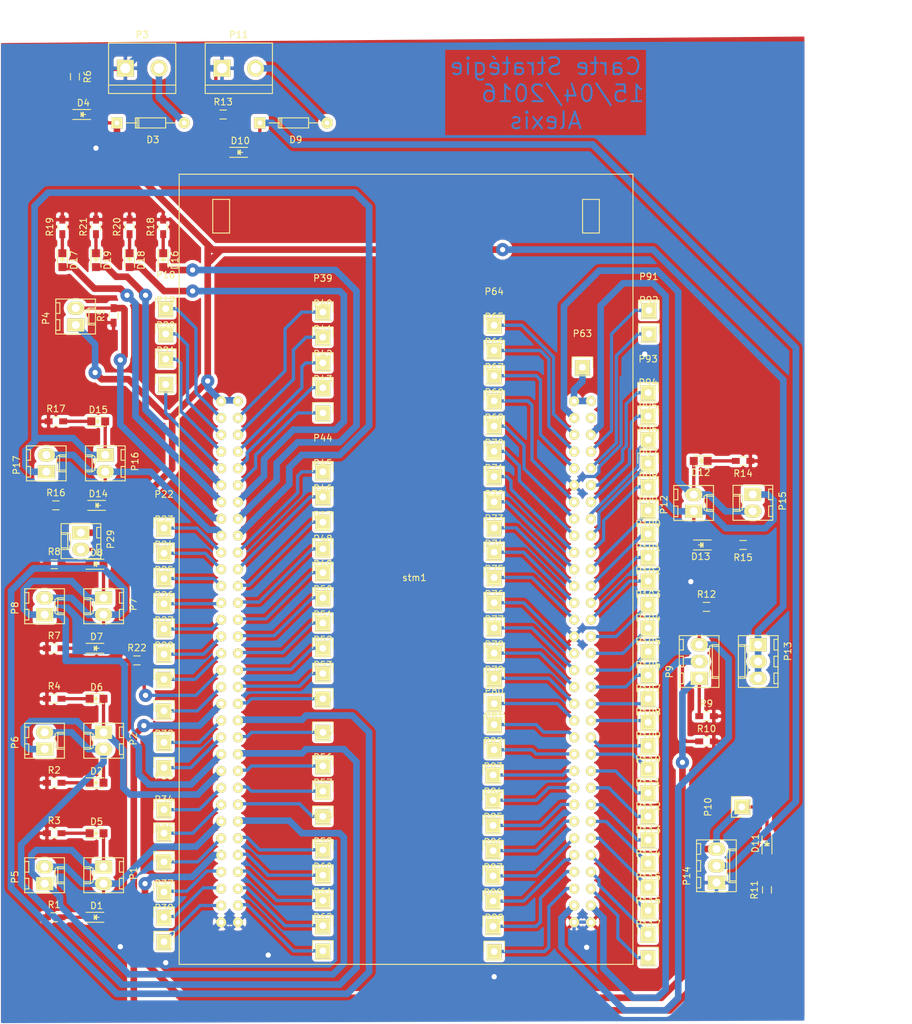
<source format=kicad_pcb>
(kicad_pcb (version 4) (host pcbnew 4.0.2-stable)
  (layers (0 F.Cu signal) (31 B.Cu signal) (34 B.Paste user) (35 F.Paste user) (36 B.SilkS user) (37 F.SilkS user) (38 B.Mask user) (39 F.Mask user) (44 Edge.Cuts user))
  (net 0 "")
  (net 1 USART1_RX)
  (net 2 "Net-(D1-Pad1)")
  (net 3 UART4_RX)
  (net 4 "Net-(D2-Pad1)")
  (net 5 "Net-(D3-Pad2)")
  (net 6 +5V)
  (net 7 "Net-(D4-Pad1)")
  (net 8 USART1_TX)
  (net 9 "Net-(D5-Pad1)")
  (net 10 UART4_TX)
  (net 11 "Net-(D6-Pad1)")
  (net 12 UART5_RX)
  (net 13 "Net-(D7-Pad1)")
  (net 14 UART5_TX)
  (net 15 "Net-(D8-Pad1)")
  (net 16 "Net-(D9-Pad2)")
  (net 17 +BATT)
  (net 18 "Net-(D10-Pad1)")
  (net 19 USART2_TX)
  (net 20 "Net-(D11-Pad1)")
  (net 21 UART7_RX)
  (net 22 "Net-(D12-Pad1)")
  (net 23 UART7_TX)
  (net 24 "Net-(D13-Pad1)")
  (net 25 UART8_RX)
  (net 26 "Net-(D14-Pad1)")
  (net 27 UART8_TX)
  (net 28 "Net-(D15-Pad1)")
  (net 29 LED_1)
  (net 30 "Net-(D16-Pad1)")
  (net 31 LED_2)
  (net 32 "Net-(D17-Pad1)")
  (net 33 LED_3)
  (net 34 "Net-(D18-Pad1)")
  (net 35 LED_4)
  (net 36 "Net-(D19-Pad1)")
  (net 37 GND)
  (net 38 START)
  (net 39 SWITCH_0)
  (net 40 SWITCH_1)
  (net 41 SWITCH_2)
  (net 42 "Net-(P18-Pad1)")
  (net 43 "Net-(P19-Pad1)")
  (net 44 "Net-(P20-Pad1)")
  (net 45 "Net-(P21-Pad1)")
  (net 46 "Net-(P22-Pad1)")
  (net 47 "Net-(P23-Pad1)")
  (net 48 "Net-(P24-Pad1)")
  (net 49 "Net-(P25-Pad1)")
  (net 50 "Net-(P26-Pad1)")
  (net 51 "Net-(P27-Pad1)")
  (net 52 "Net-(P28-Pad1)")
  (net 53 "Net-(P30-Pad1)")
  (net 54 "Net-(P31-Pad1)")
  (net 55 "Net-(P32-Pad1)")
  (net 56 "Net-(P33-Pad1)")
  (net 57 "Net-(P34-Pad1)")
  (net 58 "Net-(P35-Pad1)")
  (net 59 "Net-(P36-Pad1)")
  (net 60 "Net-(P37-Pad1)")
  (net 61 "Net-(P38-Pad1)")
  (net 62 "Net-(P39-Pad1)")
  (net 63 "Net-(P40-Pad1)")
  (net 64 "Net-(P41-Pad1)")
  (net 65 "Net-(P42-Pad1)")
  (net 66 "Net-(P43-Pad1)")
  (net 67 "Net-(P44-Pad1)")
  (net 68 "Net-(P45-Pad1)")
  (net 69 "Net-(P46-Pad1)")
  (net 70 "Net-(P47-Pad1)")
  (net 71 "Net-(P48-Pad1)")
  (net 72 "Net-(P49-Pad1)")
  (net 73 "Net-(P50-Pad1)")
  (net 74 "Net-(P51-Pad1)")
  (net 75 "Net-(P52-Pad1)")
  (net 76 "Net-(P53-Pad1)")
  (net 77 "Net-(P54-Pad1)")
  (net 78 "Net-(P55-Pad1)")
  (net 79 "Net-(P56-Pad1)")
  (net 80 "Net-(P57-Pad1)")
  (net 81 "Net-(P58-Pad1)")
  (net 82 "Net-(P59-Pad1)")
  (net 83 "Net-(P60-Pad1)")
  (net 84 "Net-(P61-Pad1)")
  (net 85 "Net-(P62-Pad1)")
  (net 86 "Net-(P63-Pad1)")
  (net 87 "Net-(P64-Pad1)")
  (net 88 "Net-(P65-Pad1)")
  (net 89 "Net-(P66-Pad1)")
  (net 90 "Net-(P67-Pad1)")
  (net 91 "Net-(P68-Pad1)")
  (net 92 "Net-(P69-Pad1)")
  (net 93 "Net-(P70-Pad1)")
  (net 94 "Net-(P71-Pad1)")
  (net 95 "Net-(P72-Pad1)")
  (net 96 "Net-(P73-Pad1)")
  (net 97 "Net-(P74-Pad1)")
  (net 98 "Net-(P75-Pad1)")
  (net 99 "Net-(P76-Pad1)")
  (net 100 "Net-(P77-Pad1)")
  (net 101 "Net-(P78-Pad1)")
  (net 102 "Net-(P79-Pad1)")
  (net 103 "Net-(P80-Pad1)")
  (net 104 "Net-(P81-Pad1)")
  (net 105 "Net-(P82-Pad1)")
  (net 106 "Net-(P83-Pad1)")
  (net 107 "Net-(P84-Pad1)")
  (net 108 "Net-(P85-Pad1)")
  (net 109 "Net-(P86-Pad1)")
  (net 110 "Net-(P87-Pad1)")
  (net 111 "Net-(P88-Pad1)")
  (net 112 "Net-(P89-Pad1)")
  (net 113 "Net-(P91-Pad1)")
  (net 114 "Net-(P92-Pad1)")
  (net 115 "Net-(P93-Pad1)")
  (net 116 "Net-(P94-Pad1)")
  (net 117 "Net-(P95-Pad1)")
  (net 118 "Net-(P96-Pad1)")
  (net 119 "Net-(P97-Pad1)")
  (net 120 "Net-(P98-Pad1)")
  (net 121 "Net-(P99-Pad1)")
  (net 122 "Net-(P100-Pad1)")
  (net 123 "Net-(P101-Pad1)")
  (net 124 "Net-(P102-Pad1)")
  (net 125 "Net-(P103-Pad1)")
  (net 126 "Net-(P104-Pad1)")
  (net 127 "Net-(P105-Pad1)")
  (net 128 "Net-(P106-Pad1)")
  (net 129 "Net-(P107-Pad1)")
  (net 130 "Net-(P108-Pad1)")
  (net 131 "Net-(P109-Pad1)")
  (net 132 "Net-(P110-Pad1)")
  (net 133 "Net-(P111-Pad1)")
  (net 134 "Net-(P112-Pad1)")
  (net 135 "Net-(P113-Pad1)")
  (net 136 "Net-(P114-Pad1)")
  (net 137 "Net-(P115-Pad1)")
  (net 138 "Net-(P116-Pad1)")
  (net 139 "Net-(P117-Pad1)")
  (net 140 EQUIPE)
  (module stm32:stm32f429i-disco (layer F.Cu) (at 93.472 109.22)
    (fp_text reference stm1 (at 0 1.27) (layer F.SilkS))
    (fp_text value STM32F429i-Discovery)
    (pad 1 thru_hole circle (at -29.21 -25.4) (size 1.524 1.524) (drill 0.762) (layers *.Cu *.Mask F.SilkS) (net 6 +5V))
    (pad 2 thru_hole circle (at -26.67 -25.4) (size 1.524 1.524) (drill 0.762) (layers *.Cu *.Mask F.SilkS) (net 6 +5V))
    (pad 3 thru_hole circle (at -29.21 -22.86) (size 1.524 1.524) (drill 0.762) (layers *.Cu *.Mask F.SilkS) (net 42 "Net-(P18-Pad1)"))
    (pad 4 thru_hole circle (at -26.67 -22.86) (size 1.524 1.524) (drill 0.762) (layers *.Cu *.Mask F.SilkS) (net 62 "Net-(P39-Pad1)"))
    (pad 5 thru_hole circle (at -29.21 -20.32) (size 1.524 1.524) (drill 0.762) (layers *.Cu *.Mask F.SilkS) (net 43 "Net-(P19-Pad1)"))
    (pad 6 thru_hole circle (at -26.67 -20.32) (size 1.524 1.524) (drill 0.762) (layers *.Cu *.Mask F.SilkS) (net 63 "Net-(P40-Pad1)"))
    (pad 7 thru_hole circle (at -29.21 -17.78) (size 1.524 1.524) (drill 0.762) (layers *.Cu *.Mask F.SilkS) (net 44 "Net-(P20-Pad1)"))
    (pad 8 thru_hole circle (at -26.67 -17.78) (size 1.524 1.524) (drill 0.762) (layers *.Cu *.Mask F.SilkS) (net 64 "Net-(P41-Pad1)"))
    (pad 9 thru_hole circle (at -29.21 -15.24) (size 1.524 1.524) (drill 0.762) (layers *.Cu *.Mask F.SilkS) (net 45 "Net-(P21-Pad1)"))
    (pad 10 thru_hole circle (at -26.67 -15.24) (size 1.524 1.524) (drill 0.762) (layers *.Cu *.Mask F.SilkS) (net 65 "Net-(P42-Pad1)"))
    (pad 11 thru_hole circle (at -29.21 -12.7) (size 1.524 1.524) (drill 0.762) (layers *.Cu *.Mask F.SilkS) (net 35 LED_4))
    (pad 12 thru_hole circle (at -26.67 -12.7) (size 1.524 1.524) (drill 0.762) (layers *.Cu *.Mask F.SilkS) (net 66 "Net-(P43-Pad1)"))
    (pad 13 thru_hole circle (at -29.21 -10.16) (size 1.524 1.524) (drill 0.762) (layers *.Cu *.Mask F.SilkS) (net 31 LED_2))
    (pad 14 thru_hole circle (at -26.67 -10.16) (size 1.524 1.524) (drill 0.762) (layers *.Cu *.Mask F.SilkS) (net 33 LED_3))
    (pad 15 thru_hole circle (at -29.21 -7.62) (size 1.524 1.524) (drill 0.762) (layers *.Cu *.Mask F.SilkS) (net 38 START))
    (pad 16 thru_hole circle (at -26.67 -7.62) (size 1.524 1.524) (drill 0.762) (layers *.Cu *.Mask F.SilkS) (net 29 LED_1))
    (pad 17 thru_hole circle (at -29.21 -5.08) (size 1.524 1.524) (drill 0.762) (layers *.Cu *.Mask F.SilkS) (net 25 UART8_RX))
    (pad 18 thru_hole circle (at -26.67 -5.08) (size 1.524 1.524) (drill 0.762) (layers *.Cu *.Mask F.SilkS) (net 27 UART8_TX))
    (pad 19 thru_hole circle (at -29.21 -2.54) (size 1.524 1.524) (drill 0.762) (layers *.Cu *.Mask F.SilkS) (net 46 "Net-(P22-Pad1)"))
    (pad 20 thru_hole circle (at -26.67 -2.54) (size 1.524 1.524) (drill 0.762) (layers *.Cu *.Mask F.SilkS) (net 67 "Net-(P44-Pad1)"))
    (pad 21 thru_hole circle (at -29.21 0) (size 1.524 1.524) (drill 0.762) (layers *.Cu *.Mask F.SilkS) (net 47 "Net-(P23-Pad1)"))
    (pad 22 thru_hole circle (at -26.67 0) (size 1.524 1.524) (drill 0.762) (layers *.Cu *.Mask F.SilkS) (net 68 "Net-(P45-Pad1)"))
    (pad 23 thru_hole circle (at -29.21 2.54) (size 1.524 1.524) (drill 0.762) (layers *.Cu *.Mask F.SilkS) (net 48 "Net-(P24-Pad1)"))
    (pad 24 thru_hole circle (at -26.67 2.54) (size 1.524 1.524) (drill 0.762) (layers *.Cu *.Mask F.SilkS) (net 69 "Net-(P46-Pad1)"))
    (pad 25 thru_hole circle (at -29.21 5.08) (size 1.524 1.524) (drill 0.762) (layers *.Cu *.Mask F.SilkS) (net 49 "Net-(P25-Pad1)"))
    (pad 26 thru_hole circle (at -26.67 5.08) (size 1.524 1.524) (drill 0.762) (layers *.Cu *.Mask F.SilkS) (net 70 "Net-(P47-Pad1)"))
    (pad 27 thru_hole circle (at -29.21 7.62) (size 1.524 1.524) (drill 0.762) (layers *.Cu *.Mask F.SilkS) (net 50 "Net-(P26-Pad1)"))
    (pad 28 thru_hole circle (at -26.67 7.62) (size 1.524 1.524) (drill 0.762) (layers *.Cu *.Mask F.SilkS) (net 71 "Net-(P48-Pad1)"))
    (pad 29 thru_hole circle (at -29.21 10.16) (size 1.524 1.524) (drill 0.762) (layers *.Cu *.Mask F.SilkS) (net 51 "Net-(P27-Pad1)"))
    (pad 30 thru_hole circle (at -26.67 10.16) (size 1.524 1.524) (drill 0.762) (layers *.Cu *.Mask F.SilkS) (net 72 "Net-(P49-Pad1)"))
    (pad 31 thru_hole circle (at -29.21 12.7) (size 1.524 1.524) (drill 0.762) (layers *.Cu *.Mask F.SilkS) (net 52 "Net-(P28-Pad1)"))
    (pad 32 thru_hole circle (at -26.67 12.7) (size 1.524 1.524) (drill 0.762) (layers *.Cu *.Mask F.SilkS) (net 73 "Net-(P50-Pad1)"))
    (pad 33 thru_hole circle (at -29.21 15.24) (size 1.524 1.524) (drill 0.762) (layers *.Cu *.Mask F.SilkS) (net 140 EQUIPE))
    (pad 34 thru_hole circle (at -26.67 15.24) (size 1.524 1.524) (drill 0.762) (layers *.Cu *.Mask F.SilkS) (net 74 "Net-(P51-Pad1)"))
    (pad 35 thru_hole circle (at -29.21 17.78) (size 1.524 1.524) (drill 0.762) (layers *.Cu *.Mask F.SilkS) (net 53 "Net-(P30-Pad1)"))
    (pad 36 thru_hole circle (at -26.67 17.78) (size 1.524 1.524) (drill 0.762) (layers *.Cu *.Mask F.SilkS) (net 75 "Net-(P52-Pad1)"))
    (pad 37 thru_hole circle (at -29.21 20.32) (size 1.524 1.524) (drill 0.762) (layers *.Cu *.Mask F.SilkS) (net 19 USART2_TX))
    (pad 38 thru_hole circle (at -26.67 20.32) (size 1.524 1.524) (drill 0.762) (layers *.Cu *.Mask F.SilkS) (net 76 "Net-(P53-Pad1)"))
    (pad 39 thru_hole circle (at -29.21 22.86) (size 1.524 1.524) (drill 0.762) (layers *.Cu *.Mask F.SilkS) (net 54 "Net-(P31-Pad1)"))
    (pad 40 thru_hole circle (at -26.67 22.86) (size 1.524 1.524) (drill 0.762) (layers *.Cu *.Mask F.SilkS) (net 12 UART5_RX))
    (pad 41 thru_hole circle (at -29.21 25.4) (size 1.524 1.524) (drill 0.762) (layers *.Cu *.Mask F.SilkS) (net 55 "Net-(P32-Pad1)"))
    (pad 42 thru_hole circle (at -26.67 25.4) (size 1.524 1.524) (drill 0.762) (layers *.Cu *.Mask F.SilkS) (net 77 "Net-(P54-Pad1)"))
    (pad 43 thru_hole circle (at -29.21 27.94) (size 1.524 1.524) (drill 0.762) (layers *.Cu *.Mask F.SilkS) (net 14 UART5_TX))
    (pad 44 thru_hole circle (at -26.67 27.94) (size 1.524 1.524) (drill 0.762) (layers *.Cu *.Mask F.SilkS) (net 3 UART4_RX))
    (pad 45 thru_hole circle (at -29.21 30.48) (size 1.524 1.524) (drill 0.762) (layers *.Cu *.Mask F.SilkS) (net 10 UART4_TX))
    (pad 46 thru_hole circle (at -26.67 30.48) (size 1.524 1.524) (drill 0.762) (layers *.Cu *.Mask F.SilkS) (net 78 "Net-(P55-Pad1)"))
    (pad 47 thru_hole circle (at -29.21 33.02) (size 1.524 1.524) (drill 0.762) (layers *.Cu *.Mask F.SilkS) (net 56 "Net-(P33-Pad1)"))
    (pad 48 thru_hole circle (at -26.67 33.02) (size 1.524 1.524) (drill 0.762) (layers *.Cu *.Mask F.SilkS) (net 79 "Net-(P56-Pad1)"))
    (pad 49 thru_hole circle (at -29.21 35.56) (size 1.524 1.524) (drill 0.762) (layers *.Cu *.Mask F.SilkS) (net 57 "Net-(P34-Pad1)"))
    (pad 50 thru_hole circle (at -26.67 35.56) (size 1.524 1.524) (drill 0.762) (layers *.Cu *.Mask F.SilkS) (net 80 "Net-(P57-Pad1)"))
    (pad 51 thru_hole circle (at -29.21 38.1) (size 1.524 1.524) (drill 0.762) (layers *.Cu *.Mask F.SilkS) (net 1 USART1_RX))
    (pad 52 thru_hole circle (at -26.67 38.1) (size 1.524 1.524) (drill 0.762) (layers *.Cu *.Mask F.SilkS) (net 8 USART1_TX))
    (pad 53 thru_hole circle (at -29.21 40.64) (size 1.524 1.524) (drill 0.762) (layers *.Cu *.Mask F.SilkS) (net 58 "Net-(P35-Pad1)"))
    (pad 54 thru_hole circle (at -26.67 40.64) (size 1.524 1.524) (drill 0.762) (layers *.Cu *.Mask F.SilkS) (net 81 "Net-(P58-Pad1)"))
    (pad 55 thru_hole circle (at -29.21 43.18) (size 1.524 1.524) (drill 0.762) (layers *.Cu *.Mask F.SilkS) (net 39 SWITCH_0))
    (pad 56 thru_hole circle (at -26.67 43.18) (size 1.524 1.524) (drill 0.762) (layers *.Cu *.Mask F.SilkS) (net 82 "Net-(P59-Pad1)"))
    (pad 57 thru_hole circle (at -29.21 45.72) (size 1.524 1.524) (drill 0.762) (layers *.Cu *.Mask F.SilkS) (net 59 "Net-(P36-Pad1)"))
    (pad 58 thru_hole circle (at -26.67 45.72) (size 1.524 1.524) (drill 0.762) (layers *.Cu *.Mask F.SilkS) (net 83 "Net-(P60-Pad1)"))
    (pad 59 thru_hole circle (at -29.21 48.26) (size 1.524 1.524) (drill 0.762) (layers *.Cu *.Mask F.SilkS) (net 60 "Net-(P37-Pad1)"))
    (pad 60 thru_hole circle (at -26.67 48.26) (size 1.524 1.524) (drill 0.762) (layers *.Cu *.Mask F.SilkS) (net 84 "Net-(P61-Pad1)"))
    (pad 61 thru_hole circle (at -29.21 50.8) (size 1.524 1.524) (drill 0.762) (layers *.Cu *.Mask F.SilkS) (net 61 "Net-(P38-Pad1)"))
    (pad 62 thru_hole circle (at -26.67 50.8) (size 1.524 1.524) (drill 0.762) (layers *.Cu *.Mask F.SilkS) (net 85 "Net-(P62-Pad1)"))
    (pad 63 thru_hole circle (at -29.21 53.34) (size 1.524 1.524) (drill 0.762) (layers *.Cu *.Mask F.SilkS) (net 37 GND))
    (pad 64 thru_hole circle (at -26.67 53.34) (size 1.524 1.524) (drill 0.762) (layers *.Cu *.Mask F.SilkS) (net 37 GND))
    (pad 65 thru_hole circle (at 24.13 -25.4) (size 1.524 1.524) (drill 0.762) (layers *.Cu *.Mask F.SilkS) (net 86 "Net-(P63-Pad1)"))
    (pad 66 thru_hole circle (at 26.67 -25.4) (size 1.524 1.524) (drill 0.762) (layers *.Cu *.Mask F.SilkS) (net 86 "Net-(P63-Pad1)"))
    (pad 67 thru_hole circle (at 24.13 -22.86) (size 1.524 1.524) (drill 0.762) (layers *.Cu *.Mask F.SilkS) (net 21 UART7_RX))
    (pad 68 thru_hole circle (at 26.67 -22.86) (size 1.524 1.524) (drill 0.762) (layers *.Cu *.Mask F.SilkS))
    (pad 69 thru_hole circle (at 24.13 -20.32) (size 1.524 1.524) (drill 0.762) (layers *.Cu *.Mask F.SilkS) (net 87 "Net-(P64-Pad1)"))
    (pad 70 thru_hole circle (at 26.67 -20.32) (size 1.524 1.524) (drill 0.762) (layers *.Cu *.Mask F.SilkS) (net 23 UART7_TX))
    (pad 71 thru_hole circle (at 24.13 -17.78) (size 1.524 1.524) (drill 0.762) (layers *.Cu *.Mask F.SilkS) (net 88 "Net-(P65-Pad1)"))
    (pad 72 thru_hole circle (at 26.67 -17.78) (size 1.524 1.524) (drill 0.762) (layers *.Cu *.Mask F.SilkS) (net 113 "Net-(P91-Pad1)"))
    (pad 73 thru_hole circle (at 24.13 -15.24) (size 1.524 1.524) (drill 0.762) (layers *.Cu *.Mask F.SilkS) (net 89 "Net-(P66-Pad1)"))
    (pad 74 thru_hole circle (at 26.67 -15.24) (size 1.524 1.524) (drill 0.762) (layers *.Cu *.Mask F.SilkS) (net 114 "Net-(P92-Pad1)"))
    (pad 75 thru_hole circle (at 24.13 -12.7) (size 1.524 1.524) (drill 0.762) (layers *.Cu *.Mask F.SilkS) (net 37 GND))
    (pad 76 thru_hole circle (at 26.67 -12.7) (size 1.524 1.524) (drill 0.762) (layers *.Cu *.Mask F.SilkS) (net 115 "Net-(P93-Pad1)"))
    (pad 77 thru_hole circle (at 24.13 -10.16) (size 1.524 1.524) (drill 0.762) (layers *.Cu *.Mask F.SilkS) (net 90 "Net-(P67-Pad1)"))
    (pad 78 thru_hole circle (at 26.67 -10.16) (size 1.524 1.524) (drill 0.762) (layers *.Cu *.Mask F.SilkS) (net 116 "Net-(P94-Pad1)"))
    (pad 79 thru_hole circle (at 24.13 -7.62) (size 1.524 1.524) (drill 0.762) (layers *.Cu *.Mask F.SilkS) (net 91 "Net-(P68-Pad1)"))
    (pad 80 thru_hole circle (at 26.67 -7.62) (size 1.524 1.524) (drill 0.762) (layers *.Cu *.Mask F.SilkS) (net 117 "Net-(P95-Pad1)"))
    (pad 81 thru_hole circle (at 24.13 -5.08) (size 1.524 1.524) (drill 0.762) (layers *.Cu *.Mask F.SilkS) (net 92 "Net-(P69-Pad1)"))
    (pad 82 thru_hole circle (at 26.67 -5.08) (size 1.524 1.524) (drill 0.762) (layers *.Cu *.Mask F.SilkS) (net 118 "Net-(P96-Pad1)"))
    (pad 83 thru_hole circle (at 24.13 -2.54) (size 1.524 1.524) (drill 0.762) (layers *.Cu *.Mask F.SilkS) (net 93 "Net-(P70-Pad1)"))
    (pad 84 thru_hole circle (at 26.67 -2.54) (size 1.524 1.524) (drill 0.762) (layers *.Cu *.Mask F.SilkS) (net 119 "Net-(P97-Pad1)"))
    (pad 85 thru_hole circle (at 24.13 0) (size 1.524 1.524) (drill 0.762) (layers *.Cu *.Mask F.SilkS) (net 94 "Net-(P71-Pad1)"))
    (pad 86 thru_hole circle (at 26.67 0) (size 1.524 1.524) (drill 0.762) (layers *.Cu *.Mask F.SilkS) (net 120 "Net-(P98-Pad1)"))
    (pad 87 thru_hole circle (at 24.13 2.54) (size 1.524 1.524) (drill 0.762) (layers *.Cu *.Mask F.SilkS) (net 95 "Net-(P72-Pad1)"))
    (pad 88 thru_hole circle (at 26.67 2.54) (size 1.524 1.524) (drill 0.762) (layers *.Cu *.Mask F.SilkS) (net 121 "Net-(P99-Pad1)"))
    (pad 89 thru_hole circle (at 24.13 5.08) (size 1.524 1.524) (drill 0.762) (layers *.Cu *.Mask F.SilkS) (net 96 "Net-(P73-Pad1)"))
    (pad 90 thru_hole circle (at 26.67 5.08) (size 1.524 1.524) (drill 0.762) (layers *.Cu *.Mask F.SilkS) (net 122 "Net-(P100-Pad1)"))
    (pad 91 thru_hole circle (at 24.13 7.62) (size 1.524 1.524) (drill 0.762) (layers *.Cu *.Mask F.SilkS) (net 97 "Net-(P74-Pad1)"))
    (pad 92 thru_hole circle (at 26.67 7.62) (size 1.524 1.524) (drill 0.762) (layers *.Cu *.Mask F.SilkS) (net 123 "Net-(P101-Pad1)"))
    (pad 93 thru_hole circle (at 24.13 10.16) (size 1.524 1.524) (drill 0.762) (layers *.Cu *.Mask F.SilkS) (net 37 GND))
    (pad 94 thru_hole circle (at 26.67 10.16) (size 1.524 1.524) (drill 0.762) (layers *.Cu *.Mask F.SilkS) (net 124 "Net-(P102-Pad1)"))
    (pad 95 thru_hole circle (at 24.13 12.7) (size 1.524 1.524) (drill 0.762) (layers *.Cu *.Mask F.SilkS) (net 98 "Net-(P75-Pad1)"))
    (pad 96 thru_hole circle (at 26.67 12.7) (size 1.524 1.524) (drill 0.762) (layers *.Cu *.Mask F.SilkS) (net 125 "Net-(P103-Pad1)"))
    (pad 97 thru_hole circle (at 24.13 15.24) (size 1.524 1.524) (drill 0.762) (layers *.Cu *.Mask F.SilkS) (net 99 "Net-(P76-Pad1)"))
    (pad 98 thru_hole circle (at 26.67 15.24) (size 1.524 1.524) (drill 0.762) (layers *.Cu *.Mask F.SilkS) (net 126 "Net-(P104-Pad1)"))
    (pad 99 thru_hole circle (at 24.13 17.78) (size 1.524 1.524) (drill 0.762) (layers *.Cu *.Mask F.SilkS) (net 100 "Net-(P77-Pad1)"))
    (pad 100 thru_hole circle (at 26.67 17.78) (size 1.524 1.524) (drill 0.762) (layers *.Cu *.Mask F.SilkS) (net 127 "Net-(P105-Pad1)"))
    (pad 101 thru_hole circle (at 24.13 20.32) (size 1.524 1.524) (drill 0.762) (layers *.Cu *.Mask F.SilkS) (net 101 "Net-(P78-Pad1)"))
    (pad 102 thru_hole circle (at 26.67 20.32) (size 1.524 1.524) (drill 0.762) (layers *.Cu *.Mask F.SilkS) (net 128 "Net-(P106-Pad1)"))
    (pad 103 thru_hole circle (at 24.13 22.86) (size 1.524 1.524) (drill 0.762) (layers *.Cu *.Mask F.SilkS) (net 102 "Net-(P79-Pad1)"))
    (pad 104 thru_hole circle (at 26.67 22.86) (size 1.524 1.524) (drill 0.762) (layers *.Cu *.Mask F.SilkS) (net 129 "Net-(P107-Pad1)"))
    (pad 105 thru_hole circle (at 24.13 25.4) (size 1.524 1.524) (drill 0.762) (layers *.Cu *.Mask F.SilkS) (net 103 "Net-(P80-Pad1)"))
    (pad 106 thru_hole circle (at 26.67 25.4) (size 1.524 1.524) (drill 0.762) (layers *.Cu *.Mask F.SilkS) (net 130 "Net-(P108-Pad1)"))
    (pad 107 thru_hole circle (at 24.13 27.94) (size 1.524 1.524) (drill 0.762) (layers *.Cu *.Mask F.SilkS) (net 104 "Net-(P81-Pad1)"))
    (pad 108 thru_hole circle (at 26.67 27.94) (size 1.524 1.524) (drill 0.762) (layers *.Cu *.Mask F.SilkS) (net 131 "Net-(P109-Pad1)"))
    (pad 109 thru_hole circle (at 24.13 30.48) (size 1.524 1.524) (drill 0.762) (layers *.Cu *.Mask F.SilkS) (net 105 "Net-(P82-Pad1)"))
    (pad 110 thru_hole circle (at 26.67 30.48) (size 1.524 1.524) (drill 0.762) (layers *.Cu *.Mask F.SilkS) (net 132 "Net-(P110-Pad1)"))
    (pad 111 thru_hole circle (at 24.13 33.02) (size 1.524 1.524) (drill 0.762) (layers *.Cu *.Mask F.SilkS) (net 106 "Net-(P83-Pad1)"))
    (pad 112 thru_hole circle (at 26.67 33.02) (size 1.524 1.524) (drill 0.762) (layers *.Cu *.Mask F.SilkS) (net 133 "Net-(P111-Pad1)"))
    (pad 113 thru_hole circle (at 24.13 35.56) (size 1.524 1.524) (drill 0.762) (layers *.Cu *.Mask F.SilkS) (net 107 "Net-(P84-Pad1)"))
    (pad 114 thru_hole circle (at 26.67 35.56) (size 1.524 1.524) (drill 0.762) (layers *.Cu *.Mask F.SilkS) (net 134 "Net-(P112-Pad1)"))
    (pad 115 thru_hole circle (at 24.13 38.1) (size 1.524 1.524) (drill 0.762) (layers *.Cu *.Mask F.SilkS) (net 108 "Net-(P85-Pad1)"))
    (pad 116 thru_hole circle (at 26.67 38.1) (size 1.524 1.524) (drill 0.762) (layers *.Cu *.Mask F.SilkS) (net 135 "Net-(P113-Pad1)"))
    (pad 117 thru_hole circle (at 24.13 40.64) (size 1.524 1.524) (drill 0.762) (layers *.Cu *.Mask F.SilkS) (net 109 "Net-(P86-Pad1)"))
    (pad 118 thru_hole circle (at 26.67 40.64) (size 1.524 1.524) (drill 0.762) (layers *.Cu *.Mask F.SilkS) (net 136 "Net-(P114-Pad1)"))
    (pad 119 thru_hole circle (at 24.13 43.18) (size 1.524 1.524) (drill 0.762) (layers *.Cu *.Mask F.SilkS) (net 110 "Net-(P87-Pad1)"))
    (pad 120 thru_hole circle (at 26.67 43.18) (size 1.524 1.524) (drill 0.762) (layers *.Cu *.Mask F.SilkS) (net 137 "Net-(P115-Pad1)"))
    (pad 121 thru_hole circle (at 24.13 45.72) (size 1.524 1.524) (drill 0.762) (layers *.Cu *.Mask F.SilkS) (net 111 "Net-(P88-Pad1)"))
    (pad 122 thru_hole circle (at 26.67 45.72) (size 1.524 1.524) (drill 0.762) (layers *.Cu *.Mask F.SilkS) (net 138 "Net-(P116-Pad1)"))
    (pad 123 thru_hole circle (at 24.13 48.26) (size 1.524 1.524) (drill 0.762) (layers *.Cu *.Mask F.SilkS) (net 112 "Net-(P89-Pad1)"))
    (pad 124 thru_hole circle (at 26.67 48.26) (size 1.524 1.524) (drill 0.762) (layers *.Cu *.Mask F.SilkS) (net 139 "Net-(P117-Pad1)"))
    (pad 125 thru_hole circle (at 24.13 50.8) (size 1.524 1.524) (drill 0.762) (layers *.Cu *.Mask F.SilkS) (net 41 SWITCH_2))
    (pad 126 thru_hole circle (at 26.67 50.8) (size 1.524 1.524) (drill 0.762) (layers *.Cu *.Mask F.SilkS) (net 40 SWITCH_1))
    (pad 127 thru_hole circle (at 24.13 53.34) (size 1.524 1.524) (drill 0.762) (layers *.Cu *.Mask F.SilkS) (net 37 GND))
    (pad 128 thru_hole circle (at 26.67 53.34) (size 1.524 1.524) (drill 0.762) (layers *.Cu *.Mask F.SilkS) (net 37 GND))
  )
  (module Pin_Headers:Pin_Header_Straight_1x01 (layer F.Cu) (at 128.778 125.222)
    (fp_text reference P105 (at 0 -5.1) (layer F.SilkS))
    (fp_text value CONN_01X01)
    (pad 1 thru_hole rect (at 0 0) (size 2.2352 2.2352) (drill 1.016) (layers *.Cu *.Mask F.SilkS) (net 127 "Net-(P105-Pad1)"))
  )
  (module Pin_Headers:Pin_Header_Straight_1x01 (layer F.Cu) (at 128.778 121.666)
    (fp_text reference P104 (at 0 -5.1) (layer F.SilkS))
    (fp_text value CONN_01X01)
    (pad 1 thru_hole rect (at 0 0) (size 2.2352 2.2352) (drill 1.016) (layers *.Cu *.Mask F.SilkS) (net 126 "Net-(P104-Pad1)"))
  )
  (module Pin_Headers:Pin_Header_Straight_1x01 (layer F.Cu) (at 128.778 118.11)
    (fp_text reference P103 (at 0 -5.1) (layer F.SilkS))
    (fp_text value CONN_01X01)
    (pad 1 thru_hole rect (at 0 0) (size 2.2352 2.2352) (drill 1.016) (layers *.Cu *.Mask F.SilkS) (net 125 "Net-(P103-Pad1)"))
  )
  (module Pin_Headers:Pin_Header_Straight_1x01 (layer F.Cu) (at 128.778 114.554)
    (fp_text reference P102 (at 0 -5.1) (layer F.SilkS))
    (fp_text value CONN_01X01)
    (pad 1 thru_hole rect (at 0 0) (size 2.2352 2.2352) (drill 1.016) (layers *.Cu *.Mask F.SilkS) (net 124 "Net-(P102-Pad1)"))
  )
  (module Pin_Headers:Pin_Header_Straight_1x01 (layer F.Cu) (at 128.778 132.334)
    (fp_text reference P107 (at 0 -5.1) (layer F.SilkS))
    (fp_text value CONN_01X01)
    (pad 1 thru_hole rect (at 0 0) (size 2.2352 2.2352) (drill 1.016) (layers *.Cu *.Mask F.SilkS) (net 129 "Net-(P107-Pad1)"))
  )
  (module Pin_Headers:Pin_Header_Straight_1x01 (layer F.Cu) (at 128.778 135.89)
    (fp_text reference P108 (at 0 -5.1) (layer F.SilkS))
    (fp_text value CONN_01X01)
    (pad 1 thru_hole rect (at 0 0) (size 2.2352 2.2352) (drill 1.016) (layers *.Cu *.Mask F.SilkS) (net 130 "Net-(P108-Pad1)"))
  )
  (module Pin_Headers:Pin_Header_Straight_1x01 (layer F.Cu) (at 128.778 128.778)
    (fp_text reference P106 (at 0 -5.1) (layer F.SilkS))
    (fp_text value CONN_01X01)
    (pad 1 thru_hole rect (at 0 0) (size 2.2352 2.2352) (drill 1.016) (layers *.Cu *.Mask F.SilkS) (net 128 "Net-(P106-Pad1)"))
  )
  (module Pin_Headers:Pin_Header_Straight_1x01 (layer F.Cu) (at 128.778 153.67)
    (fp_text reference P113 (at 0 -5.1) (layer F.SilkS))
    (fp_text value CONN_01X01)
    (pad 1 thru_hole rect (at 0 0) (size 2.2352 2.2352) (drill 1.016) (layers *.Cu *.Mask F.SilkS) (net 135 "Net-(P113-Pad1)"))
  )
  (module Pin_Headers:Pin_Header_Straight_1x01 (layer F.Cu) (at 128.778 146.558)
    (fp_text reference P111 (at 0 -5.1) (layer F.SilkS))
    (fp_text value CONN_01X01)
    (pad 1 thru_hole rect (at 0 0) (size 2.2352 2.2352) (drill 1.016) (layers *.Cu *.Mask F.SilkS) (net 133 "Net-(P111-Pad1)"))
  )
  (module Pin_Headers:Pin_Header_Straight_1x01 (layer F.Cu) (at 128.778 150.114)
    (fp_text reference P112 (at 0 -5.1) (layer F.SilkS))
    (fp_text value CONN_01X01)
    (pad 1 thru_hole rect (at 0 0) (size 2.2352 2.2352) (drill 1.016) (layers *.Cu *.Mask F.SilkS) (net 134 "Net-(P112-Pad1)"))
  )
  (module Pin_Headers:Pin_Header_Straight_1x01 (layer F.Cu) (at 128.778 143.002)
    (fp_text reference P110 (at 0 -5.1) (layer F.SilkS))
    (fp_text value CONN_01X01)
    (pad 1 thru_hole rect (at 0 0) (size 2.2352 2.2352) (drill 1.016) (layers *.Cu *.Mask F.SilkS) (net 132 "Net-(P110-Pad1)"))
  )
  (module Pin_Headers:Pin_Header_Straight_1x01 (layer F.Cu) (at 128.778 139.446)
    (fp_text reference P109 (at 0 -5.1) (layer F.SilkS))
    (fp_text value CONN_01X01)
    (pad 1 thru_hole rect (at 0 0) (size 2.2352 2.2352) (drill 1.016) (layers *.Cu *.Mask F.SilkS) (net 131 "Net-(P109-Pad1)"))
  )
  (module Pin_Headers:Pin_Header_Straight_1x01 (layer F.Cu) (at 128.778 157.226)
    (fp_text reference P114 (at 0 -5.1) (layer F.SilkS))
    (fp_text value CONN_01X01)
    (pad 1 thru_hole rect (at 0 0) (size 2.2352 2.2352) (drill 1.016) (layers *.Cu *.Mask F.SilkS) (net 136 "Net-(P114-Pad1)"))
  )
  (module Pin_Headers:Pin_Header_Straight_1x01 (layer F.Cu) (at 128.778 164.338)
    (fp_text reference P116 (at 0 -5.1) (layer F.SilkS))
    (fp_text value CONN_01X01)
    (pad 1 thru_hole rect (at 0 0) (size 2.2352 2.2352) (drill 1.016) (layers *.Cu *.Mask F.SilkS) (net 138 "Net-(P116-Pad1)"))
  )
  (module Pin_Headers:Pin_Header_Straight_1x01 (layer F.Cu) (at 128.778 160.782)
    (fp_text reference P115 (at 0 -5.1) (layer F.SilkS))
    (fp_text value CONN_01X01)
    (pad 1 thru_hole rect (at 0 0) (size 2.2352 2.2352) (drill 1.016) (layers *.Cu *.Mask F.SilkS) (net 137 "Net-(P115-Pad1)"))
  )
  (module Pin_Headers:Pin_Header_Straight_1x01 (layer F.Cu) (at 128.778 167.894)
    (fp_text reference P117 (at 0 -5.1) (layer F.SilkS))
    (fp_text value CONN_01X01)
    (pad 1 thru_hole rect (at 0 0) (size 2.2352 2.2352) (drill 1.016) (layers *.Cu *.Mask F.SilkS) (net 139 "Net-(P117-Pad1)"))
  )
  (module LEDs:LED_0805 (layer F.Cu) (at 45.68698 86.868)
    (fp_text reference D15 (at 0 -1.75) (layer F.SilkS))
    (fp_text value LED)
    (pad 2 smd rect (at 1.04902 0 180) (size 1.19888 1.19888) (layers F.Cu F.Paste F.Mask) (net 27 UART8_TX))
    (pad 1 smd rect (at -1.04902 0 180) (size 1.19888 1.19888) (layers F.Cu F.Paste F.Mask) (net 28 "Net-(D15-Pad1)"))
  )
  (module Connectors_Molex:Molex_KK_6410-02 (layer F.Cu) (at 37.846 94.488 90)
    (fp_text reference P17 (at 1 -4.5 90) (layer F.SilkS))
    (fp_text value CONN_01X02)
    (pad 1 thru_hole rect (at 0 0 90) (size 2 2.6) (drill 1.2) (layers *.Cu *.Mask F.SilkS) (net 27 UART8_TX))
    (pad 2 thru_hole oval (at 2.54 0 90) (size 2 2.6) (drill 1.2) (layers *.Cu *.Mask F.SilkS) (net 25 UART8_RX))
  )
  (module Resistors_SMD:R_0603_HandSoldering (layer F.Cu) (at 39.286 86.868)
    (fp_text reference R17 (at 0 -1.9) (layer F.SilkS))
    (fp_text value R)
    (pad 1 smd rect (at -1.1 0) (size 1.2 0.9) (layers F.Cu F.Paste F.Mask) (net 37 GND))
    (pad 2 smd rect (at 1.1 0) (size 1.2 0.9) (layers F.Cu F.Paste F.Mask) (net 28 "Net-(D15-Pad1)"))
  )
  (module Resistors_SMD:R_0603_HandSoldering (layer F.Cu) (at 39.286 99.568)
    (fp_text reference R16 (at 0 -1.9) (layer F.SilkS))
    (fp_text value R)
    (pad 1 smd rect (at -1.1 0) (size 1.2 0.9) (layers F.Cu F.Paste F.Mask) (net 37 GND))
    (pad 2 smd rect (at 1.1 0) (size 1.2 0.9) (layers F.Cu F.Paste F.Mask) (net 26 "Net-(D14-Pad1)"))
  )
  (module Connectors_Molex:Molex_KK_6410-02 (layer F.Cu) (at 46.736 91.948 270)
    (fp_text reference P16 (at 1 -4.5 270) (layer F.SilkS))
    (fp_text value CONN_01X02)
    (pad 1 thru_hole rect (at 0 0 270) (size 2 2.6) (drill 1.2) (layers *.Cu *.Mask F.SilkS) (net 27 UART8_TX))
    (pad 2 thru_hole oval (at 2.54 0 270) (size 2 2.6) (drill 1.2) (layers *.Cu *.Mask F.SilkS) (net 25 UART8_RX))
  )
  (module LEDs:LED_0805 (layer F.Cu) (at 45.68698 99.568)
    (fp_text reference D14 (at 0 -1.75) (layer F.SilkS))
    (fp_text value LED)
    (pad 2 smd rect (at 1.04902 0 180) (size 1.19888 1.19888) (layers F.Cu F.Paste F.Mask) (net 25 UART8_RX))
    (pad 1 smd rect (at -1.04902 0 180) (size 1.19888 1.19888) (layers F.Cu F.Paste F.Mask) (net 26 "Net-(D14-Pad1)"))
  )
  (module Pin_Headers:Pin_Header_Straight_1x01 (layer F.Cu) (at 55.88 77.47)
    (fp_text reference P20 (at 0 -5.1) (layer F.SilkS))
    (fp_text value CONN_01X01)
    (pad 1 thru_hole rect (at 0 0) (size 2.2352 2.2352) (drill 1.016) (layers *.Cu *.Mask F.SilkS) (net 44 "Net-(P20-Pad1)"))
  )
  (module Pin_Headers:Pin_Header_Straight_1x01 (layer F.Cu) (at 55.88 81.28)
    (fp_text reference P21 (at 0 -5.1) (layer F.SilkS))
    (fp_text value CONN_01X01)
    (pad 1 thru_hole rect (at 0 0) (size 2.2352 2.2352) (drill 1.016) (layers *.Cu *.Mask F.SilkS) (net 45 "Net-(P21-Pad1)"))
  )
  (module Pin_Headers:Pin_Header_Straight_1x01 (layer F.Cu) (at 55.88 69.85)
    (fp_text reference P18 (at 0 -5.1) (layer F.SilkS))
    (fp_text value CONN_01X01)
    (pad 1 thru_hole rect (at 0 0) (size 2.2352 2.2352) (drill 1.016) (layers *.Cu *.Mask F.SilkS) (net 42 "Net-(P18-Pad1)"))
  )
  (module Pin_Headers:Pin_Header_Straight_1x01 (layer F.Cu) (at 55.88 73.66)
    (fp_text reference P19 (at 0 -5.1) (layer F.SilkS))
    (fp_text value CONN_01X01)
    (pad 1 thru_hole rect (at 0 0) (size 2.2352 2.2352) (drill 1.016) (layers *.Cu *.Mask F.SilkS) (net 43 "Net-(P19-Pad1)"))
  )
  (module Pin_Headers:Pin_Header_Straight_1x01 (layer F.Cu) (at 55.626 106.807)
    (fp_text reference P23 (at 0 -5.1) (layer F.SilkS))
    (fp_text value CONN_01X01)
    (pad 1 thru_hole rect (at 0 0) (size 2.2352 2.2352) (drill 1.016) (layers *.Cu *.Mask F.SilkS) (net 47 "Net-(P23-Pad1)"))
  )
  (module Pin_Headers:Pin_Header_Straight_1x01 (layer F.Cu) (at 55.626 102.997)
    (fp_text reference P22 (at 0 -5.1) (layer F.SilkS))
    (fp_text value CONN_01X01)
    (pad 1 thru_hole rect (at 0 0) (size 2.2352 2.2352) (drill 1.016) (layers *.Cu *.Mask F.SilkS) (net 46 "Net-(P22-Pad1)"))
  )
  (module Pin_Headers:Pin_Header_Straight_1x01 (layer F.Cu) (at 55.626 110.617)
    (fp_text reference P24 (at 0 -5.1) (layer F.SilkS))
    (fp_text value CONN_01X01)
    (pad 1 thru_hole rect (at 0 0) (size 2.2352 2.2352) (drill 1.016) (layers *.Cu *.Mask F.SilkS) (net 48 "Net-(P24-Pad1)"))
  )
  (module Pin_Headers:Pin_Header_Straight_1x01 (layer F.Cu) (at 55.626 114.427)
    (fp_text reference P25 (at 0 -5.1) (layer F.SilkS))
    (fp_text value CONN_01X01)
    (pad 1 thru_hole rect (at 0 0) (size 2.2352 2.2352) (drill 1.016) (layers *.Cu *.Mask F.SilkS) (net 49 "Net-(P25-Pad1)"))
  )
  (module Pin_Headers:Pin_Header_Straight_1x01 (layer F.Cu) (at 55.626 118.237)
    (fp_text reference P26 (at 0 -5.1) (layer F.SilkS))
    (fp_text value CONN_01X01)
    (pad 1 thru_hole rect (at 0 0) (size 2.2352 2.2352) (drill 1.016) (layers *.Cu *.Mask F.SilkS) (net 50 "Net-(P26-Pad1)"))
  )
  (module Pin_Headers:Pin_Header_Straight_1x01 (layer F.Cu) (at 55.626 122.047)
    (fp_text reference P27 (at 0 -5.1) (layer F.SilkS))
    (fp_text value CONN_01X01)
    (pad 1 thru_hole rect (at 0 0) (size 2.2352 2.2352) (drill 1.016) (layers *.Cu *.Mask F.SilkS) (net 51 "Net-(P27-Pad1)"))
  )
  (module Pin_Headers:Pin_Header_Straight_1x01 (layer F.Cu) (at 55.626 125.857)
    (fp_text reference P28 (at 0 -5.1) (layer F.SilkS))
    (fp_text value CONN_01X01)
    (pad 1 thru_hole rect (at 0 0) (size 2.2352 2.2352) (drill 1.016) (layers *.Cu *.Mask F.SilkS) (net 52 "Net-(P28-Pad1)"))
  )
  (module Pin_Headers:Pin_Header_Straight_1x01 (layer F.Cu) (at 128.778 110.998)
    (fp_text reference P101 (at 0 -5.1) (layer F.SilkS))
    (fp_text value CONN_01X01)
    (pad 1 thru_hole rect (at 0 0) (size 2.2352 2.2352) (drill 1.016) (layers *.Cu *.Mask F.SilkS) (net 123 "Net-(P101-Pad1)"))
  )
  (module Pin_Headers:Pin_Header_Straight_1x01 (layer F.Cu) (at 128.778 107.442)
    (fp_text reference P100 (at 0 -5.1) (layer F.SilkS))
    (fp_text value CONN_01X01)
    (pad 1 thru_hole rect (at 0 0) (size 2.2352 2.2352) (drill 1.016) (layers *.Cu *.Mask F.SilkS) (net 122 "Net-(P100-Pad1)"))
  )
  (module Pin_Headers:Pin_Header_Straight_1x01 (layer F.Cu) (at 128.778 103.886)
    (fp_text reference P99 (at 0 -5.1) (layer F.SilkS))
    (fp_text value CONN_01X01)
    (pad 1 thru_hole rect (at 0 0) (size 2.2352 2.2352) (drill 1.016) (layers *.Cu *.Mask F.SilkS) (net 121 "Net-(P99-Pad1)"))
  )
  (module Pin_Headers:Pin_Header_Straight_1x01 (layer F.Cu) (at 128.778 100.33)
    (fp_text reference P98 (at 0 -5.1) (layer F.SilkS))
    (fp_text value CONN_01X01)
    (pad 1 thru_hole rect (at 0 0) (size 2.2352 2.2352) (drill 1.016) (layers *.Cu *.Mask F.SilkS) (net 120 "Net-(P98-Pad1)"))
  )
  (module Pin_Headers:Pin_Header_Straight_1x01 (layer F.Cu) (at 128.778 96.774)
    (fp_text reference P97 (at 0 -5.1) (layer F.SilkS))
    (fp_text value CONN_01X01)
    (pad 1 thru_hole rect (at 0 0) (size 2.2352 2.2352) (drill 1.016) (layers *.Cu *.Mask F.SilkS) (net 119 "Net-(P97-Pad1)"))
  )
  (module Pin_Headers:Pin_Header_Straight_1x01 (layer F.Cu) (at 128.778 93.218)
    (fp_text reference P96 (at 0 -5.1) (layer F.SilkS))
    (fp_text value CONN_01X01)
    (pad 1 thru_hole rect (at 0 0) (size 2.2352 2.2352) (drill 1.016) (layers *.Cu *.Mask F.SilkS) (net 118 "Net-(P96-Pad1)"))
  )
  (module Pin_Headers:Pin_Header_Straight_1x01 (layer F.Cu) (at 128.778 89.662)
    (fp_text reference P95 (at 0 -5.1) (layer F.SilkS))
    (fp_text value CONN_01X01)
    (pad 1 thru_hole rect (at 0 0) (size 2.2352 2.2352) (drill 1.016) (layers *.Cu *.Mask F.SilkS) (net 117 "Net-(P95-Pad1)"))
  )
  (module Pin_Headers:Pin_Header_Straight_1x01 (layer F.Cu) (at 128.778 86.106)
    (fp_text reference P94 (at 0 -5.1) (layer F.SilkS))
    (fp_text value CONN_01X01)
    (pad 1 thru_hole rect (at 0 0) (size 2.2352 2.2352) (drill 1.016) (layers *.Cu *.Mask F.SilkS) (net 116 "Net-(P94-Pad1)"))
  )
  (module Pin_Headers:Pin_Header_Straight_1x01 (layer F.Cu) (at 128.778 82.55)
    (fp_text reference P93 (at 0 -5.1) (layer F.SilkS))
    (fp_text value CONN_01X01)
    (pad 1 thru_hole rect (at 0 0) (size 2.2352 2.2352) (drill 1.016) (layers *.Cu *.Mask F.SilkS) (net 115 "Net-(P93-Pad1)"))
  )
  (module Pin_Headers:Pin_Header_Straight_1x01 (layer F.Cu) (at 128.887 73.66)
    (fp_text reference P92 (at 0 -5.1) (layer F.SilkS))
    (fp_text value CONN_01X01)
    (pad 1 thru_hole rect (at 0 0) (size 2.2352 2.2352) (drill 1.016) (layers *.Cu *.Mask F.SilkS) (net 114 "Net-(P92-Pad1)"))
  )
  (module Pin_Headers:Pin_Header_Straight_1x01 (layer F.Cu) (at 128.887 70.104)
    (fp_text reference P91 (at 0 -5.1) (layer F.SilkS))
    (fp_text value CONN_01X01)
    (pad 1 thru_hole rect (at 0 0) (size 2.2352 2.2352) (drill 1.016) (layers *.Cu *.Mask F.SilkS) (net 113 "Net-(P91-Pad1)"))
  )
  (module Pin_Headers:Pin_Header_Straight_1x01 (layer F.Cu) (at 105.519 166.973)
    (fp_text reference P89 (at 0 -5.1) (layer F.SilkS))
    (fp_text value CONN_01X01)
    (pad 1 thru_hole rect (at 0 0) (size 2.2352 2.2352) (drill 1.016) (layers *.Cu *.Mask F.SilkS) (net 112 "Net-(P89-Pad1)"))
  )
  (module Pin_Headers:Pin_Header_Straight_1x01 (layer F.Cu) (at 105.359 163.163)
    (fp_text reference P88 (at 0 -5.1) (layer F.SilkS))
    (fp_text value CONN_01X01)
    (pad 1 thru_hole rect (at 0 0) (size 2.2352 2.2352) (drill 1.016) (layers *.Cu *.Mask F.SilkS) (net 111 "Net-(P88-Pad1)"))
  )
  (module Pin_Headers:Pin_Header_Straight_1x01 (layer F.Cu) (at 105.359 159.353)
    (fp_text reference P87 (at 0 -5.1) (layer F.SilkS))
    (fp_text value CONN_01X01)
    (pad 1 thru_hole rect (at 0 0) (size 2.2352 2.2352) (drill 1.016) (layers *.Cu *.Mask F.SilkS) (net 110 "Net-(P87-Pad1)"))
  )
  (module Pin_Headers:Pin_Header_Straight_1x01 (layer F.Cu) (at 105.359 155.543)
    (fp_text reference P86 (at 0 -5.1) (layer F.SilkS))
    (fp_text value CONN_01X01)
    (pad 1 thru_hole rect (at 0 0) (size 2.2352 2.2352) (drill 1.016) (layers *.Cu *.Mask F.SilkS) (net 109 "Net-(P86-Pad1)"))
  )
  (module Pin_Headers:Pin_Header_Straight_1x01 (layer F.Cu) (at 105.359 151.733)
    (fp_text reference P85 (at 0 -5.1) (layer F.SilkS))
    (fp_text value CONN_01X01)
    (pad 1 thru_hole rect (at 0 0) (size 2.2352 2.2352) (drill 1.016) (layers *.Cu *.Mask F.SilkS) (net 108 "Net-(P85-Pad1)"))
  )
  (module Pin_Headers:Pin_Header_Straight_1x01 (layer F.Cu) (at 105.359 147.923)
    (fp_text reference P84 (at 0 -5.1) (layer F.SilkS))
    (fp_text value CONN_01X01)
    (pad 1 thru_hole rect (at 0 0) (size 2.2352 2.2352) (drill 1.016) (layers *.Cu *.Mask F.SilkS) (net 107 "Net-(P84-Pad1)"))
  )
  (module Pin_Headers:Pin_Header_Straight_1x01 (layer F.Cu) (at 105.359 144.113)
    (fp_text reference P83 (at 0 -5.1) (layer F.SilkS))
    (fp_text value CONN_01X01)
    (pad 1 thru_hole rect (at 0 0) (size 2.2352 2.2352) (drill 1.016) (layers *.Cu *.Mask F.SilkS) (net 106 "Net-(P83-Pad1)"))
  )
  (module Pin_Headers:Pin_Header_Straight_1x01 (layer F.Cu) (at 105.359 140.303)
    (fp_text reference P82 (at 0 -5.1) (layer F.SilkS))
    (fp_text value CONN_01X01)
    (pad 1 thru_hole rect (at 0 0) (size 2.2352 2.2352) (drill 1.016) (layers *.Cu *.Mask F.SilkS) (net 105 "Net-(P82-Pad1)"))
  )
  (module Pin_Headers:Pin_Header_Straight_1x01 (layer F.Cu) (at 105.519 136.493)
    (fp_text reference P81 (at 0 -5.1) (layer F.SilkS))
    (fp_text value CONN_01X01)
    (pad 1 thru_hole rect (at 0 0) (size 2.2352 2.2352) (drill 1.016) (layers *.Cu *.Mask F.SilkS) (net 104 "Net-(P81-Pad1)"))
  )
  (module Pin_Headers:Pin_Header_Straight_1x01 (layer F.Cu) (at 105.519 132.683)
    (fp_text reference P80 (at 0 -5.1) (layer F.SilkS))
    (fp_text value CONN_01X01)
    (pad 1 thru_hole rect (at 0 0) (size 2.2352 2.2352) (drill 1.016) (layers *.Cu *.Mask F.SilkS) (net 103 "Net-(P80-Pad1)"))
  )
  (module Pin_Headers:Pin_Header_Straight_1x01 (layer F.Cu) (at 105.519 129.508)
    (fp_text reference P79 (at 0 -5.1) (layer F.SilkS))
    (fp_text value CONN_01X01)
    (pad 1 thru_hole rect (at 0 0) (size 2.2352 2.2352) (drill 1.016) (layers *.Cu *.Mask F.SilkS) (net 102 "Net-(P79-Pad1)"))
  )
  (module Pin_Headers:Pin_Header_Straight_1x01 (layer F.Cu) (at 105.519 125.698)
    (fp_text reference P78 (at 0 -5.1) (layer F.SilkS))
    (fp_text value CONN_01X01)
    (pad 1 thru_hole rect (at 0 0) (size 2.2352 2.2352) (drill 1.016) (layers *.Cu *.Mask F.SilkS) (net 101 "Net-(P78-Pad1)"))
  )
  (module Pin_Headers:Pin_Header_Straight_1x01 (layer F.Cu) (at 105.519 121.888)
    (fp_text reference P77 (at 0 -5.1) (layer F.SilkS))
    (fp_text value CONN_01X01)
    (pad 1 thru_hole rect (at 0 0) (size 2.2352 2.2352) (drill 1.016) (layers *.Cu *.Mask F.SilkS) (net 100 "Net-(P77-Pad1)"))
  )
  (module Pin_Headers:Pin_Header_Straight_1x01 (layer F.Cu) (at 105.519 118.078)
    (fp_text reference P76 (at 0 -5.1) (layer F.SilkS))
    (fp_text value CONN_01X01)
    (pad 1 thru_hole rect (at 0 0) (size 2.2352 2.2352) (drill 1.016) (layers *.Cu *.Mask F.SilkS) (net 99 "Net-(P76-Pad1)"))
  )
  (module Pin_Headers:Pin_Header_Straight_1x01 (layer F.Cu) (at 105.519 114.268)
    (fp_text reference P75 (at 0 -5.1) (layer F.SilkS))
    (fp_text value CONN_01X01)
    (pad 1 thru_hole rect (at 0 0) (size 2.2352 2.2352) (drill 1.016) (layers *.Cu *.Mask F.SilkS) (net 98 "Net-(P75-Pad1)"))
  )
  (module Pin_Headers:Pin_Header_Straight_1x01 (layer F.Cu) (at 105.519 110.458)
    (fp_text reference P74 (at 0 -5.1) (layer F.SilkS))
    (fp_text value CONN_01X01)
    (pad 1 thru_hole rect (at 0 0) (size 2.2352 2.2352) (drill 1.016) (layers *.Cu *.Mask F.SilkS) (net 97 "Net-(P74-Pad1)"))
  )
  (module Pin_Headers:Pin_Header_Straight_1x01 (layer F.Cu) (at 105.519 106.648)
    (fp_text reference P73 (at 0 -5.1) (layer F.SilkS))
    (fp_text value CONN_01X01)
    (pad 1 thru_hole rect (at 0 0) (size 2.2352 2.2352) (drill 1.016) (layers *.Cu *.Mask F.SilkS) (net 96 "Net-(P73-Pad1)"))
  )
  (module Pin_Headers:Pin_Header_Straight_1x01 (layer F.Cu) (at 105.519 102.963)
    (fp_text reference P72 (at 0 -5.1) (layer F.SilkS))
    (fp_text value CONN_01X01)
    (pad 1 thru_hole rect (at 0 0) (size 2.2352 2.2352) (drill 1.016) (layers *.Cu *.Mask F.SilkS) (net 95 "Net-(P72-Pad1)"))
  )
  (module Pin_Headers:Pin_Header_Straight_1x01 (layer F.Cu) (at 105.519 99.028)
    (fp_text reference P71 (at 0 -5.1) (layer F.SilkS))
    (fp_text value CONN_01X01)
    (pad 1 thru_hole rect (at 0 0) (size 2.2352 2.2352) (drill 1.016) (layers *.Cu *.Mask F.SilkS) (net 94 "Net-(P71-Pad1)"))
  )
  (module Pin_Headers:Pin_Header_Straight_1x01 (layer F.Cu) (at 105.519 95.218)
    (fp_text reference P70 (at 0 -5.1) (layer F.SilkS))
    (fp_text value CONN_01X01)
    (pad 1 thru_hole rect (at 0 0) (size 2.2352 2.2352) (drill 1.016) (layers *.Cu *.Mask F.SilkS) (net 93 "Net-(P70-Pad1)"))
  )
  (module Pin_Headers:Pin_Header_Straight_1x01 (layer F.Cu) (at 105.519 91.408)
    (fp_text reference P69 (at 0 -5.1) (layer F.SilkS))
    (fp_text value CONN_01X01)
    (pad 1 thru_hole rect (at 0 0) (size 2.2352 2.2352) (drill 1.016) (layers *.Cu *.Mask F.SilkS) (net 92 "Net-(P69-Pad1)"))
  )
  (module Pin_Headers:Pin_Header_Straight_1x01 (layer F.Cu) (at 105.519 87.598)
    (fp_text reference P68 (at 0 -5.1) (layer F.SilkS))
    (fp_text value CONN_01X01)
    (pad 1 thru_hole rect (at 0 0) (size 2.2352 2.2352) (drill 1.016) (layers *.Cu *.Mask F.SilkS) (net 91 "Net-(P68-Pad1)"))
  )
  (module Pin_Headers:Pin_Header_Straight_1x01 (layer F.Cu) (at 105.519 83.788)
    (fp_text reference P67 (at 0 -5.1) (layer F.SilkS))
    (fp_text value CONN_01X01)
    (pad 1 thru_hole rect (at 0 0) (size 2.2352 2.2352) (drill 1.016) (layers *.Cu *.Mask F.SilkS) (net 90 "Net-(P67-Pad1)"))
  )
  (module Pin_Headers:Pin_Header_Straight_1x01 (layer F.Cu) (at 105.519 79.978)
    (fp_text reference P66 (at 0 -5.1) (layer F.SilkS))
    (fp_text value CONN_01X01)
    (pad 1 thru_hole rect (at 0 0) (size 2.2352 2.2352) (drill 1.016) (layers *.Cu *.Mask F.SilkS) (net 89 "Net-(P66-Pad1)"))
  )
  (module Pin_Headers:Pin_Header_Straight_1x01 (layer F.Cu) (at 105.519 76.168)
    (fp_text reference P65 (at 0 -5.1) (layer F.SilkS))
    (fp_text value CONN_01X01)
    (pad 1 thru_hole rect (at 0 0) (size 2.2352 2.2352) (drill 1.016) (layers *.Cu *.Mask F.SilkS) (net 88 "Net-(P65-Pad1)"))
  )
  (module Pin_Headers:Pin_Header_Straight_1x01 (layer F.Cu) (at 105.519 72.358)
    (fp_text reference P64 (at 0 -5.1) (layer F.SilkS))
    (fp_text value CONN_01X01)
    (pad 1 thru_hole rect (at 0 0) (size 2.2352 2.2352) (drill 1.016) (layers *.Cu *.Mask F.SilkS) (net 87 "Net-(P64-Pad1)"))
  )
  (module Pin_Headers:Pin_Header_Straight_1x01 (layer F.Cu) (at 118.854 78.708)
    (fp_text reference P63 (at 0 -5.1) (layer F.SilkS))
    (fp_text value CONN_01X01)
    (pad 1 thru_hole rect (at 0 0) (size 2.2352 2.2352) (drill 1.016) (layers *.Cu *.Mask F.SilkS) (net 86 "Net-(P63-Pad1)"))
  )
  (module Pin_Headers:Pin_Header_Straight_1x01 (layer F.Cu) (at 79.629 166.878)
    (fp_text reference P62 (at 0 -5.1) (layer F.SilkS))
    (fp_text value CONN_01X01)
    (pad 1 thru_hole rect (at 0 0) (size 2.2352 2.2352) (drill 1.016) (layers *.Cu *.Mask F.SilkS) (net 85 "Net-(P62-Pad1)"))
  )
  (module Pin_Headers:Pin_Header_Straight_1x01 (layer F.Cu) (at 79.629 163.068)
    (fp_text reference P61 (at 0 -5.1) (layer F.SilkS))
    (fp_text value CONN_01X01)
    (pad 1 thru_hole rect (at 0 0) (size 2.2352 2.2352) (drill 1.016) (layers *.Cu *.Mask F.SilkS) (net 84 "Net-(P61-Pad1)"))
  )
  (module Pin_Headers:Pin_Header_Straight_1x01 (layer F.Cu) (at 79.629 159.258)
    (fp_text reference P60 (at 0 -5.1) (layer F.SilkS))
    (fp_text value CONN_01X01)
    (pad 1 thru_hole rect (at 0 0) (size 2.2352 2.2352) (drill 1.016) (layers *.Cu *.Mask F.SilkS) (net 83 "Net-(P60-Pad1)"))
  )
  (module Pin_Headers:Pin_Header_Straight_1x01 (layer F.Cu) (at 79.629 155.448)
    (fp_text reference P59 (at 0 -5.1) (layer F.SilkS))
    (fp_text value CONN_01X01)
    (pad 1 thru_hole rect (at 0 0) (size 2.2352 2.2352) (drill 1.016) (layers *.Cu *.Mask F.SilkS) (net 82 "Net-(P59-Pad1)"))
  )
  (module Pin_Headers:Pin_Header_Straight_1x01 (layer F.Cu) (at 79.629 151.613)
    (fp_text reference P58 (at 0 -5.1) (layer F.SilkS))
    (fp_text value CONN_01X01)
    (pad 1 thru_hole rect (at 0 0) (size 2.2352 2.2352) (drill 1.016) (layers *.Cu *.Mask F.SilkS) (net 81 "Net-(P58-Pad1)"))
  )
  (module Pin_Headers:Pin_Header_Straight_1x01 (layer F.Cu) (at 79.629 146.558)
    (fp_text reference P57 (at 0 -5.1) (layer F.SilkS))
    (fp_text value CONN_01X01)
    (pad 1 thru_hole rect (at 0 0) (size 2.2352 2.2352) (drill 1.016) (layers *.Cu *.Mask F.SilkS) (net 80 "Net-(P57-Pad1)"))
  )
  (module Pin_Headers:Pin_Header_Straight_1x01 (layer F.Cu) (at 79.629 142.748)
    (fp_text reference P56 (at 0 -5.1) (layer F.SilkS))
    (fp_text value CONN_01X01)
    (pad 1 thru_hole rect (at 0 0) (size 2.2352 2.2352) (drill 1.016) (layers *.Cu *.Mask F.SilkS) (net 79 "Net-(P56-Pad1)"))
  )
  (module Pin_Headers:Pin_Header_Straight_1x01 (layer F.Cu) (at 79.629 138.938)
    (fp_text reference P55 (at 0 -5.1) (layer F.SilkS))
    (fp_text value CONN_01X01)
    (pad 1 thru_hole rect (at 0 0) (size 2.2352 2.2352) (drill 1.016) (layers *.Cu *.Mask F.SilkS) (net 78 "Net-(P55-Pad1)"))
  )
  (module Pin_Headers:Pin_Header_Straight_1x01 (layer F.Cu) (at 79.629 133.858)
    (fp_text reference P54 (at 0 -5.1) (layer F.SilkS))
    (fp_text value CONN_01X01)
    (pad 1 thru_hole rect (at 0 0) (size 2.2352 2.2352) (drill 1.016) (layers *.Cu *.Mask F.SilkS) (net 77 "Net-(P54-Pad1)"))
  )
  (module Pin_Headers:Pin_Header_Straight_1x01 (layer F.Cu) (at 79.629 128.778)
    (fp_text reference P53 (at 0 -5.1) (layer F.SilkS))
    (fp_text value CONN_01X01)
    (pad 1 thru_hole rect (at 0 0) (size 2.2352 2.2352) (drill 1.016) (layers *.Cu *.Mask F.SilkS) (net 76 "Net-(P53-Pad1)"))
  )
  (module Pin_Headers:Pin_Header_Straight_1x01 (layer F.Cu) (at 79.629 124.968)
    (fp_text reference P52 (at 0 -5.1) (layer F.SilkS))
    (fp_text value CONN_01X01)
    (pad 1 thru_hole rect (at 0 0) (size 2.2352 2.2352) (drill 1.016) (layers *.Cu *.Mask F.SilkS) (net 75 "Net-(P52-Pad1)"))
  )
  (module Pin_Headers:Pin_Header_Straight_1x01 (layer F.Cu) (at 79.629 121.158)
    (fp_text reference P51 (at 0 -5.1) (layer F.SilkS))
    (fp_text value CONN_01X01)
    (pad 1 thru_hole rect (at 0 0) (size 2.2352 2.2352) (drill 1.016) (layers *.Cu *.Mask F.SilkS) (net 74 "Net-(P51-Pad1)"))
  )
  (module Pin_Headers:Pin_Header_Straight_1x01 (layer F.Cu) (at 79.629 117.348)
    (fp_text reference P50 (at 0 -5.1) (layer F.SilkS))
    (fp_text value CONN_01X01)
    (pad 1 thru_hole rect (at 0 0) (size 2.2352 2.2352) (drill 1.016) (layers *.Cu *.Mask F.SilkS) (net 73 "Net-(P50-Pad1)"))
  )
  (module Pin_Headers:Pin_Header_Straight_1x01 (layer F.Cu) (at 79.629 113.538)
    (fp_text reference P49 (at 0 -5.1) (layer F.SilkS))
    (fp_text value CONN_01X01)
    (pad 1 thru_hole rect (at 0 0) (size 2.2352 2.2352) (drill 1.016) (layers *.Cu *.Mask F.SilkS) (net 72 "Net-(P49-Pad1)"))
  )
  (module Pin_Headers:Pin_Header_Straight_1x01 (layer F.Cu) (at 79.629 109.728)
    (fp_text reference P48 (at 0 -5.1) (layer F.SilkS))
    (fp_text value CONN_01X01)
    (pad 1 thru_hole rect (at 0 0) (size 2.2352 2.2352) (drill 1.016) (layers *.Cu *.Mask F.SilkS) (net 71 "Net-(P48-Pad1)"))
  )
  (module Pin_Headers:Pin_Header_Straight_1x01 (layer F.Cu) (at 79.629 106.138)
    (fp_text reference P47 (at 0 -5.1) (layer F.SilkS))
    (fp_text value CONN_01X01)
    (pad 1 thru_hole rect (at 0 0) (size 2.2352 2.2352) (drill 1.016) (layers *.Cu *.Mask F.SilkS) (net 70 "Net-(P47-Pad1)"))
  )
  (module Pin_Headers:Pin_Header_Straight_1x01 (layer F.Cu) (at 79.629 102.108)
    (fp_text reference P46 (at 0 -5.1) (layer F.SilkS))
    (fp_text value CONN_01X01)
    (pad 1 thru_hole rect (at 0 0) (size 2.2352 2.2352) (drill 1.016) (layers *.Cu *.Mask F.SilkS) (net 69 "Net-(P46-Pad1)"))
  )
  (module Pin_Headers:Pin_Header_Straight_1x01 (layer F.Cu) (at 79.629 98.298)
    (fp_text reference P45 (at 0 -5.1) (layer F.SilkS))
    (fp_text value CONN_01X01)
    (pad 1 thru_hole rect (at 0 0) (size 2.2352 2.2352) (drill 1.016) (layers *.Cu *.Mask F.SilkS) (net 68 "Net-(P45-Pad1)"))
  )
  (module Pin_Headers:Pin_Header_Straight_1x01 (layer F.Cu) (at 79.629 94.488)
    (fp_text reference P44 (at 0 -5.1) (layer F.SilkS))
    (fp_text value CONN_01X01)
    (pad 1 thru_hole rect (at 0 0) (size 2.2352 2.2352) (drill 1.016) (layers *.Cu *.Mask F.SilkS) (net 67 "Net-(P44-Pad1)"))
  )
  (module Pin_Headers:Pin_Header_Straight_1x01 (layer F.Cu) (at 79.629 85.598)
    (fp_text reference P43 (at 0 -5.1) (layer F.SilkS))
    (fp_text value CONN_01X01)
    (pad 1 thru_hole rect (at 0 0) (size 2.2352 2.2352) (drill 1.016) (layers *.Cu *.Mask F.SilkS) (net 66 "Net-(P43-Pad1)"))
  )
  (module Pin_Headers:Pin_Header_Straight_1x01 (layer F.Cu) (at 79.629 81.788)
    (fp_text reference P42 (at 0 -5.1) (layer F.SilkS))
    (fp_text value CONN_01X01)
    (pad 1 thru_hole rect (at 0 0) (size 2.2352 2.2352) (drill 1.016) (layers *.Cu *.Mask F.SilkS) (net 65 "Net-(P42-Pad1)"))
  )
  (module Pin_Headers:Pin_Header_Straight_1x01 (layer F.Cu) (at 79.629 78.043)
    (fp_text reference P41 (at 0 -5.1) (layer F.SilkS))
    (fp_text value CONN_01X01)
    (pad 1 thru_hole rect (at 0 0) (size 2.2352 2.2352) (drill 1.016) (layers *.Cu *.Mask F.SilkS) (net 64 "Net-(P41-Pad1)"))
  )
  (module Pin_Headers:Pin_Header_Straight_1x01 (layer F.Cu) (at 79.629 74.168)
    (fp_text reference P40 (at 0 -5.1) (layer F.SilkS))
    (fp_text value CONN_01X01)
    (pad 1 thru_hole rect (at 0 0) (size 2.2352 2.2352) (drill 1.016) (layers *.Cu *.Mask F.SilkS) (net 63 "Net-(P40-Pad1)"))
  )
  (module Pin_Headers:Pin_Header_Straight_1x01 (layer F.Cu) (at 79.629 70.358)
    (fp_text reference P39 (at 0 -5.1) (layer F.SilkS))
    (fp_text value CONN_01X01)
    (pad 1 thru_hole rect (at 0 0) (size 2.2352 2.2352) (drill 1.016) (layers *.Cu *.Mask F.SilkS) (net 62 "Net-(P39-Pad1)"))
  )
  (module Pin_Headers:Pin_Header_Straight_1x01 (layer F.Cu) (at 55.626 165.481)
    (fp_text reference P38 (at 0 -5.1) (layer F.SilkS))
    (fp_text value CONN_01X01)
    (pad 1 thru_hole rect (at 0 0) (size 2.2352 2.2352) (drill 1.016) (layers *.Cu *.Mask F.SilkS) (net 61 "Net-(P38-Pad1)"))
  )
  (module Pin_Headers:Pin_Header_Straight_1x01 (layer F.Cu) (at 55.626 161.798)
    (fp_text reference P37 (at 0 -5.1) (layer F.SilkS))
    (fp_text value CONN_01X01)
    (pad 1 thru_hole rect (at 0 0) (size 2.2352 2.2352) (drill 1.016) (layers *.Cu *.Mask F.SilkS) (net 60 "Net-(P37-Pad1)"))
  )
  (module Pin_Headers:Pin_Header_Straight_1x01 (layer F.Cu) (at 55.626 157.988)
    (fp_text reference P36 (at 0 -5.1) (layer F.SilkS))
    (fp_text value CONN_01X01)
    (pad 1 thru_hole rect (at 0 0) (size 2.2352 2.2352) (drill 1.016) (layers *.Cu *.Mask F.SilkS) (net 59 "Net-(P36-Pad1)"))
  )
  (module Pin_Headers:Pin_Header_Straight_1x01 (layer F.Cu) (at 55.626 153.416)
    (fp_text reference P35 (at 0 -5.1) (layer F.SilkS))
    (fp_text value CONN_01X01)
    (pad 1 thru_hole rect (at 0 0) (size 2.2352 2.2352) (drill 1.016) (layers *.Cu *.Mask F.SilkS) (net 58 "Net-(P35-Pad1)"))
  )
  (module Pin_Headers:Pin_Header_Straight_1x01 (layer F.Cu) (at 55.626 149.098)
    (fp_text reference P34 (at 0 -5.1) (layer F.SilkS))
    (fp_text value CONN_01X01)
    (pad 1 thru_hole rect (at 0 0) (size 2.2352 2.2352) (drill 1.016) (layers *.Cu *.Mask F.SilkS) (net 57 "Net-(P34-Pad1)"))
  )
  (module Pin_Headers:Pin_Header_Straight_1x01 (layer F.Cu) (at 55.626 145.542)
    (fp_text reference P33 (at 0 -5.1) (layer F.SilkS))
    (fp_text value CONN_01X01)
    (pad 1 thru_hole rect (at 0 0) (size 2.2352 2.2352) (drill 1.016) (layers *.Cu *.Mask F.SilkS) (net 56 "Net-(P33-Pad1)"))
  )
  (module Pin_Headers:Pin_Header_Straight_1x01 (layer F.Cu) (at 55.626 139.192)
    (fp_text reference P32 (at 0 -5.1) (layer F.SilkS))
    (fp_text value CONN_01X01)
    (pad 1 thru_hole rect (at 0 0) (size 2.2352 2.2352) (drill 1.016) (layers *.Cu *.Mask F.SilkS) (net 55 "Net-(P32-Pad1)"))
  )
  (module Pin_Headers:Pin_Header_Straight_1x01 (layer F.Cu) (at 55.626 135.382)
    (fp_text reference P31 (at 0 -5.1) (layer F.SilkS))
    (fp_text value CONN_01X01)
    (pad 1 thru_hole rect (at 0 0) (size 2.2352 2.2352) (drill 1.016) (layers *.Cu *.Mask F.SilkS) (net 54 "Net-(P31-Pad1)"))
  )
  (module Pin_Headers:Pin_Header_Straight_1x01 (layer F.Cu) (at 55.626 130.612)
    (fp_text reference P30 (at 0 -5.1) (layer F.SilkS))
    (fp_text value CONN_01X01)
    (pad 1 thru_hole rect (at 0 0) (size 2.2352 2.2352) (drill 1.016) (layers *.Cu *.Mask F.SilkS) (net 53 "Net-(P30-Pad1)"))
  )
  (module Pin_Headers:Pin_Header_Straight_1x01 (layer F.Cu) (at 142.931343 145.130589 90)
    (fp_text reference P10 (at 0 -5.1 90) (layer F.SilkS))
    (fp_text value CONN_01X01)
    (pad 1 thru_hole rect (at 0 0 90) (size 2.2352 2.2352) (drill 1.016) (layers *.Cu *.Mask F.SilkS) (net 19 USART2_TX))
  )
  (module LEDs:LED_0805 (layer F.Cu) (at 45.43298 161.798)
    (fp_text reference D1 (at 0 -1.75) (layer F.SilkS))
    (fp_text value LED)
    (pad 2 smd rect (at 1.04902 0 180) (size 1.19888 1.19888) (layers F.Cu F.Paste F.Mask) (net 1 USART1_RX))
    (pad 1 smd rect (at -1.04902 0 180) (size 1.19888 1.19888) (layers F.Cu F.Paste F.Mask) (net 2 "Net-(D1-Pad1)"))
  )
  (module LEDs:LED_0805 (layer F.Cu) (at 45.43298 141.478)
    (fp_text reference D2 (at 0 -1.75) (layer F.SilkS))
    (fp_text value LED)
    (pad 2 smd rect (at 1.04902 0 180) (size 1.19888 1.19888) (layers F.Cu F.Paste F.Mask) (net 3 UART4_RX))
    (pad 1 smd rect (at -1.04902 0 180) (size 1.19888 1.19888) (layers F.Cu F.Paste F.Mask) (net 4 "Net-(D2-Pad1)"))
  )
  (module Diodes_ThroughHole:Diode_DO-35_SOD27_Horizontal_RM10 (layer F.Cu) (at 48.51348 41.78554)
    (fp_text reference D3 (at 5.43052 2.53746) (layer F.SilkS))
    (fp_text value D)
    (pad 2 thru_hole circle (at 10.16052 -0.00254 180) (size 1.69926 1.69926) (drill 0.70104) (layers *.Cu *.Mask F.SilkS) (net 5 "Net-(D3-Pad2)"))
    (pad 1 thru_hole rect (at 0.00052 -0.00254 180) (size 1.69926 1.69926) (drill 0.70104) (layers *.Cu *.Mask F.SilkS) (net 6 +5V))
  )
  (module LEDs:LED_0805 (layer F.Cu) (at 43.434 40.513)
    (fp_text reference D4 (at 0 -1.75) (layer F.SilkS))
    (fp_text value LED)
    (pad 2 smd rect (at 1.04902 0 180) (size 1.19888 1.19888) (layers F.Cu F.Paste F.Mask) (net 6 +5V))
    (pad 1 smd rect (at -1.04902 0 180) (size 1.19888 1.19888) (layers F.Cu F.Paste F.Mask) (net 7 "Net-(D4-Pad1)"))
  )
  (module LEDs:LED_0805 (layer F.Cu) (at 45.43298 149.098)
    (fp_text reference D5 (at 0 -1.75) (layer F.SilkS))
    (fp_text value LED)
    (pad 2 smd rect (at 1.04902 0 180) (size 1.19888 1.19888) (layers F.Cu F.Paste F.Mask) (net 8 USART1_TX))
    (pad 1 smd rect (at -1.04902 0 180) (size 1.19888 1.19888) (layers F.Cu F.Paste F.Mask) (net 9 "Net-(D5-Pad1)"))
  )
  (module LEDs:LED_0805 (layer F.Cu) (at 45.43298 128.778)
    (fp_text reference D6 (at 0 -1.75) (layer F.SilkS))
    (fp_text value LED)
    (pad 2 smd rect (at 1.04902 0 180) (size 1.19888 1.19888) (layers F.Cu F.Paste F.Mask) (net 10 UART4_TX))
    (pad 1 smd rect (at -1.04902 0 180) (size 1.19888 1.19888) (layers F.Cu F.Paste F.Mask) (net 11 "Net-(D6-Pad1)"))
  )
  (module LEDs:LED_0805 (layer F.Cu) (at 45.43298 121.158)
    (fp_text reference D7 (at 0 -1.75) (layer F.SilkS))
    (fp_text value LED)
    (pad 2 smd rect (at 1.04902 0 180) (size 1.19888 1.19888) (layers F.Cu F.Paste F.Mask) (net 12 UART5_RX))
    (pad 1 smd rect (at -1.04902 0 180) (size 1.19888 1.19888) (layers F.Cu F.Paste F.Mask) (net 13 "Net-(D7-Pad1)"))
  )
  (module LEDs:LED_0805 (layer F.Cu) (at 45.43298 108.458)
    (fp_text reference D8 (at 0 -1.75) (layer F.SilkS))
    (fp_text value LED)
    (pad 2 smd rect (at 1.04902 0 180) (size 1.19888 1.19888) (layers F.Cu F.Paste F.Mask) (net 14 UART5_TX))
    (pad 1 smd rect (at -1.04902 0 180) (size 1.19888 1.19888) (layers F.Cu F.Paste F.Mask) (net 15 "Net-(D8-Pad1)"))
  )
  (module Diodes_ThroughHole:Diode_DO-35_SOD27_Horizontal_RM10 (layer F.Cu) (at 70.10348 41.78554)
    (fp_text reference D9 (at 5.43052 2.53746) (layer F.SilkS))
    (fp_text value D)
    (pad 2 thru_hole circle (at 10.16052 -0.00254 180) (size 1.69926 1.69926) (drill 0.70104) (layers *.Cu *.Mask F.SilkS) (net 16 "Net-(D9-Pad2)"))
    (pad 1 thru_hole rect (at 0.00052 -0.00254 180) (size 1.69926 1.69926) (drill 0.70104) (layers *.Cu *.Mask F.SilkS) (net 17 +BATT))
  )
  (module LEDs:LED_0805 (layer F.Cu) (at 67.14998 46.228)
    (fp_text reference D10 (at 0 -1.75) (layer F.SilkS))
    (fp_text value LED)
    (pad 2 smd rect (at 1.04902 0 180) (size 1.19888 1.19888) (layers F.Cu F.Paste F.Mask) (net 17 +BATT))
    (pad 1 smd rect (at -1.04902 0 180) (size 1.19888 1.19888) (layers F.Cu F.Paste F.Mask) (net 18 "Net-(D10-Pad1)"))
  )
  (module LEDs:LED_0805 (layer F.Cu) (at 146.741343 150.624609 90)
    (fp_text reference D11 (at 0 -1.75 90) (layer F.SilkS))
    (fp_text value LED)
    (pad 2 smd rect (at 1.04902 0 270) (size 1.19888 1.19888) (layers F.Cu F.Paste F.Mask) (net 19 USART2_TX))
    (pad 1 smd rect (at -1.04902 0 270) (size 1.19888 1.19888) (layers F.Cu F.Paste F.Mask) (net 20 "Net-(D11-Pad1)"))
  )
  (module LEDs:LED_0805 (layer F.Cu) (at 136.726426 92.849542 180)
    (fp_text reference D12 (at 0 -1.75 180) (layer F.SilkS))
    (fp_text value LED)
    (pad 2 smd rect (at 1.04902 0) (size 1.19888 1.19888) (layers F.Cu F.Paste F.Mask) (net 21 UART7_RX))
    (pad 1 smd rect (at -1.04902 0) (size 1.19888 1.19888) (layers F.Cu F.Paste F.Mask) (net 22 "Net-(D12-Pad1)"))
  )
  (module LEDs:LED_0805 (layer F.Cu) (at 136.726426 105.549542 180)
    (fp_text reference D13 (at 0 -1.75 180) (layer F.SilkS))
    (fp_text value LED)
    (pad 2 smd rect (at 1.04902 0) (size 1.19888 1.19888) (layers F.Cu F.Paste F.Mask) (net 23 UART7_TX))
    (pad 1 smd rect (at -1.04902 0) (size 1.19888 1.19888) (layers F.Cu F.Paste F.Mask) (net 24 "Net-(D13-Pad1)"))
  )
  (module LEDs:LED_0805 (layer F.Cu) (at 55.499 62.51702 270)
    (fp_text reference D16 (at 0 -1.75 270) (layer F.SilkS))
    (fp_text value LED)
    (pad 2 smd rect (at 1.04902 0 90) (size 1.19888 1.19888) (layers F.Cu F.Paste F.Mask) (net 29 LED_1))
    (pad 1 smd rect (at -1.04902 0 90) (size 1.19888 1.19888) (layers F.Cu F.Paste F.Mask) (net 30 "Net-(D16-Pad1)"))
  )
  (module LEDs:LED_0805 (layer F.Cu) (at 40.259 62.51702 270)
    (fp_text reference D17 (at 0 -1.75 270) (layer F.SilkS))
    (fp_text value LED)
    (pad 2 smd rect (at 1.04902 0 90) (size 1.19888 1.19888) (layers F.Cu F.Paste F.Mask) (net 31 LED_2))
    (pad 1 smd rect (at -1.04902 0 90) (size 1.19888 1.19888) (layers F.Cu F.Paste F.Mask) (net 32 "Net-(D17-Pad1)"))
  )
  (module LEDs:LED_0805 (layer F.Cu) (at 50.419 62.51702 270)
    (fp_text reference D18 (at 0 -1.75 270) (layer F.SilkS))
    (fp_text value LED)
    (pad 2 smd rect (at 1.04902 0 90) (size 1.19888 1.19888) (layers F.Cu F.Paste F.Mask) (net 33 LED_3))
    (pad 1 smd rect (at -1.04902 0 90) (size 1.19888 1.19888) (layers F.Cu F.Paste F.Mask) (net 34 "Net-(D18-Pad1)"))
  )
  (module LEDs:LED_0805 (layer F.Cu) (at 45.339 62.51702 270)
    (fp_text reference D19 (at 0 -1.75 270) (layer F.SilkS))
    (fp_text value LED)
    (pad 2 smd rect (at 1.04902 0 90) (size 1.19888 1.19888) (layers F.Cu F.Paste F.Mask) (net 35 LED_4))
    (pad 1 smd rect (at -1.04902 0 90) (size 1.19888 1.19888) (layers F.Cu F.Paste F.Mask) (net 36 "Net-(D19-Pad1)"))
  )
  (module Connectors_Molex:Molex_KK_6410-02 (layer F.Cu) (at 46.482 154.178 270)
    (fp_text reference P1 (at 1 -4.5 270) (layer F.SilkS))
    (fp_text value CONN_01X02)
    (pad 1 thru_hole rect (at 0 0 270) (size 2 2.6) (drill 1.2) (layers *.Cu *.Mask F.SilkS) (net 8 USART1_TX))
    (pad 2 thru_hole oval (at 2.54 0 270) (size 2 2.6) (drill 1.2) (layers *.Cu *.Mask F.SilkS) (net 1 USART1_RX))
  )
  (module Connectors_Molex:Molex_KK_6410-02 (layer F.Cu) (at 46.482 133.858 270)
    (fp_text reference P2 (at 1 -4.5 270) (layer F.SilkS))
    (fp_text value CONN_01X02)
    (pad 1 thru_hole rect (at 0 0 270) (size 2 2.6) (drill 1.2) (layers *.Cu *.Mask F.SilkS) (net 10 UART4_TX))
    (pad 2 thru_hole oval (at 2.54 0 270) (size 2 2.6) (drill 1.2) (layers *.Cu *.Mask F.SilkS) (net 3 UART4_RX))
  )
  (module Connectors_Molex:Molex_KK_6410-02 (layer F.Cu) (at 42.286045 72.304085 90)
    (fp_text reference P4 (at 1 -4.5 90) (layer F.SilkS))
    (fp_text value CONN_01X02)
    (pad 1 thru_hole rect (at 0 0 90) (size 2 2.6) (drill 1.2) (layers *.Cu *.Mask F.SilkS) (net 6 +5V))
    (pad 2 thru_hole oval (at 2.54 0 90) (size 2 2.6) (drill 1.2) (layers *.Cu *.Mask F.SilkS) (net 38 START))
  )
  (module Connectors_Molex:Molex_KK_6410-02 (layer F.Cu) (at 37.592 156.718 90)
    (fp_text reference P5 (at 1 -4.5 90) (layer F.SilkS))
    (fp_text value CONN_01X02)
    (pad 1 thru_hole rect (at 0 0 90) (size 2 2.6) (drill 1.2) (layers *.Cu *.Mask F.SilkS) (net 8 USART1_TX))
    (pad 2 thru_hole oval (at 2.54 0 90) (size 2 2.6) (drill 1.2) (layers *.Cu *.Mask F.SilkS) (net 1 USART1_RX))
  )
  (module Connectors_Molex:Molex_KK_6410-02 (layer F.Cu) (at 37.592 136.398 90)
    (fp_text reference P6 (at 1 -4.5 90) (layer F.SilkS))
    (fp_text value CONN_01X02)
    (pad 1 thru_hole rect (at 0 0 90) (size 2 2.6) (drill 1.2) (layers *.Cu *.Mask F.SilkS) (net 10 UART4_TX))
    (pad 2 thru_hole oval (at 2.54 0 90) (size 2 2.6) (drill 1.2) (layers *.Cu *.Mask F.SilkS) (net 3 UART4_RX))
  )
  (module Connectors_Molex:Molex_KK_6410-02 (layer F.Cu) (at 46.482 113.538 270)
    (fp_text reference P7 (at 1 -4.5 270) (layer F.SilkS))
    (fp_text value CONN_01X02)
    (pad 1 thru_hole rect (at 0 0 270) (size 2 2.6) (drill 1.2) (layers *.Cu *.Mask F.SilkS) (net 14 UART5_TX))
    (pad 2 thru_hole oval (at 2.54 0 270) (size 2 2.6) (drill 1.2) (layers *.Cu *.Mask F.SilkS) (net 12 UART5_RX))
  )
  (module Connectors_Molex:Molex_KK_6410-02 (layer F.Cu) (at 37.592 116.078 90)
    (fp_text reference P8 (at 1 -4.5 90) (layer F.SilkS))
    (fp_text value CONN_01X02)
    (pad 1 thru_hole rect (at 0 0 90) (size 2 2.6) (drill 1.2) (layers *.Cu *.Mask F.SilkS) (net 14 UART5_TX))
    (pad 2 thru_hole oval (at 2.54 0 90) (size 2 2.6) (drill 1.2) (layers *.Cu *.Mask F.SilkS) (net 12 UART5_RX))
  )
  (module Connectors_Molex:Molex_KK_6410-03 (layer F.Cu) (at 136.507 125.698 90)
    (fp_text reference P9 (at 1 -4.5 90) (layer F.SilkS))
    (fp_text value CONN_01X03)
    (pad 1 thru_hole rect (at 0 0 90) (size 2 2.6) (drill 1.2) (layers *.Cu *.Mask F.SilkS) (net 39 SWITCH_0))
    (pad 2 thru_hole oval (at 2.54 0 90) (size 2 2.6) (drill 1.2) (layers *.Cu *.Mask F.SilkS) (net 40 SWITCH_1))
    (pad 3 thru_hole oval (at 5.08 0 90) (size 2 2.6) (drill 1.2) (layers *.Cu *.Mask F.SilkS) (net 41 SWITCH_2))
  )
  (module Connectors_Molex:Molex_KK_6410-02 (layer F.Cu) (at 135.677406 100.469542 90)
    (fp_text reference P12 (at 1 -4.5 90) (layer F.SilkS))
    (fp_text value CONN_01X02)
    (pad 1 thru_hole rect (at 0 0 90) (size 2 2.6) (drill 1.2) (layers *.Cu *.Mask F.SilkS) (net 23 UART7_TX))
    (pad 2 thru_hole oval (at 2.54 0 90) (size 2 2.6) (drill 1.2) (layers *.Cu *.Mask F.SilkS) (net 21 UART7_RX))
  )
  (module Connectors_Molex:Molex_KK_6410-03 (layer F.Cu) (at 145.397 120.618 270)
    (fp_text reference P13 (at 1 -4.5 270) (layer F.SilkS))
    (fp_text value CONN_01X03)
    (pad 1 thru_hole rect (at 0 0 270) (size 2 2.6) (drill 1.2) (layers *.Cu *.Mask F.SilkS) (net 6 +5V))
    (pad 2 thru_hole oval (at 2.54 0 270) (size 2 2.6) (drill 1.2) (layers *.Cu *.Mask F.SilkS) (net 6 +5V))
    (pad 3 thru_hole oval (at 5.08 0 270) (size 2 2.6) (drill 1.2) (layers *.Cu *.Mask F.SilkS) (net 6 +5V))
  )
  (module Connectors_Molex:Molex_KK_6410-03 (layer F.Cu) (at 139.121343 156.560589 90)
    (fp_text reference P14 (at 1 -4.5 90) (layer F.SilkS))
    (fp_text value CONN_01X03)
    (pad 1 thru_hole rect (at 0 0 90) (size 2 2.6) (drill 1.2) (layers *.Cu *.Mask F.SilkS) (net 37 GND))
    (pad 2 thru_hole oval (at 2.54 0 90) (size 2 2.6) (drill 1.2) (layers *.Cu *.Mask F.SilkS) (net 17 +BATT))
    (pad 3 thru_hole oval (at 5.08 0 90) (size 2 2.6) (drill 1.2) (layers *.Cu *.Mask F.SilkS) (net 19 USART2_TX))
  )
  (module Connectors_Molex:Molex_KK_6410-02 (layer F.Cu) (at 144.592 97.908 270)
    (fp_text reference P15 (at 1 -4.5 270) (layer F.SilkS))
    (fp_text value CONN_01X02)
    (pad 1 thru_hole rect (at 0 0 270) (size 2 2.6) (drill 1.2) (layers *.Cu *.Mask F.SilkS) (net 23 UART7_TX))
    (pad 2 thru_hole oval (at 2.54 0 270) (size 2 2.6) (drill 1.2) (layers *.Cu *.Mask F.SilkS) (net 21 UART7_RX))
  )
  (module Resistors_SMD:R_0603_HandSoldering (layer F.Cu) (at 39.032 161.798)
    (fp_text reference R1 (at 0 -1.9) (layer F.SilkS))
    (fp_text value R)
    (pad 1 smd rect (at -1.1 0) (size 1.2 0.9) (layers F.Cu F.Paste F.Mask) (net 37 GND))
    (pad 2 smd rect (at 1.1 0) (size 1.2 0.9) (layers F.Cu F.Paste F.Mask) (net 2 "Net-(D1-Pad1)"))
  )
  (module Resistors_SMD:R_0603_HandSoldering (layer F.Cu) (at 39.032 141.478)
    (fp_text reference R2 (at 0 -1.9) (layer F.SilkS))
    (fp_text value R)
    (pad 1 smd rect (at -1.1 0) (size 1.2 0.9) (layers F.Cu F.Paste F.Mask) (net 37 GND))
    (pad 2 smd rect (at 1.1 0) (size 1.2 0.9) (layers F.Cu F.Paste F.Mask) (net 4 "Net-(D2-Pad1)"))
  )
  (module Resistors_SMD:R_0603_HandSoldering (layer F.Cu) (at 39.032 149.098)
    (fp_text reference R3 (at 0 -1.9) (layer F.SilkS))
    (fp_text value R)
    (pad 1 smd rect (at -1.1 0) (size 1.2 0.9) (layers F.Cu F.Paste F.Mask) (net 37 GND))
    (pad 2 smd rect (at 1.1 0) (size 1.2 0.9) (layers F.Cu F.Paste F.Mask) (net 9 "Net-(D5-Pad1)"))
  )
  (module Resistors_SMD:R_0603_HandSoldering (layer F.Cu) (at 39.032 128.778)
    (fp_text reference R4 (at 0 -1.9) (layer F.SilkS))
    (fp_text value R)
    (pad 1 smd rect (at -1.1 0) (size 1.2 0.9) (layers F.Cu F.Paste F.Mask) (net 37 GND))
    (pad 2 smd rect (at 1.1 0) (size 1.2 0.9) (layers F.Cu F.Paste F.Mask) (net 11 "Net-(D6-Pad1)"))
  )
  (module Resistors_SMD:R_0603_HandSoldering (layer F.Cu) (at 48.001045 70.864085 90)
    (fp_text reference R5 (at 0 -1.9 90) (layer F.SilkS))
    (fp_text value R)
    (pad 1 smd rect (at -1.1 0 90) (size 1.2 0.9) (layers F.Cu F.Paste F.Mask) (net 37 GND))
    (pad 2 smd rect (at 1.1 0 90) (size 1.2 0.9) (layers F.Cu F.Paste F.Mask) (net 38 START))
  )
  (module Resistors_SMD:R_0603_HandSoldering (layer F.Cu) (at 42.164 34.798 270)
    (fp_text reference R6 (at 0 -1.9 270) (layer F.SilkS))
    (fp_text value R)
    (pad 1 smd rect (at -1.1 0 270) (size 1.2 0.9) (layers F.Cu F.Paste F.Mask) (net 37 GND))
    (pad 2 smd rect (at 1.1 0 270) (size 1.2 0.9) (layers F.Cu F.Paste F.Mask) (net 7 "Net-(D4-Pad1)"))
  )
  (module Resistors_SMD:R_0603_HandSoldering (layer F.Cu) (at 39.032 121.158)
    (fp_text reference R7 (at 0 -1.9) (layer F.SilkS))
    (fp_text value R)
    (pad 1 smd rect (at -1.1 0) (size 1.2 0.9) (layers F.Cu F.Paste F.Mask) (net 37 GND))
    (pad 2 smd rect (at 1.1 0) (size 1.2 0.9) (layers F.Cu F.Paste F.Mask) (net 13 "Net-(D7-Pad1)"))
  )
  (module Resistors_SMD:R_0603_HandSoldering (layer F.Cu) (at 39.032 108.458)
    (fp_text reference R8 (at 0 -1.9) (layer F.SilkS))
    (fp_text value R)
    (pad 1 smd rect (at -1.1 0) (size 1.2 0.9) (layers F.Cu F.Paste F.Mask) (net 37 GND))
    (pad 2 smd rect (at 1.1 0) (size 1.2 0.9) (layers F.Cu F.Paste F.Mask) (net 15 "Net-(D8-Pad1)"))
  )
  (module Resistors_SMD:R_0603_HandSoldering (layer F.Cu) (at 137.607 131.413)
    (fp_text reference R9 (at 0 -1.9) (layer F.SilkS))
    (fp_text value R)
    (pad 1 smd rect (at -1.1 0) (size 1.2 0.9) (layers F.Cu F.Paste F.Mask) (net 39 SWITCH_0))
    (pad 2 smd rect (at 1.1 0) (size 1.2 0.9) (layers F.Cu F.Paste F.Mask) (net 37 GND))
  )
  (module Resistors_SMD:R_0603_HandSoldering (layer F.Cu) (at 137.607 135.223)
    (fp_text reference R10 (at 0 -1.9) (layer F.SilkS))
    (fp_text value R)
    (pad 1 smd rect (at -1.1 0) (size 1.2 0.9) (layers F.Cu F.Paste F.Mask) (net 40 SWITCH_1))
    (pad 2 smd rect (at 1.1 0) (size 1.2 0.9) (layers F.Cu F.Paste F.Mask) (net 37 GND))
  )
  (module Resistors_SMD:R_0603_HandSoldering (layer F.Cu) (at 146.741343 157.660589 90)
    (fp_text reference R11 (at 0 -1.9 90) (layer F.SilkS))
    (fp_text value R)
    (pad 1 smd rect (at -1.1 0 90) (size 1.2 0.9) (layers F.Cu F.Paste F.Mask) (net 37 GND))
    (pad 2 smd rect (at 1.1 0 90) (size 1.2 0.9) (layers F.Cu F.Paste F.Mask) (net 20 "Net-(D11-Pad1)"))
  )
  (module Resistors_SMD:R_0603_HandSoldering (layer F.Cu) (at 137.607 114.903)
    (fp_text reference R12 (at 0 -1.9) (layer F.SilkS))
    (fp_text value R)
    (pad 1 smd rect (at -1.1 0) (size 1.2 0.9) (layers F.Cu F.Paste F.Mask) (net 41 SWITCH_2))
    (pad 2 smd rect (at 1.1 0) (size 1.2 0.9) (layers F.Cu F.Paste F.Mask) (net 37 GND))
  )
  (module Resistors_SMD:R_0603_HandSoldering (layer F.Cu) (at 64.559 40.513)
    (fp_text reference R13 (at 0 -1.9) (layer F.SilkS))
    (fp_text value R)
    (pad 1 smd rect (at -1.1 0) (size 1.2 0.9) (layers F.Cu F.Paste F.Mask) (net 37 GND))
    (pad 2 smd rect (at 1.1 0) (size 1.2 0.9) (layers F.Cu F.Paste F.Mask) (net 18 "Net-(D10-Pad1)"))
  )
  (module Resistors_SMD:R_0603_HandSoldering (layer F.Cu) (at 143.127406 92.849542 180)
    (fp_text reference R14 (at 0 -1.9 180) (layer F.SilkS))
    (fp_text value R)
    (pad 1 smd rect (at -1.1 0 180) (size 1.2 0.9) (layers F.Cu F.Paste F.Mask) (net 37 GND))
    (pad 2 smd rect (at 1.1 0 180) (size 1.2 0.9) (layers F.Cu F.Paste F.Mask) (net 22 "Net-(D12-Pad1)"))
  )
  (module Resistors_SMD:R_0603_HandSoldering (layer F.Cu) (at 143.127406 105.549542 180)
    (fp_text reference R15 (at 0 -1.9 180) (layer F.SilkS))
    (fp_text value R)
    (pad 1 smd rect (at -1.1 0 180) (size 1.2 0.9) (layers F.Cu F.Paste F.Mask) (net 37 GND))
    (pad 2 smd rect (at 1.1 0 180) (size 1.2 0.9) (layers F.Cu F.Paste F.Mask) (net 24 "Net-(D13-Pad1)"))
  )
  (module Resistors_SMD:R_0603_HandSoldering (layer F.Cu) (at 55.499 57.488 90)
    (fp_text reference R18 (at 0 -1.9 90) (layer F.SilkS))
    (fp_text value R)
    (pad 1 smd rect (at -1.1 0 90) (size 1.2 0.9) (layers F.Cu F.Paste F.Mask) (net 30 "Net-(D16-Pad1)"))
    (pad 2 smd rect (at 1.1 0 90) (size 1.2 0.9) (layers F.Cu F.Paste F.Mask) (net 37 GND))
  )
  (module Resistors_SMD:R_0603_HandSoldering (layer F.Cu) (at 40.259 57.488 90)
    (fp_text reference R19 (at 0 -1.9 90) (layer F.SilkS))
    (fp_text value R)
    (pad 1 smd rect (at -1.1 0 90) (size 1.2 0.9) (layers F.Cu F.Paste F.Mask) (net 32 "Net-(D17-Pad1)"))
    (pad 2 smd rect (at 1.1 0 90) (size 1.2 0.9) (layers F.Cu F.Paste F.Mask) (net 37 GND))
  )
  (module Resistors_SMD:R_0603_HandSoldering (layer F.Cu) (at 50.419 57.488 90)
    (fp_text reference R20 (at 0 -1.9 90) (layer F.SilkS))
    (fp_text value R)
    (pad 1 smd rect (at -1.1 0 90) (size 1.2 0.9) (layers F.Cu F.Paste F.Mask) (net 34 "Net-(D18-Pad1)"))
    (pad 2 smd rect (at 1.1 0 90) (size 1.2 0.9) (layers F.Cu F.Paste F.Mask) (net 37 GND))
  )
  (module Resistors_SMD:R_0603_HandSoldering (layer F.Cu) (at 45.339 57.488 90)
    (fp_text reference R21 (at 0 -1.9 90) (layer F.SilkS))
    (fp_text value R)
    (pad 1 smd rect (at -1.1 0 90) (size 1.2 0.9) (layers F.Cu F.Paste F.Mask) (net 36 "Net-(D19-Pad1)"))
    (pad 2 smd rect (at 1.1 0 90) (size 1.2 0.9) (layers F.Cu F.Paste F.Mask) (net 37 GND))
  )
  (module Connect:bornier2 (layer F.Cu) (at 52.324 33.528)
    (fp_text reference P3 (at 0 -5.08) (layer F.SilkS))
    (fp_text value CONN_01X02)
    (pad 1 thru_hole rect (at -2.54 0) (size 2.54 2.54) (drill 1.524) (layers *.Cu *.Mask F.SilkS) (net 37 GND))
    (pad 2 thru_hole circle (at 2.54 0) (size 2.54 2.54) (drill 1.524) (layers *.Cu *.Mask F.SilkS) (net 5 "Net-(D3-Pad2)"))
  )
  (module Connect:bornier2 (layer F.Cu) (at 66.929 33.528)
    (fp_text reference P11 (at 0 -5.08) (layer F.SilkS))
    (fp_text value CONN_01X02)
    (pad 1 thru_hole rect (at -2.54 0) (size 2.54 2.54) (drill 1.524) (layers *.Cu *.Mask F.SilkS) (net 37 GND))
    (pad 2 thru_hole circle (at 2.54 0) (size 2.54 2.54) (drill 1.524) (layers *.Cu *.Mask F.SilkS) (net 16 "Net-(D9-Pad2)"))
  )
  (module Resistors_SMD:R_0603_HandSoldering (layer F.Cu) (at 51.532 122.988)
    (fp_text reference R22 (at 0 -1.9) (layer F.SilkS))
    (fp_text value R)
    (pad 1 smd rect (at -1.1 0) (size 1.2 0.9) (layers F.Cu F.Paste F.Mask) (net 37 GND))
    (pad 2 smd rect (at 1.1 0) (size 1.2 0.9) (layers F.Cu F.Paste F.Mask) (net 140 EQUIPE))
  )
  (module Connectors_Molex:Molex_KK_6410-02 (layer F.Cu) (at 43.053 103.6955 270)
    (fp_text reference P29 (at 1 -4.5 270) (layer F.SilkS))
    (fp_text value CONN_01X02)
    (pad 1 thru_hole rect (at 0 0 270) (size 2 2.6) (drill 1.2) (layers *.Cu *.Mask F.SilkS) (net 6 +5V))
    (pad 2 thru_hole oval (at 2.54 0 270) (size 2 2.6) (drill 1.2) (layers *.Cu *.Mask F.SilkS) (net 140 EQUIPE))
  )
  (gr_text "Carte Stratégie\n15/04/2016	\nAlexis" (at 113.284 37.338) (layer B.Cu) (effects (font (size 2.54 2.54) (thickness 0.3)) (justify mirror)))
  (segment (start 60.452 151.13) (end 54.37 151.13) (width 1) (layer B.Cu) (net 1))
  (segment (start 54.37 151.13) (end 48.782 156.718) (width 1) (layer B.Cu) (net 1))
  (segment (start 64.262 147.32) (end 60.452 151.13) (width 1) (layer B.Cu) (net 1))
  (segment (start 48.782 156.718) (end 46.482 156.718) (width 1) (layer B.Cu) (net 1))
  (segment (start 46.482 161.798) (end 46.482 156.718) (width 0.5) (layer F.Cu) (net 1))
  (segment (start 40.767 154.178) (end 43.307 156.718) (width 1) (layer B.Cu) (net 1))
  (segment (start 43.307 156.718) (end 46.482 156.718) (width 1) (layer B.Cu) (net 1))
  (segment (start 37.592 154.178) (end 40.767 154.178) (width 1) (layer B.Cu) (net 1))
  (segment (start 40.132 161.798) (end 44.38396 161.798) (width 0.5) (layer F.Cu) (net 2))
  (segment (start 34.036 156.722002) (end 34.036 150.844) (width 1) (layer B.Cu) (net 3))
  (segment (start 34.036 150.844) (end 46.482 138.398) (width 1) (layer B.Cu) (net 3))
  (segment (start 46.482 138.398) (end 46.482 136.398) (width 1) (layer B.Cu) (net 3))
  (segment (start 82.169 171.958) (end 49.784 171.958) (width 1) (layer B.Cu) (net 3))
  (segment (start 49.784 171.958) (end 49.271998 171.958) (width 1) (layer B.Cu) (net 3))
  (segment (start 49.271998 171.958) (end 34.036 156.722002) (width 1) (layer B.Cu) (net 3))
  (segment (start 84.709 138.303) (end 82.804 136.398) (width 1) (layer B.Cu) (net 3))
  (segment (start 77.089 136.398) (end 76.454 137.033) (width 1) (layer B.Cu) (net 3))
  (segment (start 82.804 136.398) (end 77.089 136.398) (width 1) (layer B.Cu) (net 3))
  (segment (start 76.454 137.033) (end 66.929 137.033) (width 1) (layer B.Cu) (net 3))
  (segment (start 82.169 171.958) (end 84.709 169.418) (width 1) (layer B.Cu) (net 3))
  (segment (start 84.709 169.418) (end 84.709 138.303) (width 1) (layer B.Cu) (net 3))
  (segment (start 46.482 141.478) (end 46.482 140.37856) (width 0.5) (layer F.Cu) (net 3))
  (segment (start 46.482 140.37856) (end 46.482 136.398) (width 0.5) (layer F.Cu) (net 3))
  (segment (start 46.482 136.398) (end 44.182 136.398) (width 1) (layer B.Cu) (net 3))
  (segment (start 44.182 136.398) (end 41.642 133.858) (width 1) (layer B.Cu) (net 3))
  (segment (start 41.642 133.858) (end 39.892 133.858) (width 1) (layer B.Cu) (net 3))
  (segment (start 39.892 133.858) (end 37.592 133.858) (width 1) (layer B.Cu) (net 3))
  (segment (start 40.132 141.478) (end 44.38396 141.478) (width 0.5) (layer F.Cu) (net 4))
  (segment (start 54.864 33.528) (end 54.864 37.973) (width 1) (layer B.Cu) (net 5))
  (segment (start 54.864 37.973) (end 58.674 41.783) (width 1) (layer B.Cu) (net 5))
  (segment (start 145.397 120.618) (end 145.397 118.618) (width 1) (layer B.Cu) (net 6))
  (segment (start 129.522 60.928) (end 106.789 60.928) (width 1) (layer B.Cu) (net 6))
  (segment (start 145.397 118.618) (end 149.207 114.808) (width 1) (layer B.Cu) (net 6))
  (segment (start 149.207 114.808) (end 149.207 80.613) (width 1) (layer B.Cu) (net 6))
  (segment (start 149.207 80.613) (end 129.522 60.928) (width 1) (layer B.Cu) (net 6))
  (segment (start 56.856399 94.019601) (end 47.1805 103.6955) (width 1) (layer F.Cu) (net 6))
  (segment (start 47.1805 103.6955) (end 43.053 103.6955) (width 1) (layer F.Cu) (net 6))
  (segment (start 56.856399 86.145601) (end 56.856399 94.019601) (width 1) (layer F.Cu) (net 6))
  (segment (start 45.212 79.502) (end 46.211999 80.501999) (width 1) (layer F.Cu) (net 6))
  (segment (start 46.211999 80.501999) (end 50.236398 80.501999) (width 1) (layer F.Cu) (net 6))
  (segment (start 50.236398 80.501999) (end 55.88 86.145601) (width 1) (layer F.Cu) (net 6))
  (segment (start 64.516 60.928) (end 62.96 60.928) (width 1) (layer F.Cu) (net 6))
  (segment (start 68.326 60.928) (end 64.516 60.928) (width 1) (layer F.Cu) (net 6))
  (segment (start 64.516 60.928) (end 64.294 60.928) (width 1) (layer F.Cu) (net 6))
  (segment (start 64.294 60.928) (end 62.23 62.992) (width 1) (layer F.Cu) (net 6))
  (segment (start 106.789 60.928) (end 68.326 60.928) (width 1) (layer F.Cu) (net 6))
  (segment (start 48.514 46.482) (end 61.722 59.69) (width 1) (layer F.Cu) (net 6))
  (segment (start 61.722 59.69) (end 62.23 60.198) (width 1) (layer F.Cu) (net 6))
  (segment (start 62.96 60.928) (end 61.722 59.69) (width 1) (layer F.Cu) (net 6))
  (segment (start 48.514 46.482) (end 48.514 41.783) (width 1) (layer F.Cu) (net 6))
  (segment (start 62.23 61.849) (end 62.23 62.992) (width 1) (layer F.Cu) (net 6))
  (segment (start 62.23 62.992) (end 62.23 80.772) (width 1) (layer F.Cu) (net 6))
  (segment (start 62.23 60.198) (end 62.23 62.992) (width 1) (layer F.Cu) (net 6))
  (segment (start 62.23 80.772) (end 62.23 81.788) (width 1) (layer B.Cu) (net 6))
  (segment (start 62.23 81.788) (end 64.262 83.82) (width 1) (layer B.Cu) (net 6))
  (segment (start 55.88 86.145601) (end 56.856399 86.145601) (width 1) (layer F.Cu) (net 6))
  (segment (start 56.856399 86.145601) (end 62.23 80.772) (width 1) (layer F.Cu) (net 6))
  (segment (start 66.929 83.693) (end 64.070339 83.693) (width 1) (layer B.Cu) (net 6))
  (via (at 62.23 80.772) (size 2) (drill 0.8) (layers F.Cu B.Cu) (net 6))
  (via (at 106.789 60.928) (size 2) (drill 0.8) (layers F.Cu B.Cu) (net 6))
  (segment (start 45.212 79.502) (end 45.212 75.23004) (width 1) (layer B.Cu) (net 6))
  (segment (start 45.212 75.23004) (end 42.286045 72.304085) (width 1) (layer B.Cu) (net 6))
  (via (at 45.212 79.502) (size 2) (drill 0.8) (layers F.Cu B.Cu) (net 6))
  (segment (start 145.397 123.158) (end 145.397 125.698) (width 1) (layer B.Cu) (net 6))
  (segment (start 145.397 120.618) (end 145.397 123.158) (width 1) (layer B.Cu) (net 6))
  (segment (start 48.514 41.783) (end 47.16437 41.783) (width 0.5) (layer F.Cu) (net 6))
  (segment (start 47.16437 41.783) (end 45.89437 40.513) (width 0.5) (layer F.Cu) (net 6))
  (segment (start 45.89437 40.513) (end 44.48302 40.513) (width 0.5) (layer F.Cu) (net 6))
  (segment (start 42.164 39.19258) (end 42.164 35.898) (width 0.5) (layer F.Cu) (net 7))
  (segment (start 42.38498 40.513) (end 42.38498 39.41356) (width 0.5) (layer F.Cu) (net 7))
  (segment (start 42.38498 39.41356) (end 42.164 39.19258) (width 0.5) (layer F.Cu) (net 7))
  (segment (start 50.292 170.415352) (end 81.171648 170.415352) (width 1) (layer B.Cu) (net 8))
  (segment (start 39.892 158.718) (end 39.892 160.015352) (width 1) (layer B.Cu) (net 8))
  (segment (start 39.892 160.015352) (end 50.292 170.415352) (width 1) (layer B.Cu) (net 8))
  (segment (start 82.804 168.783) (end 82.804 163.068) (width 1) (layer B.Cu) (net 8))
  (segment (start 81.171648 170.415352) (end 82.804 168.783) (width 1) (layer B.Cu) (net 8))
  (segment (start 37.892 156.718) (end 39.892 158.718) (width 1) (layer B.Cu) (net 8))
  (segment (start 37.592 156.718) (end 37.892 156.718) (width 1) (layer B.Cu) (net 8))
  (segment (start 37.592 156.718) (end 37.292 156.718) (width 1) (layer B.Cu) (net 8))
  (segment (start 37.292 156.718) (end 35.59199 155.01799) (width 1) (layer B.Cu) (net 8))
  (segment (start 35.59199 155.01799) (end 35.59199 152.36801) (width 1) (layer B.Cu) (net 8))
  (segment (start 35.59199 152.36801) (end 36.322 151.638) (width 1) (layer B.Cu) (net 8))
  (segment (start 82.804 149.733) (end 82.804 163.068) (width 1) (layer B.Cu) (net 8))
  (segment (start 82.804 163.068) (end 82.804 163.703) (width 1) (layer B.Cu) (net 8))
  (segment (start 82.804 163.703) (end 82.804 163.77299) (width 1) (layer B.Cu) (net 8))
  (segment (start 82.169 149.098) (end 82.804 149.733) (width 1) (layer B.Cu) (net 8))
  (segment (start 76.454 149.098) (end 82.169 149.098) (width 1) (layer B.Cu) (net 8))
  (segment (start 74.549 147.193) (end 76.454 149.098) (width 1) (layer B.Cu) (net 8))
  (segment (start 66.929 147.193) (end 74.549 147.193) (width 1) (layer B.Cu) (net 8))
  (segment (start 46.482 149.098) (end 46.482 154.178) (width 0.5) (layer F.Cu) (net 8))
  (segment (start 36.322 151.638) (end 41.642 151.638) (width 1) (layer B.Cu) (net 8))
  (segment (start 41.642 151.638) (end 44.182 154.178) (width 1) (layer B.Cu) (net 8))
  (segment (start 44.182 154.178) (end 46.482 154.178) (width 1) (layer B.Cu) (net 8))
  (segment (start 40.132 149.098) (end 44.38396 149.098) (width 0.5) (layer F.Cu) (net 9))
  (segment (start 60.706 143.256) (end 50.49993 143.256) (width 1) (layer B.Cu) (net 10))
  (segment (start 50.49993 143.256) (end 49.47299 142.22906) (width 1) (layer B.Cu) (net 10))
  (segment (start 49.47299 142.22906) (end 49.47299 136.54899) (width 1) (layer B.Cu) (net 10))
  (segment (start 49.47299 136.54899) (end 46.782 133.858) (width 1) (layer B.Cu) (net 10))
  (segment (start 46.782 133.858) (end 46.482 133.858) (width 1) (layer B.Cu) (net 10))
  (segment (start 60.706 143.256) (end 64.389 139.573) (width 1) (layer B.Cu) (net 10))
  (segment (start 46.482 133.858) (end 46.482 132.358) (width 0.5) (layer F.Cu) (net 10))
  (segment (start 46.482 132.358) (end 46.482 128.778) (width 0.5) (layer F.Cu) (net 10))
  (segment (start 34.417 133.223) (end 35.48201 132.15799) (width 1) (layer B.Cu) (net 10))
  (segment (start 35.48201 132.15799) (end 42.48199 132.15799) (width 1) (layer B.Cu) (net 10))
  (segment (start 42.48199 132.15799) (end 44.182 133.858) (width 1) (layer B.Cu) (net 10))
  (segment (start 44.182 133.858) (end 46.482 133.858) (width 1) (layer B.Cu) (net 10))
  (segment (start 34.417 135.523) (end 34.417 133.223) (width 1) (layer B.Cu) (net 10))
  (segment (start 37.592 136.398) (end 35.292 136.398) (width 1) (layer B.Cu) (net 10))
  (segment (start 35.292 136.398) (end 34.417 135.523) (width 1) (layer B.Cu) (net 10))
  (segment (start 40.132 128.778) (end 44.38396 128.778) (width 0.5) (layer F.Cu) (net 11))
  (segment (start 32.512 156.21) (end 32.512 112.475929) (width 1) (layer B.Cu) (net 12))
  (segment (start 32.512 157.226) (end 32.512 156.21) (width 1) (layer B.Cu) (net 12))
  (segment (start 32.512 156.21) (end 32.512 157.353) (width 1) (layer B.Cu) (net 12))
  (segment (start 32.512 157.353) (end 48.514 173.355) (width 1) (layer B.Cu) (net 12))
  (segment (start 48.514 173.355) (end 83.312 173.355) (width 1) (layer B.Cu) (net 12))
  (segment (start 83.312 173.355) (end 86.614 170.053) (width 1) (layer B.Cu) (net 12))
  (segment (start 86.614 170.053) (end 86.614 133.858) (width 1) (layer B.Cu) (net 12))
  (segment (start 86.614 133.858) (end 84.074 131.318) (width 1) (layer B.Cu) (net 12))
  (segment (start 76.454 131.953) (end 66.929 131.953) (width 1) (layer B.Cu) (net 12))
  (segment (start 84.074 131.318) (end 77.089 131.318) (width 1) (layer B.Cu) (net 12))
  (segment (start 77.089 131.318) (end 76.454 131.953) (width 1) (layer B.Cu) (net 12))
  (segment (start 46.482 109.093) (end 36.576 109.093) (width 1) (layer B.Cu) (net 12))
  (segment (start 32.512 112.475929) (end 35.894929 109.093) (width 1) (layer B.Cu) (net 12))
  (segment (start 35.894929 109.093) (end 36.576 109.093) (width 1) (layer B.Cu) (net 12))
  (segment (start 46.482 116.078) (end 48.782 116.078) (width 1) (layer B.Cu) (net 12))
  (segment (start 49.657 115.203) (end 49.657 112.268) (width 1) (layer B.Cu) (net 12))
  (segment (start 48.782 116.078) (end 49.657 115.203) (width 1) (layer B.Cu) (net 12))
  (segment (start 49.657 112.268) (end 46.482 109.093) (width 1) (layer B.Cu) (net 12))
  (segment (start 46.482 121.158) (end 46.482 120.05856) (width 0.5) (layer F.Cu) (net 12))
  (segment (start 46.482 120.05856) (end 46.482 116.078) (width 0.5) (layer F.Cu) (net 12))
  (segment (start 46.482 116.078) (end 44.182 116.078) (width 1) (layer B.Cu) (net 12))
  (segment (start 44.182 116.078) (end 41.642 113.538) (width 1) (layer B.Cu) (net 12))
  (segment (start 41.642 113.538) (end 39.892 113.538) (width 1) (layer B.Cu) (net 12))
  (segment (start 39.892 113.538) (end 37.592 113.538) (width 1) (layer B.Cu) (net 12))
  (segment (start 40.132 121.158) (end 44.38396 121.158) (width 0.5) (layer F.Cu) (net 13))
  (segment (start 59.69 141.732) (end 53.34 141.732) (width 1) (layer B.Cu) (net 14))
  (segment (start 37.592 116.078) (end 39.892 116.078) (width 1) (layer B.Cu) (net 14))
  (segment (start 39.892 116.078) (end 40.767 116.953) (width 1) (layer B.Cu) (net 14))
  (segment (start 40.767 116.953) (end 40.767 123.063) (width 1) (layer B.Cu) (net 14))
  (segment (start 49.657 123.698) (end 49.657 133.985) (width 1) (layer B.Cu) (net 14))
  (segment (start 40.767 123.063) (end 49.022 123.063) (width 1) (layer B.Cu) (net 14))
  (segment (start 51.816 136.144) (end 51.816 140.208) (width 1) (layer B.Cu) (net 14))
  (segment (start 51.816 140.208) (end 53.34 141.732) (width 1) (layer B.Cu) (net 14))
  (segment (start 49.022 123.063) (end 49.657 123.698) (width 1) (layer B.Cu) (net 14))
  (segment (start 49.657 133.985) (end 51.816 136.144) (width 1) (layer B.Cu) (net 14))
  (segment (start 64.262 137.16) (end 59.69 141.732) (width 1) (layer B.Cu) (net 14))
  (segment (start 46.482 113.538) (end 46.482 108.458) (width 0.5) (layer F.Cu) (net 14))
  (segment (start 37.592 116.078) (end 35.292 116.078) (width 1) (layer B.Cu) (net 14))
  (segment (start 35.292 116.078) (end 34.417 115.203) (width 1) (layer B.Cu) (net 14))
  (segment (start 34.417 115.203) (end 34.417 112.268) (width 1) (layer B.Cu) (net 14))
  (segment (start 34.417 112.268) (end 35.687 110.998) (width 1) (layer B.Cu) (net 14))
  (segment (start 41.642 110.998) (end 44.182 113.538) (width 1) (layer B.Cu) (net 14))
  (segment (start 35.687 110.998) (end 41.642 110.998) (width 1) (layer B.Cu) (net 14))
  (segment (start 44.182 113.538) (end 46.482 113.538) (width 1) (layer B.Cu) (net 14))
  (segment (start 40.132 108.458) (end 44.38396 108.458) (width 0.5) (layer F.Cu) (net 15))
  (segment (start 69.469 33.528) (end 72.009 33.528) (width 1) (layer B.Cu) (net 16))
  (segment (start 72.009 33.528) (end 80.264 41.783) (width 1) (layer B.Cu) (net 16))
  (segment (start 151.112 77.47) (end 151.112 76.168) (width 1) (layer B.Cu) (net 17))
  (segment (start 151.112 144.329932) (end 151.112 77.47) (width 1) (layer B.Cu) (net 17))
  (segment (start 120.396 45.053) (end 75.22363 45.053) (width 1) (layer B.Cu) (net 17))
  (segment (start 151.112 77.47) (end 151.112 75.769) (width 1) (layer B.Cu) (net 17))
  (segment (start 151.112 75.769) (end 120.396 45.053) (width 1) (layer B.Cu) (net 17))
  (segment (start 75.12863 44.958) (end 73.96863 43.798) (width 1) (layer B.Cu) (net 17))
  (segment (start 73.96863 43.798) (end 71.95363 41.783) (width 1) (layer B.Cu) (net 17))
  (segment (start 139.121343 154.020589) (end 141.421343 154.020589) (width 1) (layer B.Cu) (net 17))
  (segment (start 141.421343 154.020589) (end 151.112 144.329932) (width 1) (layer B.Cu) (net 17))
  (segment (start 75.22363 45.053) (end 73.96863 43.798) (width 1) (layer B.Cu) (net 17))
  (segment (start 71.95363 41.783) (end 70.104 41.783) (width 1) (layer B.Cu) (net 17))
  (segment (start 70.104 45.593) (end 69.469 46.228) (width 0.5) (layer F.Cu) (net 17))
  (segment (start 69.469 46.228) (end 68.199 46.228) (width 0.5) (layer F.Cu) (net 17))
  (segment (start 70.104 41.783) (end 70.104 45.593) (width 0.5) (layer F.Cu) (net 17))
  (segment (start 66.10096 43.49496) (end 65.659 43.053) (width 0.5) (layer F.Cu) (net 18))
  (segment (start 65.659 43.053) (end 65.659 40.513) (width 0.5) (layer F.Cu) (net 18))
  (segment (start 66.10096 46.228) (end 66.10096 43.49496) (width 0.5) (layer F.Cu) (net 18))
  (segment (start 128.778 175.863) (end 132.062 175.863) (width 1) (layer F.Cu) (net 19))
  (segment (start 69.114 175.863) (end 128.778 175.863) (width 1) (layer F.Cu) (net 19))
  (segment (start 52.578 132.842) (end 60.96 132.842) (width 1) (layer B.Cu) (net 19))
  (segment (start 63.500001 130.301999) (end 64.262 129.54) (width 1) (layer B.Cu) (net 19))
  (segment (start 60.96 132.842) (end 63.500001 130.301999) (width 1) (layer B.Cu) (net 19))
  (segment (start 51.054 174.498) (end 51.816 175.26) (width 1) (layer F.Cu) (net 19))
  (segment (start 51.054 134.366) (end 51.054 174.498) (width 1) (layer F.Cu) (net 19))
  (segment (start 51.344 174.788) (end 51.816 175.26) (width 1) (layer F.Cu) (net 19))
  (segment (start 51.816 175.26) (end 52.324 175.768) (width 1) (layer F.Cu) (net 19))
  (segment (start 52.578 132.842) (end 51.054 134.366) (width 1) (layer F.Cu) (net 19))
  (segment (start 67.419 175.863) (end 69.114 175.863) (width 1) (layer F.Cu) (net 19))
  (segment (start 69.114 175.863) (end 52.419 175.863) (width 1) (layer F.Cu) (net 19))
  (segment (start 52.419 175.863) (end 51.344 174.788) (width 1) (layer F.Cu) (net 19))
  (via (at 52.578 132.842) (size 2) (drill 0.8) (layers F.Cu B.Cu) (net 19))
  (segment (start 136.759411 151.480589) (end 139.121343 151.480589) (width 1) (layer F.Cu) (net 19))
  (segment (start 132.062 175.863) (end 135.872 172.053) (width 1) (layer F.Cu) (net 19))
  (segment (start 135.872 172.053) (end 135.872 152.368) (width 1) (layer F.Cu) (net 19))
  (segment (start 135.872 152.368) (end 136.759411 151.480589) (width 1) (layer F.Cu) (net 19))
  (segment (start 146.741343 146.400589) (end 145.471343 145.130589) (width 0.5) (layer F.Cu) (net 19))
  (segment (start 145.471343 145.130589) (end 142.931343 145.130589) (width 0.5) (layer F.Cu) (net 19))
  (segment (start 146.741343 149.575589) (end 146.741343 146.400589) (width 0.5) (layer F.Cu) (net 19))
  (segment (start 139.121343 151.480589) (end 139.121343 148.940589) (width 1) (layer B.Cu) (net 19))
  (segment (start 139.121343 148.940589) (end 142.931343 145.130589) (width 1) (layer B.Cu) (net 19))
  (segment (start 146.741343 156.560589) (end 146.741343 151.673629) (width 0.5) (layer F.Cu) (net 20))
  (segment (start 117.584 86.328) (end 116.05902 84.80302) (width 1) (layer B.Cu) (net 21))
  (segment (start 116.05902 84.80302) (end 116.05902 69.43798) (width 1) (layer B.Cu) (net 21))
  (segment (start 116.05902 69.43798) (end 121.394 64.103) (width 1) (layer B.Cu) (net 21))
  (segment (start 121.394 64.103) (end 130.157 64.103) (width 1) (layer B.Cu) (net 21))
  (segment (start 130.157 64.103) (end 133.332 67.278) (width 1) (layer B.Cu) (net 21))
  (segment (start 133.332 67.278) (end 133.332 95.884136) (width 1) (layer B.Cu) (net 21))
  (segment (start 133.332 95.884136) (end 135.377406 97.929542) (width 1) (layer B.Cu) (net 21))
  (segment (start 135.377406 97.929542) (end 135.677406 97.929542) (width 1) (layer B.Cu) (net 21))
  (segment (start 135.677406 97.929542) (end 135.677406 92.849542) (width 0.5) (layer F.Cu) (net 21))
  (segment (start 135.677406 97.929542) (end 137.977406 97.929542) (width 1) (layer B.Cu) (net 21))
  (segment (start 137.977406 97.929542) (end 140.517406 100.469542) (width 1) (layer B.Cu) (net 21))
  (segment (start 140.517406 100.469542) (end 142.267406 100.469542) (width 1) (layer B.Cu) (net 21))
  (segment (start 142.267406 100.469542) (end 144.567406 100.469542) (width 1) (layer B.Cu) (net 21))
  (segment (start 137.775446 92.849542) (end 142.027406 92.849542) (width 0.5) (layer F.Cu) (net 22))
  (segment (start 125 66.008) (end 121.604001 69.403999) (width 1) (layer B.Cu) (net 23))
  (segment (start 121.604001 69.403999) (end 121.604001 87.437999) (width 1) (layer B.Cu) (net 23))
  (segment (start 121.604001 87.437999) (end 120.903999 88.138001) (width 1) (layer B.Cu) (net 23))
  (segment (start 120.903999 88.138001) (end 120.142 88.9) (width 1) (layer B.Cu) (net 23))
  (segment (start 126.474 66.008) (end 129.032 66.008) (width 1) (layer B.Cu) (net 23))
  (segment (start 129.032 66.008) (end 125 66.008) (width 1) (layer B.Cu) (net 23))
  (segment (start 129.522 66.008) (end 131.427 67.913) (width 1) (layer B.Cu) (net 23))
  (segment (start 131.427 99.028) (end 132.868542 100.469542) (width 1) (layer B.Cu) (net 23))
  (segment (start 132.868542 100.469542) (end 135.677406 100.469542) (width 1) (layer B.Cu) (net 23))
  (segment (start 131.427 67.913) (end 131.427 99.028) (width 1) (layer B.Cu) (net 23))
  (segment (start 135.677406 105.549542) (end 135.677406 100.469542) (width 0.5) (layer F.Cu) (net 23))
  (segment (start 146.472406 103.009542) (end 140.517406 103.009542) (width 1) (layer B.Cu) (net 23))
  (segment (start 140.517406 103.009542) (end 137.977406 100.469542) (width 1) (layer B.Cu) (net 23))
  (segment (start 137.977406 100.469542) (end 135.677406 100.469542) (width 1) (layer B.Cu) (net 23))
  (segment (start 147.742406 101.739542) (end 146.472406 103.009542) (width 1) (layer B.Cu) (net 23))
  (segment (start 147.742406 98.804542) (end 147.742406 101.739542) (width 1) (layer B.Cu) (net 23))
  (segment (start 144.567406 97.929542) (end 146.867406 97.929542) (width 1) (layer B.Cu) (net 23))
  (segment (start 146.867406 97.929542) (end 147.742406 98.804542) (width 1) (layer B.Cu) (net 23))
  (segment (start 137.775446 105.549542) (end 142.027406 105.549542) (width 0.5) (layer F.Cu) (net 24))
  (segment (start 62.357001 103.251001) (end 53.848 94.742) (width 1) (layer B.Cu) (net 25))
  (segment (start 46.736 94.488) (end 53.594 94.488) (width 1) (layer B.Cu) (net 25))
  (segment (start 53.594 94.488) (end 53.848 94.742) (width 1) (layer B.Cu) (net 25))
  (segment (start 46.736 98.46856) (end 46.736 94.488) (width 0.5) (layer F.Cu) (net 25))
  (segment (start 46.736 99.568) (end 46.736 98.46856) (width 0.5) (layer F.Cu) (net 25))
  (segment (start 46.736 94.488) (end 44.436 94.488) (width 1) (layer B.Cu) (net 25))
  (segment (start 40.146 91.948) (end 37.846 91.948) (width 1) (layer B.Cu) (net 25))
  (segment (start 44.436 94.488) (end 41.896 91.948) (width 1) (layer B.Cu) (net 25))
  (segment (start 41.896 91.948) (end 40.146 91.948) (width 1) (layer B.Cu) (net 25))
  (segment (start 64.389 104.013) (end 63.627001 103.251001) (width 1) (layer B.Cu) (net 25))
  (segment (start 63.627001 103.251001) (end 62.357001 103.251001) (width 1) (layer B.Cu) (net 25))
  (segment (start 44.63796 99.568) (end 40.386 99.568) (width 0.5) (layer F.Cu) (net 26))
  (segment (start 34.671 91.313) (end 36.068 89.916) (width 1) (layer B.Cu) (net 27))
  (segment (start 36.068 89.916) (end 36.576 89.408) (width 1) (layer B.Cu) (net 27))
  (segment (start 38.1 52.324) (end 36.068 54.356) (width 1) (layer B.Cu) (net 27))
  (segment (start 36.068 54.356) (end 36.068 89.916) (width 1) (layer B.Cu) (net 27))
  (segment (start 86.614 54.483) (end 84.455 52.324) (width 1) (layer B.Cu) (net 27))
  (segment (start 84.455 52.324) (end 38.1 52.324) (width 1) (layer B.Cu) (net 27))
  (segment (start 46.736 91.948) (end 46.736 86.868) (width 0.5) (layer F.Cu) (net 27))
  (segment (start 37.846 94.488) (end 35.546 94.488) (width 1) (layer B.Cu) (net 27))
  (segment (start 34.671 93.613) (end 34.671 91.313) (width 1) (layer B.Cu) (net 27))
  (segment (start 35.546 94.488) (end 34.671 93.613) (width 1) (layer B.Cu) (net 27))
  (segment (start 36.576 89.408) (end 41.896 89.408) (width 1) (layer B.Cu) (net 27))
  (segment (start 44.436 91.948) (end 46.736 91.948) (width 1) (layer B.Cu) (net 27))
  (segment (start 41.896 89.408) (end 44.436 91.948) (width 1) (layer B.Cu) (net 27))
  (segment (start 66.929 104.013) (end 74.549 96.393) (width 1) (layer B.Cu) (net 27))
  (segment (start 74.549 96.393) (end 74.549 93.853) (width 1) (layer B.Cu) (net 27))
  (segment (start 74.549 93.853) (end 76.454 91.948) (width 1) (layer B.Cu) (net 27))
  (segment (start 76.454 91.948) (end 82.169 91.948) (width 1) (layer B.Cu) (net 27))
  (segment (start 82.169 91.948) (end 86.614 87.503) (width 1) (layer B.Cu) (net 27))
  (segment (start 86.614 87.503) (end 86.614 54.483) (width 1) (layer B.Cu) (net 27))
  (segment (start 40.386 86.868) (end 44.63796 86.868) (width 0.5) (layer F.Cu) (net 28))
  (segment (start 59.944 64.008) (end 55.94096 64.008) (width 1) (layer F.Cu) (net 29))
  (segment (start 55.94096 64.008) (end 55.499 63.56604) (width 1) (layer F.Cu) (net 29))
  (segment (start 66.929 101.473) (end 72.644 95.758) (width 1) (layer B.Cu) (net 29))
  (segment (start 81.534 64.008) (end 59.944 64.008) (width 1) (layer B.Cu) (net 29))
  (segment (start 72.644 95.758) (end 72.644 93.218) (width 1) (layer B.Cu) (net 29))
  (segment (start 72.644 93.218) (end 75.819 90.043) (width 1) (layer B.Cu) (net 29))
  (segment (start 84.709 87.503) (end 84.709 67.183) (width 1) (layer B.Cu) (net 29))
  (segment (start 75.819 90.043) (end 82.169 90.043) (width 1) (layer B.Cu) (net 29))
  (segment (start 84.709 67.183) (end 81.534 64.008) (width 1) (layer B.Cu) (net 29))
  (segment (start 82.169 90.043) (end 84.709 87.503) (width 1) (layer B.Cu) (net 29))
  (via (at 59.944 64.008) (size 2) (drill 0.8) (layers F.Cu B.Cu) (net 29))
  (segment (start 55.499 58.588) (end 55.499 61.468) (width 0.5) (layer F.Cu) (net 30))
  (segment (start 51.308 69.088) (end 51.308 86.106) (width 1) (layer B.Cu) (net 31))
  (segment (start 51.308 86.106) (end 64.262 99.06) (width 1) (layer B.Cu) (net 31))
  (segment (start 51.308 69.088) (end 50.038 67.818) (width 1) (layer B.Cu) (net 31))
  (segment (start 50.038 67.818) (end 49.038001 66.818001) (width 1) (layer F.Cu) (net 31))
  (segment (start 49.038001 66.818001) (end 45.110401 66.818001) (width 1) (layer F.Cu) (net 31))
  (segment (start 45.110401 66.818001) (end 41.85844 63.56604) (width 1) (layer F.Cu) (net 31))
  (segment (start 41.85844 63.56604) (end 40.259 63.56604) (width 1) (layer F.Cu) (net 31))
  (via (at 50.038 67.818) (size 2) (drill 0.8) (layers F.Cu B.Cu) (net 31))
  (segment (start 40.259 58.588) (end 40.259 61.468) (width 0.5) (layer F.Cu) (net 32))
  (segment (start 50.419 63.56604) (end 52.01844 63.56604) (width 1) (layer F.Cu) (net 33))
  (segment (start 52.01844 63.56604) (end 55.6354 67.183) (width 1) (layer F.Cu) (net 33))
  (segment (start 55.6354 67.183) (end 58.529787 67.183) (width 1) (layer F.Cu) (net 33))
  (segment (start 58.529787 67.183) (end 59.944 67.183) (width 1) (layer F.Cu) (net 33))
  (segment (start 59.944 67.183) (end 61.358213 67.183) (width 1) (layer B.Cu) (net 33))
  (segment (start 61.358213 67.183) (end 82.169 67.183) (width 1) (layer B.Cu) (net 33))
  (segment (start 82.169 67.183) (end 79.308798 67.183) (width 1) (layer B.Cu) (net 33))
  (via (at 59.944 67.183) (size 2) (drill 0.8) (layers F.Cu B.Cu) (net 33))
  (segment (start 82.804 67.818) (end 82.169 67.183) (width 1) (layer B.Cu) (net 33))
  (segment (start 82.804 86.868) (end 82.804 67.818) (width 1) (layer B.Cu) (net 33))
  (segment (start 81.534 88.138) (end 82.804 86.868) (width 1) (layer B.Cu) (net 33))
  (segment (start 75.184 88.138) (end 81.534 88.138) (width 1) (layer B.Cu) (net 33))
  (segment (start 70.739 92.583) (end 75.184 88.138) (width 1) (layer B.Cu) (net 33))
  (segment (start 70.739 95.123) (end 70.739 92.583) (width 1) (layer B.Cu) (net 33))
  (segment (start 67.690999 98.171001) (end 70.739 95.123) (width 1) (layer B.Cu) (net 33))
  (segment (start 66.929 98.933) (end 67.690999 98.171001) (width 1) (layer B.Cu) (net 33))
  (segment (start 50.419 58.588) (end 50.419 61.468) (width 0.5) (layer F.Cu) (net 34))
  (segment (start 64.262 96.52) (end 52.832 85.09) (width 1) (layer B.Cu) (net 35))
  (segment (start 52.832 85.09) (end 52.832 67.818) (width 1) (layer B.Cu) (net 35))
  (segment (start 48.3964 65.024) (end 50.038 65.024) (width 1) (layer F.Cu) (net 35))
  (segment (start 50.038 65.024) (end 52.832 67.818) (width 1) (layer F.Cu) (net 35))
  (segment (start 45.339 63.56604) (end 46.93844 63.56604) (width 1) (layer F.Cu) (net 35))
  (segment (start 46.93844 63.56604) (end 48.3964 65.024) (width 1) (layer F.Cu) (net 35))
  (via (at 52.832 67.818) (size 2) (drill 0.8) (layers F.Cu B.Cu) (net 35))
  (segment (start 45.339 58.588) (end 45.339 61.468) (width 0.5) (layer F.Cu) (net 36))
  (segment (start 117.584 96.488) (end 118.879999 95.192001) (width 0.5) (layer B.Cu) (net 37))
  (segment (start 118.879999 95.192001) (end 120.723761 95.192001) (width 0.5) (layer B.Cu) (net 37))
  (segment (start 120.723761 95.192001) (end 121.354001 94.561761) (width 0.5) (layer B.Cu) (net 37))
  (segment (start 121.354001 94.561761) (end 121.354001 93.757961) (width 0.5) (layer B.Cu) (net 37))
  (segment (start 121.354001 93.757961) (end 124.687963 90.424) (width 0.5) (layer B.Cu) (net 37))
  (segment (start 124.687963 90.424) (end 124.687963 80.290037) (width 0.5) (layer B.Cu) (net 37))
  (segment (start 124.687963 80.290037) (end 128.27 76.708) (width 0.5) (layer B.Cu) (net 37))
  (segment (start 111.76 177.024) (end 105.519 170.783) (width 0.5) (layer B.Cu) (net 37))
  (segment (start 133.332 177.133) (end 111.869 177.133) (width 0.5) (layer B.Cu) (net 37))
  (segment (start 111.869 177.133) (end 111.76 177.024) (width 0.5) (layer B.Cu) (net 37))
  (segment (start 129.794 76.694) (end 129.018 76.694) (width 0.5) (layer F.Cu) (net 37))
  (segment (start 131.318 76.694) (end 129.794 76.694) (width 0.5) (layer F.Cu) (net 37))
  (segment (start 129.794 76.694) (end 129.78 76.708) (width 0.5) (layer F.Cu) (net 37))
  (segment (start 129.78 76.708) (end 128.27 76.708) (width 0.5) (layer F.Cu) (net 37))
  (via (at 128.27 76.708) (size 2) (drill 0.8) (layers F.Cu B.Cu) (net 37))
  (segment (start 131.318 76.694) (end 144.227406 89.603406) (width 0.5) (layer F.Cu) (net 37))
  (segment (start 133.858 112.472) (end 135.237 111.093) (width 0.5) (layer B.Cu) (net 37))
  (segment (start 126.746 112.726) (end 133.604 112.726) (width 0.5) (layer B.Cu) (net 37))
  (segment (start 133.604 112.726) (end 133.858 112.472) (width 0.5) (layer B.Cu) (net 37))
  (segment (start 121.394 118.078) (end 126.746 112.726) (width 0.5) (layer B.Cu) (net 37))
  (segment (start 40.259 56.388) (end 39.309 56.388) (width 0.5) (layer F.Cu) (net 37))
  (segment (start 39.309 56.388) (end 38.186 57.511) (width 0.5) (layer F.Cu) (net 37))
  (segment (start 38.186 57.511) (end 38.186 83.208) (width 0.5) (layer F.Cu) (net 37))
  (segment (start 48.001045 73.392955) (end 42.418 78.976) (width 0.5) (layer F.Cu) (net 37))
  (segment (start 42.418 78.976) (end 41.892 79.502) (width 0.5) (layer F.Cu) (net 37))
  (segment (start 38.186 86.868) (end 38.186 83.208) (width 0.5) (layer F.Cu) (net 37))
  (segment (start 38.186 83.208) (end 42.418 78.976) (width 0.5) (layer F.Cu) (net 37))
  (segment (start 38.186 100.518) (end 37.932 100.772) (width 0.5) (layer F.Cu) (net 37))
  (segment (start 37.932 100.772) (end 37.932 108.458) (width 0.5) (layer F.Cu) (net 37))
  (segment (start 38.186 98.618) (end 38.186 99.568) (width 0.5) (layer F.Cu) (net 37))
  (segment (start 38.186 99.568) (end 38.186 100.518) (width 0.5) (layer F.Cu) (net 37))
  (segment (start 35.306 95.738) (end 38.186 98.618) (width 0.5) (layer F.Cu) (net 37))
  (segment (start 35.306 88.648) (end 35.306 95.738) (width 0.5) (layer F.Cu) (net 37))
  (segment (start 38.186 86.868) (end 37.086 86.868) (width 0.5) (layer F.Cu) (net 37))
  (segment (start 37.086 86.868) (end 35.306 88.648) (width 0.5) (layer F.Cu) (net 37))
  (segment (start 53.143184 168.656) (end 53.848 168.656) (width 0.5) (layer B.Cu) (net 37))
  (segment (start 53.848 168.656) (end 55.88 168.656) (width 0.5) (layer B.Cu) (net 37))
  (segment (start 51.406408 168.627408) (end 53.819408 168.627408) (width 0.5) (layer B.Cu) (net 37))
  (segment (start 53.819408 168.627408) (end 53.848 168.656) (width 0.5) (layer B.Cu) (net 37))
  (segment (start 55.88 168.656) (end 58.166 168.656) (width 1) (layer B.Cu) (net 37))
  (segment (start 58.166 168.656) (end 59.309 167.513) (width 1) (layer B.Cu) (net 37))
  (segment (start 53.114592 168.627408) (end 53.143184 168.656) (width 0.5) (layer B.Cu) (net 37))
  (segment (start 50.432 122.988) (end 38.812 122.988) (width 0.5) (layer F.Cu) (net 37))
  (segment (start 38.812 122.988) (end 37.932 122.108) (width 0.5) (layer F.Cu) (net 37))
  (segment (start 37.932 122.108) (end 37.932 121.158) (width 0.5) (layer F.Cu) (net 37))
  (segment (start 49.022 166.243) (end 51.406408 168.627408) (width 0.5) (layer B.Cu) (net 37))
  (segment (start 95.514 169.783001) (end 88.644001 169.783001) (width 0.5) (layer F.Cu) (net 37))
  (segment (start 104.519001 169.783001) (end 95.514 169.783001) (width 0.5) (layer F.Cu) (net 37))
  (segment (start 73.549001 169.688001) (end 72.914 169.053) (width 0.5) (layer F.Cu) (net 37))
  (segment (start 72.914 169.053) (end 72.373999 168.512999) (width 0.5) (layer F.Cu) (net 37))
  (segment (start 95.514 169.783001) (end 73.644001 169.783001) (width 0.5) (layer F.Cu) (net 37))
  (segment (start 73.644001 169.783001) (end 72.914 169.053) (width 0.5) (layer F.Cu) (net 37))
  (segment (start 72.373999 168.512999) (end 71.374 167.513) (width 0.5) (layer F.Cu) (net 37))
  (segment (start 59.309 167.513) (end 71.374 167.513) (width 1) (layer B.Cu) (net 37))
  (via (at 71.374 167.513) (size 2) (drill 0.8) (layers F.Cu B.Cu) (net 37))
  (segment (start 63.627001 163.194999) (end 59.309 167.513) (width 1) (layer B.Cu) (net 37))
  (via (at 55.88 168.656) (size 2) (drill 0.8) (layers F.Cu B.Cu) (net 37))
  (segment (start 64.389 162.433) (end 63.627001 163.194999) (width 1) (layer B.Cu) (net 37))
  (segment (start 66.929 162.433) (end 64.389 162.433) (width 1) (layer B.Cu) (net 37))
  (segment (start 105.519 170.783) (end 104.519001 169.783001) (width 0.5) (layer F.Cu) (net 37))
  (segment (start 137.777 172.688) (end 133.332 177.133) (width 0.5) (layer B.Cu) (net 37))
  (segment (start 137.777 159.404932) (end 137.777 172.688) (width 0.5) (layer B.Cu) (net 37))
  (segment (start 139.121343 156.560589) (end 139.121343 158.060589) (width 0.5) (layer B.Cu) (net 37))
  (segment (start 139.121343 158.060589) (end 137.777 159.404932) (width 0.5) (layer B.Cu) (net 37))
  (segment (start 119.489 168.243) (end 116.949 170.783) (width 0.5) (layer F.Cu) (net 37))
  (via (at 105.519 170.783) (size 2) (drill 0.8) (layers F.Cu B.Cu) (net 37))
  (segment (start 116.949 170.783) (end 105.519 170.783) (width 0.5) (layer F.Cu) (net 37))
  (segment (start 119.489 166.338) (end 119.489 168.243) (width 0.5) (layer F.Cu) (net 37))
  (segment (start 117.584 162.528) (end 117.584 164.433) (width 0.5) (layer B.Cu) (net 37))
  (via (at 119.489 166.338) (size 2) (drill 0.8) (layers F.Cu B.Cu) (net 37))
  (segment (start 117.584 164.433) (end 119.489 166.338) (width 0.5) (layer B.Cu) (net 37))
  (segment (start 41.402 166.243) (end 44.045882 166.243) (width 0.5) (layer F.Cu) (net 37))
  (segment (start 44.045882 166.243) (end 49.022 166.243) (width 0.5) (layer F.Cu) (net 37))
  (via (at 49.022 166.243) (size 2) (drill 0.8) (layers F.Cu B.Cu) (net 37))
  (segment (start 37.932 162.773) (end 41.402 166.243) (width 0.5) (layer F.Cu) (net 37))
  (segment (start 37.932 161.798) (end 37.932 162.773) (width 0.5) (layer F.Cu) (net 37))
  (segment (start 144.227406 89.603406) (end 144.227406 92.849542) (width 0.5) (layer F.Cu) (net 37))
  (segment (start 135.237 111.093) (end 138.707 114.563) (width 0.5) (layer F.Cu) (net 37))
  (segment (start 138.707 114.563) (end 138.707 114.903) (width 0.5) (layer F.Cu) (net 37))
  (via (at 135.237 111.093) (size 2) (drill 0.8) (layers F.Cu B.Cu) (net 37))
  (segment (start 45.339 45.593) (end 46.609 44.323) (width 1) (layer B.Cu) (net 37))
  (segment (start 61.214 34.433) (end 62.119 33.528) (width 1) (layer B.Cu) (net 37))
  (segment (start 46.609 44.323) (end 59.944 44.323) (width 1) (layer B.Cu) (net 37))
  (segment (start 59.944 44.323) (end 61.214 43.053) (width 1) (layer B.Cu) (net 37))
  (segment (start 61.214 43.053) (end 61.214 34.433) (width 1) (layer B.Cu) (net 37))
  (via (at 45.339 45.593) (size 2) (drill 0.8) (layers F.Cu B.Cu) (net 37))
  (segment (start 144.227406 105.549542) (end 144.227406 109.532594) (width 0.5) (layer F.Cu) (net 37))
  (segment (start 144.227406 109.532594) (end 138.857 114.903) (width 0.5) (layer F.Cu) (net 37))
  (segment (start 138.857 114.903) (end 138.707 114.903) (width 0.5) (layer F.Cu) (net 37))
  (segment (start 50.419 56.388) (end 55.499 56.388) (width 0.5) (layer F.Cu) (net 37))
  (segment (start 45.339 56.388) (end 50.419 56.388) (width 0.5) (layer F.Cu) (net 37))
  (segment (start 40.259 56.388) (end 45.339 56.388) (width 0.5) (layer F.Cu) (net 37))
  (segment (start 120.124 162.528) (end 117.584 162.528) (width 0.5) (layer B.Cu) (net 37))
  (segment (start 118.854 118.078) (end 121.394 118.078) (width 0.5) (layer B.Cu) (net 37))
  (segment (start 117.584 119.348) (end 118.854 118.078) (width 0.5) (layer B.Cu) (net 37))
  (segment (start 147.302 94.824136) (end 147.302 101.524948) (width 0.5) (layer F.Cu) (net 37))
  (segment (start 147.302 101.524948) (end 144.227406 104.599542) (width 0.5) (layer F.Cu) (net 37))
  (segment (start 144.227406 104.599542) (end 144.227406 105.549542) (width 0.5) (layer F.Cu) (net 37))
  (segment (start 144.227406 92.849542) (end 145.327406 92.849542) (width 0.5) (layer F.Cu) (net 37))
  (segment (start 145.327406 92.849542) (end 147.302 94.824136) (width 0.5) (layer F.Cu) (net 37))
  (segment (start 48.001045 71.964085) (end 48.001045 73.392955) (width 0.5) (layer F.Cu) (net 37))
  (segment (start 35.052 150.878) (end 35.052 157.968) (width 0.5) (layer F.Cu) (net 37))
  (segment (start 35.052 157.968) (end 37.932 160.848) (width 0.5) (layer F.Cu) (net 37))
  (segment (start 37.932 160.848) (end 37.932 161.798) (width 0.5) (layer F.Cu) (net 37))
  (segment (start 37.932 149.098) (end 36.832 149.098) (width 0.5) (layer F.Cu) (net 37))
  (segment (start 36.832 149.098) (end 35.052 150.878) (width 0.5) (layer F.Cu) (net 37))
  (segment (start 37.932 141.478) (end 37.932 142.428) (width 0.5) (layer F.Cu) (net 37))
  (segment (start 37.932 142.428) (end 37.932 149.098) (width 0.5) (layer F.Cu) (net 37))
  (segment (start 35.052 130.558) (end 35.052 137.648) (width 0.5) (layer F.Cu) (net 37))
  (segment (start 37.932 140.528) (end 37.932 141.478) (width 0.5) (layer F.Cu) (net 37))
  (segment (start 35.052 137.648) (end 37.932 140.528) (width 0.5) (layer F.Cu) (net 37))
  (segment (start 37.932 128.778) (end 36.832 128.778) (width 0.5) (layer F.Cu) (net 37))
  (segment (start 36.832 128.778) (end 35.052 130.558) (width 0.5) (layer F.Cu) (net 37))
  (segment (start 37.932 122.108) (end 37.932 128.778) (width 0.5) (layer F.Cu) (net 37))
  (segment (start 35.052 111.188) (end 35.052 117.328) (width 0.5) (layer F.Cu) (net 37))
  (segment (start 35.052 117.328) (end 37.932 120.208) (width 0.5) (layer F.Cu) (net 37))
  (segment (start 37.932 120.208) (end 37.932 121.158) (width 0.5) (layer F.Cu) (net 37))
  (segment (start 37.932 108.458) (end 37.782 108.458) (width 0.5) (layer F.Cu) (net 37))
  (segment (start 37.782 108.458) (end 35.052 111.188) (width 0.5) (layer F.Cu) (net 37))
  (segment (start 138.707 131.413) (end 138.707 130.463) (width 0.5) (layer F.Cu) (net 37))
  (segment (start 138.707 130.463) (end 138.707 114.903) (width 0.5) (layer F.Cu) (net 37))
  (segment (start 138.707 135.223) (end 138.707 131.413) (width 0.5) (layer F.Cu) (net 37))
  (segment (start 141.661343 156.560589) (end 143.861343 158.760589) (width 0.5) (layer F.Cu) (net 37))
  (segment (start 143.861343 158.760589) (end 146.741343 158.760589) (width 0.5) (layer F.Cu) (net 37))
  (segment (start 139.121343 156.560589) (end 141.661343 156.560589) (width 0.5) (layer F.Cu) (net 37))
  (segment (start 64.389 33.528) (end 62.119 33.528) (width 1) (layer B.Cu) (net 37))
  (segment (start 62.119 33.528) (end 59.579 30.988) (width 1) (layer B.Cu) (net 37))
  (segment (start 52.324 30.988) (end 49.784 33.528) (width 1) (layer B.Cu) (net 37))
  (segment (start 59.579 30.988) (end 52.324 30.988) (width 1) (layer B.Cu) (net 37))
  (segment (start 42.164 33.698) (end 49.614 33.698) (width 0.5) (layer F.Cu) (net 37))
  (segment (start 49.614 33.698) (end 49.784 33.528) (width 0.5) (layer F.Cu) (net 37))
  (segment (start 63.459 40.513) (end 63.459 34.458) (width 0.5) (layer F.Cu) (net 37))
  (segment (start 63.459 34.458) (end 64.389 33.528) (width 0.5) (layer F.Cu) (net 37))
  (segment (start 49.022 77.597) (end 49.022 87.376) (width 1) (layer B.Cu) (net 38))
  (segment (start 49.022 87.376) (end 63.119 101.473) (width 1) (layer B.Cu) (net 38))
  (segment (start 63.119 101.473) (end 64.389 101.473) (width 1) (layer B.Cu) (net 38))
  (segment (start 49.657 71.882) (end 49.657 76.962) (width 1) (layer F.Cu) (net 38))
  (segment (start 48.001045 69.764085) (end 49.451045 69.764085) (width 1) (layer F.Cu) (net 38))
  (segment (start 49.657 69.97004) (end 49.451045 69.764085) (width 1) (layer F.Cu) (net 38))
  (segment (start 49.657 71.882) (end 49.657 69.97004) (width 1) (layer F.Cu) (net 38))
  (via (at 49.022 77.597) (size 2) (drill 0.8) (layers F.Cu B.Cu) (net 38))
  (segment (start 49.657 76.962) (end 49.022 77.597) (width 1) (layer F.Cu) (net 38))
  (segment (start 42.286045 69.764085) (end 44.086045 69.764085) (width 0.5) (layer F.Cu) (net 38))
  (segment (start 44.086045 69.764085) (end 48.001045 69.764085) (width 0.5) (layer F.Cu) (net 38))
  (segment (start 130.792 173.958) (end 128.778 173.958) (width 1) (layer F.Cu) (net 39))
  (segment (start 128.778 173.958) (end 58.166 173.958) (width 1) (layer F.Cu) (net 39))
  (segment (start 52.75402 158.132213) (end 52.75402 156.718) (width 1) (layer F.Cu) (net 39))
  (segment (start 52.75402 168.54602) (end 52.75402 158.132213) (width 1) (layer F.Cu) (net 39))
  (segment (start 58.166 173.958) (end 52.75402 168.54602) (width 1) (layer F.Cu) (net 39))
  (segment (start 53.77002 155.702) (end 53.754019 155.718001) (width 1) (layer B.Cu) (net 39))
  (segment (start 133.967 170.783) (end 130.792 173.958) (width 1) (layer F.Cu) (net 39))
  (segment (start 133.967 138.398) (end 133.967 170.783) (width 1) (layer F.Cu) (net 39))
  (segment (start 63.18437 152.4) (end 59.88237 155.702) (width 1) (layer B.Cu) (net 39))
  (segment (start 53.754019 155.718001) (end 52.75402 156.718) (width 1) (layer B.Cu) (net 39))
  (segment (start 59.88237 155.702) (end 53.77002 155.702) (width 1) (layer B.Cu) (net 39))
  (via (at 52.75402 156.718) (size 2) (drill 0.8) (layers F.Cu B.Cu) (net 39))
  (segment (start 64.262 152.4) (end 63.18437 152.4) (width 1) (layer B.Cu) (net 39))
  (segment (start 133.967 138.398) (end 133.967 127.938) (width 1) (layer B.Cu) (net 39))
  (segment (start 133.967 127.938) (end 136.207 125.698) (width 1) (layer B.Cu) (net 39))
  (segment (start 136.207 125.698) (end 136.507 125.698) (width 1) (layer B.Cu) (net 39))
  (via (at 133.967 138.398) (size 2) (drill 0.8) (layers F.Cu B.Cu) (net 39))
  (segment (start 136.507 131.413) (end 136.507 125.698) (width 0.5) (layer F.Cu) (net 39))
  (segment (start 130.157 173.958) (end 126.474 173.958) (width 1) (layer B.Cu) (net 40))
  (segment (start 122.029 169.513) (end 122.029 161.907) (width 1) (layer B.Cu) (net 40))
  (segment (start 122.029 161.907) (end 120.142 160.02) (width 1) (layer B.Cu) (net 40))
  (segment (start 122.029 169.513) (end 126.474 173.958) (width 1) (layer B.Cu) (net 40))
  (segment (start 130.157 173.958) (end 131.427 172.688) (width 1) (layer B.Cu) (net 40))
  (segment (start 131.427 172.688) (end 131.427 125.063) (width 1) (layer B.Cu) (net 40))
  (segment (start 131.427 125.063) (end 133.332 123.158) (width 1) (layer B.Cu) (net 40))
  (segment (start 133.332 123.158) (end 136.507 123.158) (width 1) (layer B.Cu) (net 40))
  (segment (start 133.967 134.588) (end 133.967 123.898) (width 0.5) (layer F.Cu) (net 40))
  (segment (start 133.967 123.898) (end 134.707 123.158) (width 0.5) (layer F.Cu) (net 40))
  (segment (start 134.707 123.158) (end 136.507 123.158) (width 0.5) (layer F.Cu) (net 40))
  (segment (start 134.602 135.223) (end 133.967 134.588) (width 0.5) (layer F.Cu) (net 40))
  (segment (start 136.507 135.223) (end 134.602 135.223) (width 0.5) (layer F.Cu) (net 40))
  (segment (start 125.204 175.863) (end 131.427 175.863) (width 1) (layer B.Cu) (net 41))
  (segment (start 133.332 142.227002) (end 140.952 134.607002) (width 1) (layer B.Cu) (net 41))
  (segment (start 133.332 173.958) (end 133.332 142.227002) (width 1) (layer B.Cu) (net 41))
  (segment (start 140.952 134.607002) (end 140.952 122.763) (width 1) (layer B.Cu) (net 41))
  (segment (start 131.427 175.863) (end 133.332 173.958) (width 1) (layer B.Cu) (net 41))
  (segment (start 140.952 122.763) (end 139.442 121.253) (width 1) (layer B.Cu) (net 41))
  (segment (start 115.679 166.338) (end 125.204 175.863) (width 1) (layer B.Cu) (net 41))
  (segment (start 115.679 161.893) (end 115.679 166.338) (width 1) (layer B.Cu) (net 41))
  (segment (start 117.584 159.988) (end 115.679 161.893) (width 1) (layer B.Cu) (net 41))
  (segment (start 139.682 121.493) (end 139.442 121.253) (width 1) (layer B.Cu) (net 41))
  (segment (start 139.442 121.253) (end 138.807 120.618) (width 1) (layer B.Cu) (net 41))
  (segment (start 138.807 120.618) (end 136.507 120.618) (width 1) (layer B.Cu) (net 41))
  (segment (start 136.507 120.618) (end 136.507 114.903) (width 0.5) (layer F.Cu) (net 41))
  (segment (start 60.452 82.55) (end 63.500001 85.598001) (width 0.5) (layer B.Cu) (net 42))
  (segment (start 55.88 69.85) (end 57.4976 69.85) (width 0.5) (layer B.Cu) (net 42))
  (segment (start 57.4976 69.85) (end 60.452 72.8044) (width 0.5) (layer B.Cu) (net 42))
  (segment (start 60.452 72.8044) (end 60.452 82.55) (width 0.5) (layer B.Cu) (net 42))
  (segment (start 63.500001 85.598001) (end 64.262 86.36) (width 0.5) (layer B.Cu) (net 42))
  (segment (start 59.182 83.82) (end 63.500001 88.138001) (width 0.5) (layer B.Cu) (net 43))
  (segment (start 55.88 73.66) (end 57.4976 73.66) (width 0.5) (layer B.Cu) (net 43))
  (segment (start 59.182 75.3444) (end 59.182 83.82) (width 0.5) (layer B.Cu) (net 43))
  (segment (start 57.4976 73.66) (end 59.182 75.3444) (width 0.5) (layer B.Cu) (net 43))
  (segment (start 63.500001 88.138001) (end 64.262 88.9) (width 0.5) (layer B.Cu) (net 43))
  (segment (start 64.262 91.44) (end 58.674 85.852) (width 0.5) (layer B.Cu) (net 44))
  (segment (start 58.166 78.1384) (end 58.166 85.344) (width 0.5) (layer B.Cu) (net 44))
  (segment (start 58.166 85.344) (end 58.674 85.852) (width 0.5) (layer B.Cu) (net 44))
  (segment (start 55.88 77.47) (end 57.4976 77.47) (width 0.5) (layer B.Cu) (net 44))
  (segment (start 57.4976 77.47) (end 58.166 78.1384) (width 0.5) (layer B.Cu) (net 44))
  (segment (start 55.88 81.28) (end 55.88 84.582) (width 0.5) (layer B.Cu) (net 45))
  (segment (start 64.262 93.98) (end 55.88 85.598) (width 0.5) (layer B.Cu) (net 45))
  (segment (start 55.88 85.598) (end 55.88 84.582) (width 0.5) (layer B.Cu) (net 45))
  (segment (start 55.626 102.997) (end 60.579 102.997) (width 0.5) (layer B.Cu) (net 46))
  (segment (start 60.579 102.997) (end 64.262 106.68) (width 0.5) (layer B.Cu) (net 46))
  (segment (start 61.849 106.807) (end 64.262 109.22) (width 0.5) (layer B.Cu) (net 47))
  (segment (start 55.626 106.807) (end 61.849 106.807) (width 0.5) (layer B.Cu) (net 47))
  (segment (start 55.626 110.617) (end 63.119 110.617) (width 0.5) (layer B.Cu) (net 48))
  (segment (start 63.119 110.617) (end 64.262 111.76) (width 0.5) (layer B.Cu) (net 48))
  (segment (start 55.626 114.427) (end 64.135 114.427) (width 0.5) (layer B.Cu) (net 49))
  (segment (start 64.135 114.427) (end 64.262 114.3) (width 0.5) (layer B.Cu) (net 49))
  (segment (start 55.626 118.237) (end 62.865 118.237) (width 0.5) (layer B.Cu) (net 50))
  (segment (start 62.865 118.237) (end 64.262 116.84) (width 0.5) (layer B.Cu) (net 50))
  (segment (start 61.595 122.047) (end 64.262 119.38) (width 0.5) (layer B.Cu) (net 51))
  (segment (start 55.626 122.047) (end 61.595 122.047) (width 0.5) (layer B.Cu) (net 51))
  (segment (start 55.626 125.857) (end 60.325 125.857) (width 0.5) (layer B.Cu) (net 52))
  (segment (start 60.325 125.857) (end 64.262 121.92) (width 0.5) (layer B.Cu) (net 52))
  (segment (start 55.626 130.612) (end 60.65 130.612) (width 0.5) (layer B.Cu) (net 53))
  (segment (start 60.65 130.612) (end 64.262 127) (width 0.5) (layer B.Cu) (net 53))
  (segment (start 55.951 130.937) (end 55.626 130.612) (width 0.5) (layer B.Cu) (net 53))
  (segment (start 55.626 135.382) (end 60.96 135.382) (width 0.5) (layer B.Cu) (net 54))
  (segment (start 60.96 135.382) (end 64.262 132.08) (width 0.5) (layer B.Cu) (net 54))
  (segment (start 55.626 139.192) (end 59.69 139.192) (width 0.5) (layer B.Cu) (net 55))
  (segment (start 59.69 139.192) (end 64.262 134.62) (width 0.5) (layer B.Cu) (net 55))
  (segment (start 55.626 145.542) (end 60.96 145.542) (width 0.5) (layer B.Cu) (net 56))
  (segment (start 60.96 145.542) (end 64.262 142.24) (width 0.5) (layer B.Cu) (net 56))
  (segment (start 63.119 143.383) (end 64.262 142.24) (width 0.5) (layer B.Cu) (net 56))
  (segment (start 55.626 149.098) (end 59.944 149.098) (width 0.5) (layer B.Cu) (net 57))
  (segment (start 59.944 149.098) (end 64.262 144.78) (width 0.5) (layer B.Cu) (net 57))
  (segment (start 57.2436 153.416) (end 55.626 153.416) (width 0.5) (layer B.Cu) (net 58))
  (segment (start 64.389 149.733) (end 60.706 153.416) (width 0.5) (layer B.Cu) (net 58))
  (segment (start 60.706 153.416) (end 57.2436 153.416) (width 0.5) (layer B.Cu) (net 58))
  (segment (start 62.114888 154.813) (end 64.389 154.813) (width 0.5) (layer B.Cu) (net 59))
  (segment (start 59.066888 157.861) (end 62.114888 154.813) (width 0.5) (layer B.Cu) (net 59))
  (segment (start 55.626 157.861) (end 59.066888 157.861) (width 0.5) (layer B.Cu) (net 59))
  (segment (start 55.626 161.671) (end 57.2436 161.671) (width 0.5) (layer B.Cu) (net 60))
  (segment (start 57.2436 161.671) (end 61.5616 157.353) (width 0.5) (layer B.Cu) (net 60))
  (segment (start 61.5616 157.353) (end 61.849 157.353) (width 0.5) (layer B.Cu) (net 60))
  (segment (start 61.849 157.353) (end 64.389 157.353) (width 0.5) (layer B.Cu) (net 60))
  (segment (start 64.262 160.02) (end 61.087 160.02) (width 0.5) (layer B.Cu) (net 61))
  (segment (start 61.087 160.02) (end 55.626 165.481) (width 0.5) (layer B.Cu) (net 61))
  (segment (start 73.914 72.898) (end 76.454 70.358) (width 0.5) (layer B.Cu) (net 62))
  (segment (start 76.454 70.358) (end 79.629 70.358) (width 0.5) (layer B.Cu) (net 62))
  (segment (start 73.914 79.248) (end 73.914 72.898) (width 0.5) (layer B.Cu) (net 62))
  (segment (start 66.929 86.233) (end 73.914 79.248) (width 0.5) (layer B.Cu) (net 62))
  (segment (start 75.184 76.073) (end 77.089 74.168) (width 0.5) (layer B.Cu) (net 63))
  (segment (start 77.089 74.168) (end 79.629 74.168) (width 0.5) (layer B.Cu) (net 63))
  (segment (start 75.184 80.518) (end 75.184 76.073) (width 0.5) (layer B.Cu) (net 63))
  (segment (start 66.929 88.773) (end 75.184 80.518) (width 0.5) (layer B.Cu) (net 63))
  (segment (start 76.454 78.613) (end 77.024 78.043) (width 0.5) (layer B.Cu) (net 64))
  (segment (start 77.024 78.043) (end 79.629 78.043) (width 0.5) (layer B.Cu) (net 64))
  (segment (start 76.454 81.788) (end 76.454 78.613) (width 0.5) (layer B.Cu) (net 64))
  (segment (start 66.929 91.313) (end 76.454 81.788) (width 0.5) (layer B.Cu) (net 64))
  (segment (start 68.199 91.6004) (end 68.199 92.583) (width 0.5) (layer B.Cu) (net 65))
  (segment (start 68.199 92.583) (end 66.929 93.853) (width 0.5) (layer B.Cu) (net 65))
  (segment (start 78.0114 81.788) (end 68.199 91.6004) (width 0.5) (layer B.Cu) (net 65))
  (segment (start 79.629 81.788) (end 78.0114 81.788) (width 0.5) (layer B.Cu) (net 65))
  (segment (start 66.929 96.393) (end 69.469 93.853) (width 0.5) (layer B.Cu) (net 66))
  (segment (start 69.469 93.853) (end 69.469 91.948) (width 0.5) (layer B.Cu) (net 66))
  (segment (start 69.469 91.948) (end 75.819 85.598) (width 0.5) (layer B.Cu) (net 66))
  (segment (start 75.819 85.598) (end 79.629 85.598) (width 0.5) (layer B.Cu) (net 66))
  (segment (start 66.929 106.553) (end 75.819 97.663) (width 0.5) (layer B.Cu) (net 67))
  (segment (start 75.819 97.663) (end 75.819 95.123) (width 0.5) (layer B.Cu) (net 67))
  (segment (start 75.819 95.123) (end 76.454 94.488) (width 0.5) (layer B.Cu) (net 67))
  (segment (start 76.454 94.488) (end 79.629 94.488) (width 0.5) (layer B.Cu) (net 67))
  (segment (start 79.629 98.298) (end 77.724 98.298) (width 0.5) (layer B.Cu) (net 68))
  (segment (start 77.724 98.298) (end 66.929 109.093) (width 0.5) (layer B.Cu) (net 68))
  (segment (start 68.4864 111.633) (end 66.929 111.633) (width 0.5) (layer B.Cu) (net 69))
  (segment (start 79.629 102.108) (end 78.0114 102.108) (width 0.5) (layer B.Cu) (net 69))
  (segment (start 78.0114 102.108) (end 68.4864 111.633) (width 0.5) (layer B.Cu) (net 69))
  (segment (start 69.9764 114.173) (end 66.929 114.173) (width 0.5) (layer B.Cu) (net 70))
  (segment (start 79.629 106.138) (end 78.0114 106.138) (width 0.5) (layer B.Cu) (net 70))
  (segment (start 78.0114 106.138) (end 69.9764 114.173) (width 0.5) (layer B.Cu) (net 70))
  (segment (start 71.0264 116.713) (end 66.929 116.713) (width 0.5) (layer B.Cu) (net 71))
  (segment (start 79.629 109.728) (end 78.0114 109.728) (width 0.5) (layer B.Cu) (net 71))
  (segment (start 78.0114 109.728) (end 71.0264 116.713) (width 0.5) (layer B.Cu) (net 71))
  (segment (start 72.2964 119.253) (end 66.929 119.253) (width 0.5) (layer B.Cu) (net 72))
  (segment (start 79.629 113.538) (end 78.0114 113.538) (width 0.5) (layer B.Cu) (net 72))
  (segment (start 78.0114 113.538) (end 72.2964 119.253) (width 0.5) (layer B.Cu) (net 72))
  (segment (start 73.279 121.793) (end 66.929 121.793) (width 0.5) (layer B.Cu) (net 73))
  (segment (start 73.5664 121.793) (end 73.279 121.793) (width 0.5) (layer B.Cu) (net 73))
  (segment (start 79.629 117.348) (end 78.0114 117.348) (width 0.5) (layer B.Cu) (net 73))
  (segment (start 78.0114 117.348) (end 73.5664 121.793) (width 0.5) (layer B.Cu) (net 73))
  (segment (start 74.8364 124.333) (end 66.929 124.333) (width 0.5) (layer B.Cu) (net 74))
  (segment (start 79.629 121.158) (end 78.0114 121.158) (width 0.5) (layer B.Cu) (net 74))
  (segment (start 78.0114 121.158) (end 74.8364 124.333) (width 0.5) (layer B.Cu) (net 74))
  (segment (start 76.1064 126.873) (end 66.929 126.873) (width 0.5) (layer B.Cu) (net 75))
  (segment (start 79.629 124.968) (end 78.0114 124.968) (width 0.5) (layer B.Cu) (net 75))
  (segment (start 78.0114 124.968) (end 76.1064 126.873) (width 0.5) (layer B.Cu) (net 75))
  (segment (start 68.834 128.778) (end 68.199 129.413) (width 0.5) (layer B.Cu) (net 76))
  (segment (start 68.199 129.413) (end 66.929 129.413) (width 0.5) (layer B.Cu) (net 76))
  (segment (start 79.629 128.778) (end 68.834 128.778) (width 0.5) (layer B.Cu) (net 76))
  (segment (start 68.834 133.858) (end 68.199 134.493) (width 0.5) (layer B.Cu) (net 77))
  (segment (start 68.199 134.493) (end 66.929 134.493) (width 0.5) (layer B.Cu) (net 77))
  (segment (start 79.629 133.858) (end 68.834 133.858) (width 0.5) (layer B.Cu) (net 77))
  (segment (start 68.834 138.938) (end 68.199 139.573) (width 0.5) (layer B.Cu) (net 78))
  (segment (start 68.199 139.573) (end 66.929 139.573) (width 0.5) (layer B.Cu) (net 78))
  (segment (start 79.629 138.938) (end 68.834 138.938) (width 0.5) (layer B.Cu) (net 78))
  (segment (start 68.834 142.748) (end 68.199 142.113) (width 0.5) (layer B.Cu) (net 79))
  (segment (start 68.199 142.113) (end 66.929 142.113) (width 0.5) (layer B.Cu) (net 79))
  (segment (start 79.629 142.748) (end 68.834 142.748) (width 0.5) (layer B.Cu) (net 79))
  (segment (start 79.629 146.558) (end 78.0114 146.558) (width 0.5) (layer B.Cu) (net 80))
  (segment (start 68.00663 144.653) (end 66.929 144.653) (width 0.5) (layer B.Cu) (net 80))
  (segment (start 78.0114 146.558) (end 76.1064 144.653) (width 0.5) (layer B.Cu) (net 80))
  (segment (start 76.1064 144.653) (end 68.00663 144.653) (width 0.5) (layer B.Cu) (net 80))
  (segment (start 70.079 151.613) (end 68.199 149.733) (width 0.5) (layer B.Cu) (net 81))
  (segment (start 68.199 149.733) (end 66.929 149.733) (width 0.5) (layer B.Cu) (net 81))
  (segment (start 79.629 151.613) (end 70.079 151.613) (width 0.5) (layer B.Cu) (net 81))
  (segment (start 68.199 152.273) (end 66.929 152.273) (width 0.5) (layer B.Cu) (net 82))
  (segment (start 71.374 155.448) (end 68.199 152.273) (width 0.5) (layer B.Cu) (net 82))
  (segment (start 79.629 155.448) (end 71.374 155.448) (width 0.5) (layer B.Cu) (net 82))
  (segment (start 68.199 154.813) (end 66.929 154.813) (width 0.5) (layer B.Cu) (net 83))
  (segment (start 72.644 159.258) (end 68.199 154.813) (width 0.5) (layer B.Cu) (net 83))
  (segment (start 79.629 159.258) (end 72.644 159.258) (width 0.5) (layer B.Cu) (net 83))
  (segment (start 68.199 157.353) (end 66.929 157.353) (width 0.5) (layer B.Cu) (net 84))
  (segment (start 73.914 163.068) (end 68.199 157.353) (width 0.5) (layer B.Cu) (net 84))
  (segment (start 79.629 163.068) (end 73.914 163.068) (width 0.5) (layer B.Cu) (net 84))
  (segment (start 75.184 166.878) (end 68.199 159.893) (width 0.5) (layer B.Cu) (net 85))
  (segment (start 68.199 159.893) (end 66.929 159.893) (width 0.5) (layer B.Cu) (net 85))
  (segment (start 79.629 166.878) (end 75.184 166.878) (width 0.5) (layer B.Cu) (net 85))
  (segment (start 118.854 78.708) (end 118.854 80.8256) (width 1) (layer B.Cu) (net 86))
  (segment (start 118.854 80.8256) (end 117.584 82.0956) (width 1) (layer B.Cu) (net 86))
  (segment (start 117.584 82.0956) (end 117.584 83.788) (width 1) (layer B.Cu) (net 86))
  (segment (start 117.584 83.788) (end 120.124 83.788) (width 1) (layer B.Cu) (net 86))
  (segment (start 109.683965 72.358) (end 107.1366 72.358) (width 0.5) (layer B.Cu) (net 87))
  (segment (start 107.1366 72.358) (end 105.519 72.358) (width 0.5) (layer B.Cu) (net 87))
  (segment (start 114.474011 85.758011) (end 114.474011 77.148046) (width 0.5) (layer B.Cu) (net 87))
  (segment (start 117.584 88.868) (end 114.474011 85.758011) (width 0.5) (layer B.Cu) (net 87))
  (segment (start 114.474011 77.148046) (end 109.683965 72.358) (width 0.5) (layer B.Cu) (net 87))
  (segment (start 117.584 91.408) (end 113.774 87.598) (width 0.5) (layer B.Cu) (net 88))
  (segment (start 113.774 87.598) (end 113.774 77.438) (width 0.5) (layer B.Cu) (net 88))
  (segment (start 113.774 77.438) (end 112.504 76.168) (width 0.5) (layer B.Cu) (net 88))
  (segment (start 112.504 76.168) (end 105.519 76.168) (width 0.5) (layer B.Cu) (net 88))
  (segment (start 112.504 80.613) (end 111.869 79.978) (width 0.5) (layer B.Cu) (net 89))
  (segment (start 111.869 79.978) (end 105.519 79.978) (width 0.5) (layer B.Cu) (net 89))
  (segment (start 112.504 88.868) (end 112.504 80.613) (width 0.5) (layer B.Cu) (net 89))
  (segment (start 117.584 93.948) (end 112.504 88.868) (width 0.5) (layer B.Cu) (net 89))
  (segment (start 111.234 84.423) (end 110.599 83.788) (width 0.5) (layer B.Cu) (net 90))
  (segment (start 110.599 83.788) (end 105.519 83.788) (width 0.5) (layer B.Cu) (net 90))
  (segment (start 111.234 92.678) (end 111.234 84.423) (width 0.5) (layer B.Cu) (net 90))
  (segment (start 117.584 99.028) (end 111.234 92.678) (width 0.5) (layer B.Cu) (net 90))
  (segment (start 107.1366 87.598) (end 105.519 87.598) (width 0.5) (layer B.Cu) (net 91))
  (segment (start 110.029011 94.013011) (end 110.029011 90.490411) (width 0.5) (layer B.Cu) (net 91))
  (segment (start 117.584 101.568) (end 110.029011 94.013011) (width 0.5) (layer B.Cu) (net 91))
  (segment (start 110.029011 90.490411) (end 107.1366 87.598) (width 0.5) (layer B.Cu) (net 91))
  (segment (start 109.329 93.6004) (end 109.329 95.853) (width 0.5) (layer B.Cu) (net 92))
  (segment (start 109.329 95.853) (end 117.584 104.108) (width 0.5) (layer B.Cu) (net 92))
  (segment (start 107.1366 91.408) (end 109.329 93.6004) (width 0.5) (layer B.Cu) (net 92))
  (segment (start 105.519 91.408) (end 107.1366 91.408) (width 0.5) (layer B.Cu) (net 92))
  (segment (start 108.059 95.853) (end 107.424 95.218) (width 0.5) (layer B.Cu) (net 93))
  (segment (start 107.424 95.218) (end 105.519 95.218) (width 0.5) (layer B.Cu) (net 93))
  (segment (start 108.059 97.123) (end 108.059 95.853) (width 0.5) (layer B.Cu) (net 93))
  (segment (start 117.584 106.648) (end 108.059 97.123) (width 0.5) (layer B.Cu) (net 93))
  (segment (start 105.519 99.028) (end 107.424 99.028) (width 0.5) (layer B.Cu) (net 94))
  (segment (start 107.424 99.028) (end 117.584 109.188) (width 0.5) (layer B.Cu) (net 94))
  (segment (start 117.584 111.728) (end 108.819 102.963) (width 0.5) (layer B.Cu) (net 95))
  (segment (start 108.819 102.963) (end 105.519 102.963) (width 0.5) (layer B.Cu) (net 95))
  (segment (start 105.519 106.648) (end 109.964 106.648) (width 0.5) (layer B.Cu) (net 96))
  (segment (start 109.964 106.648) (end 117.584 114.268) (width 0.5) (layer B.Cu) (net 96))
  (segment (start 105.519 110.458) (end 111.234 110.458) (width 0.5) (layer B.Cu) (net 97))
  (segment (start 111.234 110.458) (end 117.584 116.808) (width 0.5) (layer B.Cu) (net 97))
  (segment (start 105.519 114.268) (end 109.964 114.268) (width 0.5) (layer B.Cu) (net 98))
  (segment (start 109.964 114.268) (end 117.584 121.888) (width 0.5) (layer B.Cu) (net 98))
  (segment (start 105.519 118.078) (end 111.234 118.078) (width 0.5) (layer B.Cu) (net 99))
  (segment (start 111.234 118.078) (end 117.584 124.428) (width 0.5) (layer B.Cu) (net 99))
  (segment (start 105.519 121.888) (end 112.504 121.888) (width 0.5) (layer B.Cu) (net 100))
  (segment (start 112.504 121.888) (end 117.584 126.968) (width 0.5) (layer B.Cu) (net 100))
  (segment (start 105.519 125.698) (end 113.774 125.698) (width 0.5) (layer B.Cu) (net 101))
  (segment (start 113.774 125.698) (end 117.584 129.508) (width 0.5) (layer B.Cu) (net 101))
  (segment (start 105.519 129.508) (end 115.044 129.508) (width 0.5) (layer B.Cu) (net 102))
  (segment (start 115.044 129.508) (end 117.584 132.048) (width 0.5) (layer B.Cu) (net 102))
  (segment (start 113.012001 133.826001) (end 111.869 132.683) (width 0.5) (layer B.Cu) (net 103))
  (segment (start 111.869 132.683) (end 105.519 132.683) (width 0.5) (layer B.Cu) (net 103))
  (segment (start 117.584 134.588) (end 116.822001 133.826001) (width 0.5) (layer B.Cu) (net 103))
  (segment (start 116.822001 133.826001) (end 113.012001 133.826001) (width 0.5) (layer B.Cu) (net 103))
  (segment (start 111.869 137.128) (end 111.234 136.493) (width 0.5) (layer B.Cu) (net 104))
  (segment (start 111.234 136.493) (end 105.519 136.493) (width 0.5) (layer B.Cu) (net 104))
  (segment (start 117.584 137.128) (end 111.869 137.128) (width 0.5) (layer B.Cu) (net 104))
  (segment (start 115.87137 140.303) (end 105.359 140.303) (width 0.5) (layer B.Cu) (net 105))
  (segment (start 117.584 139.668) (end 116.50637 139.668) (width 0.5) (layer B.Cu) (net 105))
  (segment (start 116.50637 139.668) (end 115.87137 140.303) (width 0.5) (layer B.Cu) (net 105))
  (segment (start 113.774 142.208) (end 111.869 144.113) (width 0.5) (layer B.Cu) (net 106))
  (segment (start 111.869 144.113) (end 105.359 144.113) (width 0.5) (layer B.Cu) (net 106))
  (segment (start 117.584 142.208) (end 113.774 142.208) (width 0.5) (layer B.Cu) (net 106))
  (segment (start 115.679 144.748) (end 112.504 147.923) (width 0.5) (layer B.Cu) (net 107))
  (segment (start 112.504 147.923) (end 105.359 147.923) (width 0.5) (layer B.Cu) (net 107))
  (segment (start 117.584 144.748) (end 115.679 144.748) (width 0.5) (layer B.Cu) (net 107))
  (segment (start 116.314 147.288) (end 111.869 151.733) (width 0.5) (layer B.Cu) (net 108))
  (segment (start 111.869 151.733) (end 105.359 151.733) (width 0.5) (layer B.Cu) (net 108))
  (segment (start 117.584 147.288) (end 116.314 147.288) (width 0.5) (layer B.Cu) (net 108))
  (segment (start 117.584 149.828) (end 111.869 155.543) (width 0.5) (layer B.Cu) (net 109))
  (segment (start 111.869 155.543) (end 105.359 155.543) (width 0.5) (layer B.Cu) (net 109))
  (segment (start 116.187001 153.129999) (end 109.964 159.353) (width 0.5) (layer B.Cu) (net 110))
  (segment (start 109.964 159.353) (end 105.359 159.353) (width 0.5) (layer B.Cu) (net 110))
  (segment (start 117.584 152.368) (end 116.822001 153.129999) (width 0.5) (layer B.Cu) (net 110))
  (segment (start 116.822001 153.129999) (end 116.187001 153.129999) (width 0.5) (layer B.Cu) (net 110))
  (segment (start 112.504 162.528) (end 111.869 163.163) (width 0.5) (layer B.Cu) (net 111))
  (segment (start 111.869 163.163) (end 105.359 163.163) (width 0.5) (layer B.Cu) (net 111))
  (segment (start 112.504 158.91037) (end 112.504 162.528) (width 0.5) (layer B.Cu) (net 111))
  (segment (start 117.584 154.908) (end 116.50637 154.908) (width 0.5) (layer B.Cu) (net 111))
  (segment (start 116.50637 154.908) (end 112.504 158.91037) (width 0.5) (layer B.Cu) (net 111))
  (segment (start 113.774 166.338) (end 113.139 166.973) (width 0.5) (layer B.Cu) (net 112))
  (segment (start 113.139 166.973) (end 105.519 166.973) (width 0.5) (layer B.Cu) (net 112))
  (segment (start 113.774 160.18037) (end 113.774 166.338) (width 0.5) (layer B.Cu) (net 112))
  (segment (start 117.584 157.448) (end 116.50637 157.448) (width 0.5) (layer B.Cu) (net 112))
  (segment (start 116.50637 157.448) (end 113.774 160.18037) (width 0.5) (layer B.Cu) (net 112))
  (segment (start 123.25199 73.66) (end 123.25199 88.28001) (width 0.5) (layer B.Cu) (net 113))
  (segment (start 126.80799 70.104) (end 128.887 70.104) (width 0.5) (layer B.Cu) (net 113))
  (segment (start 123.25199 73.66) (end 126.80799 70.104) (width 0.5) (layer B.Cu) (net 113))
  (segment (start 123.25199 88.28001) (end 120.124 91.408) (width 0.5) (layer B.Cu) (net 113))
  (segment (start 120.142 93.98) (end 123.987952 90.134048) (width 0.5) (layer B.Cu) (net 114))
  (segment (start 123.987952 90.134048) (end 123.987952 76.941448) (width 0.5) (layer B.Cu) (net 114))
  (segment (start 123.987952 76.941448) (end 127.2694 73.66) (width 0.5) (layer B.Cu) (net 114))
  (segment (start 127.2694 73.66) (end 128.887 73.66) (width 0.5) (layer B.Cu) (net 114))
  (segment (start 120.142 96.52) (end 121.21963 96.52) (width 0.5) (layer B.Cu) (net 115))
  (segment (start 121.21963 96.52) (end 124.915928 92.823702) (width 0.5) (layer B.Cu) (net 115))
  (segment (start 125.476 90.625928) (end 125.476 84.2344) (width 0.5) (layer B.Cu) (net 115))
  (segment (start 124.915928 92.823702) (end 124.915928 91.186) (width 0.5) (layer B.Cu) (net 115))
  (segment (start 124.915928 91.186) (end 125.476 90.625928) (width 0.5) (layer B.Cu) (net 115))
  (segment (start 127.1604 82.55) (end 128.778 82.55) (width 0.5) (layer B.Cu) (net 115))
  (segment (start 125.476 84.2344) (end 127.1604 82.55) (width 0.5) (layer B.Cu) (net 115))
  (segment (start 126.238 90.853892) (end 125.969021 91.12287) (width 0.5) (layer B.Cu) (net 116))
  (segment (start 126.238 90.853892) (end 126.238 87.0284) (width 0.5) (layer B.Cu) (net 116))
  (segment (start 126.238 87.0284) (end 127.1604 86.106) (width 0.5) (layer B.Cu) (net 116))
  (segment (start 128.778 86.106) (end 127.1604 86.106) (width 0.5) (layer B.Cu) (net 116))
  (segment (start 127.1604 86.106) (end 126.669032 86.597368) (width 0.5) (layer B.Cu) (net 116))
  (segment (start 125.969021 91.12287) (end 125.969021 93.232979) (width 0.5) (layer B.Cu) (net 116))
  (segment (start 125.969021 93.232979) (end 120.142 99.06) (width 0.5) (layer B.Cu) (net 116))
  (segment (start 120.142 101.6) (end 120.142 100.853762) (width 0.5) (layer B.Cu) (net 117))
  (segment (start 120.142 100.853762) (end 127.210399 93.785363) (width 0.5) (layer B.Cu) (net 117))
  (segment (start 127.210399 93.785363) (end 127.210399 91.229601) (width 0.5) (layer B.Cu) (net 117))
  (segment (start 127.210399 91.229601) (end 128.778 89.662) (width 0.5) (layer B.Cu) (net 117))
  (segment (start 120.142 104.14) (end 121.354001 102.927999) (width 0.5) (layer B.Cu) (net 118))
  (segment (start 121.354001 102.927999) (end 121.354001 100.641999) (width 0.5) (layer B.Cu) (net 118))
  (segment (start 121.354001 100.641999) (end 128.778 93.218) (width 0.5) (layer B.Cu) (net 118))
  (segment (start 122.054012 104.767988) (end 122.054012 101.880388) (width 0.5) (layer B.Cu) (net 119))
  (segment (start 127.1604 96.774) (end 128.778 96.774) (width 0.5) (layer B.Cu) (net 119))
  (segment (start 122.054012 101.880388) (end 127.1604 96.774) (width 0.5) (layer B.Cu) (net 119))
  (segment (start 120.142 106.68) (end 122.054012 104.767988) (width 0.5) (layer B.Cu) (net 119))
  (segment (start 120.142 109.22) (end 128.778 100.584) (width 0.5) (layer B.Cu) (net 120))
  (segment (start 128.778 100.584) (end 128.778 100.33) (width 0.5) (layer B.Cu) (net 120))
  (segment (start 120.142 111.76) (end 128.016 103.886) (width 0.5) (layer B.Cu) (net 121))
  (segment (start 128.016 103.886) (end 128.778 103.886) (width 0.5) (layer B.Cu) (net 121))
  (segment (start 128.778 107.442) (end 127 107.442) (width 0.5) (layer B.Cu) (net 122))
  (segment (start 127 107.442) (end 120.142 114.3) (width 0.5) (layer B.Cu) (net 122))
  (segment (start 128.778 110.998) (end 125.984 110.998) (width 0.5) (layer B.Cu) (net 123))
  (segment (start 125.984 110.998) (end 120.142 116.84) (width 0.5) (layer B.Cu) (net 123))
  (segment (start 120.142 119.38) (end 123.952 119.38) (width 0.5) (layer B.Cu) (net 124))
  (segment (start 123.952 119.38) (end 128.778 114.554) (width 0.5) (layer B.Cu) (net 124))
  (segment (start 120.142 121.92) (end 124.968 121.92) (width 0.5) (layer B.Cu) (net 125))
  (segment (start 124.968 121.92) (end 128.778 118.11) (width 0.5) (layer B.Cu) (net 125))
  (segment (start 125.984 124.46) (end 128.778 121.666) (width 0.5) (layer B.Cu) (net 126))
  (segment (start 120.142 124.46) (end 125.984 124.46) (width 0.5) (layer B.Cu) (net 126))
  (segment (start 120.142 127) (end 121.92 127) (width 0.5) (layer B.Cu) (net 127))
  (segment (start 128.778 125.222) (end 127.1604 125.222) (width 0.5) (layer B.Cu) (net 127))
  (segment (start 125.3824 127) (end 121.92 127) (width 0.5) (layer B.Cu) (net 127))
  (segment (start 127.1604 125.222) (end 125.3824 127) (width 0.5) (layer B.Cu) (net 127))
  (segment (start 120.142 129.54) (end 128.016 129.54) (width 0.5) (layer B.Cu) (net 128))
  (segment (start 128.016 129.54) (end 128.778 128.778) (width 0.5) (layer B.Cu) (net 128))
  (segment (start 120.142 132.08) (end 128.524 132.08) (width 0.5) (layer B.Cu) (net 129))
  (segment (start 128.524 132.08) (end 128.778 132.334) (width 0.5) (layer B.Cu) (net 129))
  (segment (start 128.778 135.89) (end 121.412 135.89) (width 0.5) (layer B.Cu) (net 130))
  (segment (start 121.412 135.89) (end 120.142 134.62) (width 0.5) (layer B.Cu) (net 130))
  (segment (start 120.142 137.16) (end 126.492 137.16) (width 0.5) (layer B.Cu) (net 131))
  (segment (start 126.492 137.16) (end 128.778 139.446) (width 0.5) (layer B.Cu) (net 131))
  (segment (start 120.142 139.7) (end 123.8584 139.7) (width 0.5) (layer B.Cu) (net 132))
  (segment (start 123.8584 139.7) (end 127.1604 143.002) (width 0.5) (layer B.Cu) (net 132))
  (segment (start 127.1604 143.002) (end 128.778 143.002) (width 0.5) (layer B.Cu) (net 132))
  (segment (start 128.778 146.558) (end 127.1604 146.558) (width 0.5) (layer B.Cu) (net 133))
  (segment (start 127.1604 146.558) (end 122.8424 142.24) (width 0.5) (layer B.Cu) (net 133))
  (segment (start 122.8424 142.24) (end 121.21963 142.24) (width 0.5) (layer B.Cu) (net 133))
  (segment (start 121.21963 142.24) (end 120.142 142.24) (width 0.5) (layer B.Cu) (net 133))
  (segment (start 128.778 150.114) (end 127.1604 150.114) (width 0.5) (layer B.Cu) (net 134))
  (segment (start 127.1604 150.114) (end 121.8264 144.78) (width 0.5) (layer B.Cu) (net 134))
  (segment (start 121.8264 144.78) (end 121.21963 144.78) (width 0.5) (layer B.Cu) (net 134))
  (segment (start 121.21963 144.78) (end 120.142 144.78) (width 0.5) (layer B.Cu) (net 134))
  (segment (start 120.142 147.32) (end 122.428 147.32) (width 0.5) (layer B.Cu) (net 135))
  (segment (start 122.428 147.32) (end 128.778 153.67) (width 0.5) (layer B.Cu) (net 135))
  (segment (start 120.142 149.86) (end 121.412 149.86) (width 0.5) (layer B.Cu) (net 136))
  (segment (start 121.412 149.86) (end 128.778 157.226) (width 0.5) (layer B.Cu) (net 136))
  (segment (start 128.778 160.782) (end 128.524 160.782) (width 0.5) (layer B.Cu) (net 137))
  (segment (start 128.524 160.782) (end 120.142 152.4) (width 0.5) (layer B.Cu) (net 137))
  (segment (start 120.142 154.94) (end 121.354001 156.152001) (width 0.5) (layer B.Cu) (net 138))
  (segment (start 121.354001 156.152001) (end 121.354001 156.914001) (width 0.5) (layer B.Cu) (net 138))
  (segment (start 121.354001 156.914001) (end 128.778 164.338) (width 0.5) (layer B.Cu) (net 138))
  (segment (start 128.778 164.338) (end 128.524 164.338) (width 0.5) (layer B.Cu) (net 138))
  (segment (start 124.206 161.544) (end 124.206 163.576) (width 0.5) (layer B.Cu) (net 139))
  (segment (start 124.206 163.576) (end 124.206 163.9236) (width 0.5) (layer B.Cu) (net 139))
  (segment (start 128.778 167.894) (end 127.1604 167.894) (width 0.5) (layer B.Cu) (net 139))
  (segment (start 127.1604 167.894) (end 124.206 164.9396) (width 0.5) (layer B.Cu) (net 139))
  (segment (start 124.206 164.9396) (end 124.206 163.576) (width 0.5) (layer B.Cu) (net 139))
  (segment (start 120.142 157.48) (end 124.206 161.544) (width 0.5) (layer B.Cu) (net 139))
  (segment (start 51.181 109.474) (end 51.181 121.687) (width 0.5) (layer F.Cu) (net 140))
  (segment (start 51.181 109.474) (end 47.9425 106.2355) (width 0.5) (layer F.Cu) (net 140))
  (segment (start 47.9425 106.2355) (end 43.053 106.2355) (width 0.5) (layer F.Cu) (net 140))
  (segment (start 52.632 122.988) (end 52.632 128.07) (width 0.5) (layer F.Cu) (net 140))
  (segment (start 52.632 128.07) (end 52.832 128.27) (width 0.5) (layer F.Cu) (net 140))
  (segment (start 54.526 128.27) (end 52.832 128.27) (width 0.5) (layer B.Cu) (net 140))
  (segment (start 60.452 128.27) (end 54.526 128.27) (width 0.5) (layer B.Cu) (net 140))
  (segment (start 64.262 124.46) (end 60.452 128.27) (width 0.5) (layer B.Cu) (net 140))
  (segment (start 51.181 121.687) (end 52.482 122.988) (width 0.5) (layer F.Cu) (net 140))
  (segment (start 52.482 122.988) (end 52.632 122.988) (width 0.5) (layer F.Cu) (net 140))
  (segment (start 52.652 122.968) (end 52.632 122.988) (width 0.5) (layer F.Cu) (net 140))
  (via (at 52.832 128.27) (size 2) (drill 0.8) (layers F.Cu B.Cu) (net 140))
  (zone (net 37) (net_name GND) (layer B.Cu) (connect_pads (clearance 0.508)) (min_thickness 0.254) (fill yes (arc_segments 16) (thermal_gap 0.508) (thermal_bridge_width 0.508))
    (polygon (pts (xy 30.988 29.840366) (xy 152.4 29.466349) (xy 152.4 177.421349) (xy 30.988 177.795366)))
  )
  (zone (net 37) (net_name GND) (layer F.Cu) (connect_pads (clearance 0.508)) (min_thickness 0.254) (fill yes (arc_segments 16) (thermal_gap 0.508) (thermal_bridge_width 0.508))
    (polygon (pts (xy 30.988 29.718) (xy 152.4 28.734906) (xy 152.4 176.689906) (xy 30.988 177.673)))
  )
)
</source>
